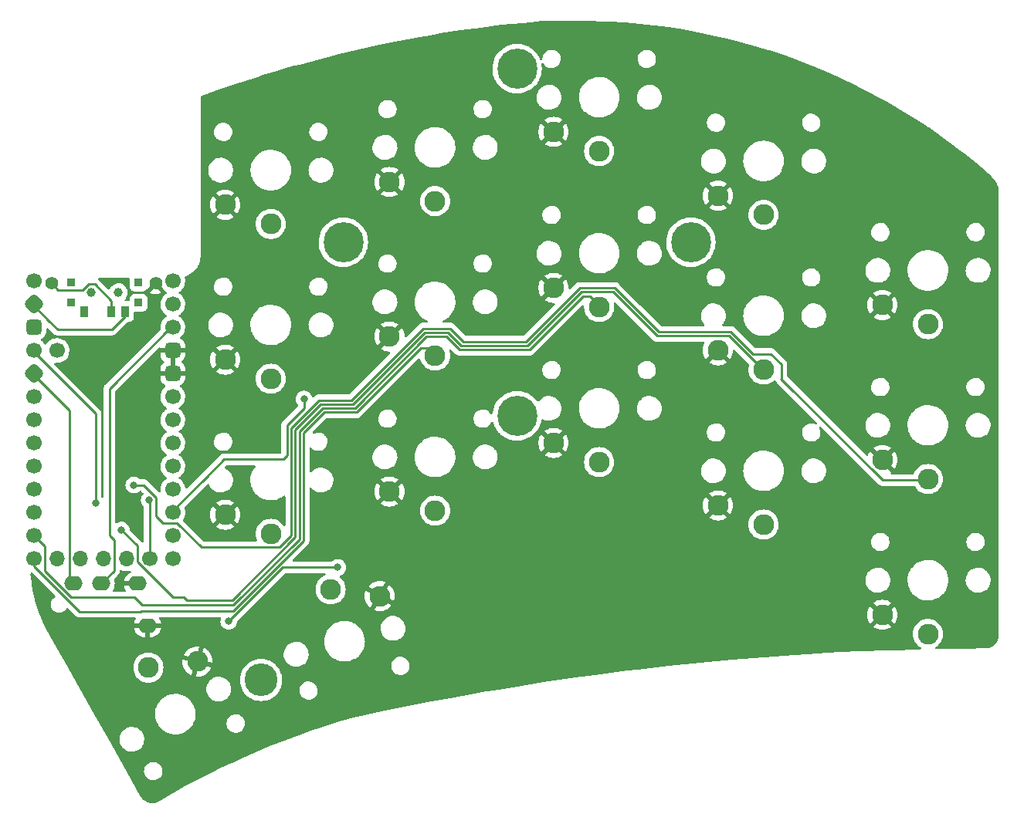
<source format=gbr>
%TF.GenerationSoftware,KiCad,Pcbnew,(6.0.8-1)-1*%
%TF.CreationDate,2023-02-27T10:47:16+02:00*%
%TF.ProjectId,sweepv2,73776565-7076-4322-9e6b-696361645f70,rev?*%
%TF.SameCoordinates,Original*%
%TF.FileFunction,Copper,L2,Bot*%
%TF.FilePolarity,Positive*%
%FSLAX46Y46*%
G04 Gerber Fmt 4.6, Leading zero omitted, Abs format (unit mm)*
G04 Created by KiCad (PCBNEW (6.0.8-1)-1) date 2023-02-27 10:47:16*
%MOMM*%
%LPD*%
G01*
G04 APERTURE LIST*
G04 Aperture macros list*
%AMRoundRect*
0 Rectangle with rounded corners*
0 $1 Rounding radius*
0 $2 $3 $4 $5 $6 $7 $8 $9 X,Y pos of 4 corners*
0 Add a 4 corners polygon primitive as box body*
4,1,4,$2,$3,$4,$5,$6,$7,$8,$9,$2,$3,0*
0 Add four circle primitives for the rounded corners*
1,1,$1+$1,$2,$3*
1,1,$1+$1,$4,$5*
1,1,$1+$1,$6,$7*
1,1,$1+$1,$8,$9*
0 Add four rect primitives between the rounded corners*
20,1,$1+$1,$2,$3,$4,$5,0*
20,1,$1+$1,$4,$5,$6,$7,0*
20,1,$1+$1,$6,$7,$8,$9,0*
20,1,$1+$1,$8,$9,$2,$3,0*%
G04 Aperture macros list end*
%TA.AperFunction,ComponentPad*%
%ADD10C,1.700000*%
%TD*%
%TA.AperFunction,ComponentPad*%
%ADD11RoundRect,0.425000X0.425000X0.425000X-0.425000X0.425000X-0.425000X-0.425000X0.425000X-0.425000X0*%
%TD*%
%TA.AperFunction,ComponentPad*%
%ADD12O,1.700000X1.700000*%
%TD*%
%TA.AperFunction,ComponentPad*%
%ADD13RoundRect,0.425000X0.000000X-0.601041X0.601041X0.000000X0.000000X0.601041X-0.601041X0.000000X0*%
%TD*%
%TA.AperFunction,ComponentPad*%
%ADD14RoundRect,0.425000X-0.425000X-0.425000X0.425000X-0.425000X0.425000X0.425000X-0.425000X0.425000X0*%
%TD*%
%TA.AperFunction,ComponentPad*%
%ADD15O,2.000000X1.600000*%
%TD*%
%TA.AperFunction,ComponentPad*%
%ADD16C,2.282000*%
%TD*%
%TA.AperFunction,ComponentPad*%
%ADD17C,4.400000*%
%TD*%
%TA.AperFunction,ComponentPad*%
%ADD18C,1.397000*%
%TD*%
%TA.AperFunction,ComponentPad*%
%ADD19C,3.600000*%
%TD*%
%TA.AperFunction,WasherPad*%
%ADD20C,1.000000*%
%TD*%
%TA.AperFunction,SMDPad,CuDef*%
%ADD21R,0.900000X0.900000*%
%TD*%
%TA.AperFunction,SMDPad,CuDef*%
%ADD22R,0.900000X1.250000*%
%TD*%
%TA.AperFunction,ViaPad*%
%ADD23C,0.800000*%
%TD*%
%TA.AperFunction,Conductor*%
%ADD24C,0.250000*%
%TD*%
G04 APERTURE END LIST*
D10*
%TO.P,U2,1,USB+*%
%TO.N,unconnected-(U2-Pad1)*%
X37940000Y-50550000D03*
%TO.P,U2,2,IO0/TX*%
%TO.N,Switch10_r*%
X37940000Y-53090000D03*
%TO.P,U2,3,IO1/RX*%
%TO.N,Switch18_r*%
X37940000Y-55630000D03*
D11*
%TO.P,U2,4,GND*%
%TO.N,gnd*%
X37940000Y-58170000D03*
%TO.P,U2,5,GND*%
X37940000Y-60710000D03*
D10*
%TO.P,U2,6,IO2/SDA*%
%TO.N,unconnected-(U2-Pad6)*%
X37940000Y-63250000D03*
%TO.P,U2,7,IO3/SCL*%
%TO.N,unconnected-(U2-Pad7)*%
X37940000Y-65790000D03*
%TO.P,U2,8,IO4*%
%TO.N,Switch13_r*%
X37940000Y-68330000D03*
%TO.P,U2,9,IO5*%
%TO.N,Switch14_r*%
X37940000Y-70870000D03*
%TO.P,U2,10,IO6*%
%TO.N,Switch1_r*%
X37940000Y-73410000D03*
%TO.P,U2,11,IO7*%
%TO.N,Switch15_r*%
X37940000Y-75950000D03*
%TO.P,U2,12,IO8*%
%TO.N,Switch16_r*%
X37940000Y-78490000D03*
%TO.P,U2,13,IO9*%
%TO.N,Switch17_r*%
X37940000Y-81030000D03*
%TO.P,U2,14,IO12*%
%TO.N,Switch11_r*%
X35400000Y-81030000D03*
D12*
%TO.P,U2,15,IO13*%
%TO.N,Switch12_r*%
X32860000Y-81030000D03*
%TO.P,U2,16,IO14*%
%TO.N,unconnected-(U2-Pad16)*%
X30320000Y-81030000D03*
%TO.P,U2,17,IO15*%
%TO.N,unconnected-(U2-Pad17)*%
X27780000Y-81030000D03*
%TO.P,U2,18,IO16*%
%TO.N,unconnected-(U2-Pad18)*%
X25240000Y-81030000D03*
D10*
%TO.P,U2,19,IO21/nCS*%
%TO.N,Switch9_r*%
X22700000Y-81030000D03*
%TO.P,U2,20,IO23/MOSI*%
%TO.N,Switch8_r*%
X22700000Y-78490000D03*
%TO.P,U2,21,IO20/MISO*%
%TO.N,Switch7_r*%
X22700000Y-75950000D03*
%TO.P,U2,22,IO22/SCK*%
%TO.N,Switch6_r*%
X22700000Y-73410000D03*
%TO.P,U2,23,IO26/A0*%
%TO.N,Switch2_r*%
X22700000Y-70870000D03*
%TO.P,U2,24,IO27/A1*%
%TO.N,Switch3_r*%
X22700000Y-68330000D03*
%TO.P,U2,25,IO28/A2*%
%TO.N,Switch4_r*%
X22700000Y-65790000D03*
%TO.P,U2,26,IO29/A3*%
%TO.N,Switch5_r*%
X22700000Y-63250000D03*
D13*
%TO.P,U2,27,3V3*%
%TO.N,vcc*%
X22700000Y-60710000D03*
D10*
%TO.P,U2,28,nRST*%
%TO.N,reset_r*%
X22700000Y-58170000D03*
D14*
%TO.P,U2,29,GND*%
%TO.N,gnd*%
X22700000Y-55630000D03*
D13*
%TO.P,U2,30,RAW/5V*%
%TO.N,raw*%
X22700000Y-53090000D03*
D10*
%TO.P,U2,31,USB-*%
%TO.N,unconnected-(U2-Pad31)*%
X22700000Y-50550000D03*
%TO.P,U2,32,IO25/LED*%
%TO.N,unconnected-(U2-Pad32)*%
X25240000Y-58170000D03*
%TD*%
D15*
%TO.P,J1,R1*%
%TO.N,Switch18_r*%
X30076000Y-83752000D03*
%TO.P,J1,R2*%
%TO.N,vcc*%
X27076000Y-83752000D03*
%TO.P,J1,S*%
%TO.N,gnd*%
X35176000Y-88352000D03*
%TO.P,J1,T*%
X34076000Y-83752000D03*
%TD*%
D16*
%TO.P,SW17_r1,1*%
%TO.N,Switch15_r*%
X48686000Y-78290000D03*
%TO.P,SW17_r1,2*%
%TO.N,gnd*%
X43686000Y-76190000D03*
%TD*%
%TO.P,SW11_r1,1*%
%TO.N,Switch9_r*%
X66700000Y-58732000D03*
%TO.P,SW11_r1,2*%
%TO.N,gnd*%
X61700000Y-56632000D03*
%TD*%
%TO.P,SW15_r1,1*%
%TO.N,Switch13_r*%
X84688000Y-70416000D03*
%TO.P,SW15_r1,2*%
%TO.N,gnd*%
X79688000Y-68316000D03*
%TD*%
%TO.P,SW18_r1,1*%
%TO.N,Switch12_r*%
X102714000Y-77274000D03*
%TO.P,SW18_r1,2*%
%TO.N,gnd*%
X97714000Y-75174000D03*
%TD*%
%TO.P,SW6_r1,1*%
%TO.N,Switch5_r*%
X48686000Y-44282000D03*
%TO.P,SW6_r1,2*%
%TO.N,gnd*%
X43686000Y-42182000D03*
%TD*%
%TO.P,SW5_r1,1*%
%TO.N,Switch4_r*%
X66700000Y-41782000D03*
%TO.P,SW5_r1,2*%
%TO.N,gnd*%
X61700000Y-39682000D03*
%TD*%
%TO.P,SW2_r1,1*%
%TO.N,Switch1_r*%
X120732000Y-55282000D03*
%TO.P,SW2_r1,2*%
%TO.N,gnd*%
X115732000Y-53182000D03*
%TD*%
%TO.P,SW16_r1,1*%
%TO.N,Switch14_r*%
X66700000Y-75750000D03*
%TO.P,SW16_r1,2*%
%TO.N,gnd*%
X61700000Y-73650000D03*
%TD*%
%TO.P,SW4_r1,1*%
%TO.N,Switch3_r*%
X84688000Y-36282000D03*
%TO.P,SW4_r1,2*%
%TO.N,gnd*%
X79688000Y-34182000D03*
%TD*%
%TO.P,SW13_r1,1*%
%TO.N,Switch11_r*%
X120732000Y-89282000D03*
%TO.P,SW13_r1,2*%
%TO.N,gnd*%
X115732000Y-87182000D03*
%TD*%
%TO.P,SW12_r1,1*%
%TO.N,Switch10_r*%
X48686000Y-61272000D03*
%TO.P,SW12_r1,2*%
%TO.N,gnd*%
X43686000Y-59172000D03*
%TD*%
%TO.P,SW3_r1,1*%
%TO.N,Switch2_r*%
X102714000Y-43282000D03*
%TO.P,SW3_r1,2*%
%TO.N,gnd*%
X97714000Y-41182000D03*
%TD*%
%TO.P,SW8_r1,1*%
%TO.N,Switch7_r*%
X102714000Y-60256000D03*
%TO.P,SW8_r1,2*%
%TO.N,gnd*%
X97714000Y-58156000D03*
%TD*%
%TO.P,SW21_r1,1*%
%TO.N,Switch16_r*%
X55250968Y-84383038D03*
%TO.P,SW21_r1,2*%
%TO.N,gnd*%
X60624117Y-85117387D03*
%TD*%
%TO.P,SW9_r1,1*%
%TO.N,Switch8_r*%
X84688000Y-53398000D03*
%TO.P,SW9_r1,2*%
%TO.N,gnd*%
X79688000Y-51298000D03*
%TD*%
%TO.P,SW20_r1,1*%
%TO.N,Switch17_r*%
X35268000Y-92972450D03*
%TO.P,SW20_r1,2*%
%TO.N,gnd*%
X40648127Y-92291103D03*
%TD*%
%TO.P,SW7_r1,1*%
%TO.N,Switch6_r*%
X120732000Y-72282000D03*
%TO.P,SW7_r1,2*%
%TO.N,gnd*%
X115732000Y-70182000D03*
%TD*%
D17*
%TO.P,REF\u002A\u002A,1*%
%TO.N,N/C*%
X94742000Y-46282000D03*
X56642000Y-46282000D03*
X75692000Y-65332000D03*
X75692000Y-27232000D03*
%TD*%
D18*
%TO.P,BatGND4,1,1*%
%TO.N,gnd*%
X36068000Y-50800000D03*
%TD*%
%TO.P,B+,1*%
%TO.N,BT+*%
X24638000Y-50800000D03*
%TD*%
D19*
%TO.P,,1*%
%TO.N,N/C*%
X47625000Y-94325000D03*
%TD*%
D20*
%TO.P,POWER SW,*%
%TO.N,*%
X28980000Y-51816000D03*
X31980000Y-51816000D03*
D21*
%TO.P,POWER SW,0*%
%TO.N,N/C*%
X26780000Y-52916000D03*
X26780000Y-50716000D03*
X34180000Y-50716000D03*
X34180000Y-52916000D03*
D22*
%TO.P,POWER SW,1*%
%TO.N,Net-(SW_POWER1-Pad1)*%
X28230000Y-53891000D03*
%TO.P,POWER SW,2*%
%TO.N,BT+*%
X31230000Y-53891000D03*
%TO.P,POWER SW,3*%
%TO.N,raw*%
X32730000Y-53891000D03*
%TD*%
D23*
%TO.N,reset_r*%
X29464000Y-74930000D03*
%TO.N,Switch11_r*%
X35350000Y-74580000D03*
%TO.N,Switch12_r*%
X56030000Y-81980000D03*
X44074396Y-87880000D03*
%TO.N,Switch1_r*%
X52324000Y-63500000D03*
%TO.N,Switch6_r*%
X33660000Y-72940000D03*
%TO.N,Switch7_r*%
X32310000Y-77870000D03*
%TD*%
D24*
%TO.N,BT+*%
X25360999Y-51522999D02*
X28051999Y-51522999D01*
X24638000Y-50800000D02*
X25360999Y-51522999D01*
X29046501Y-50890501D02*
X29373499Y-50890501D01*
X28738499Y-50836499D02*
X28992499Y-50836499D01*
X31230000Y-52747002D02*
X31230000Y-53891000D01*
X28051999Y-51522999D02*
X28738499Y-50836499D01*
X29373499Y-50890501D02*
X31230000Y-52747002D01*
X28992499Y-50836499D02*
X29046501Y-50890501D01*
%TO.N,vcc*%
X27076000Y-83752000D02*
X26605000Y-83281000D01*
X26605000Y-83281000D02*
X26605000Y-64793600D01*
X26605000Y-64793600D02*
X26590700Y-64779300D01*
X22517400Y-60706000D02*
X26590700Y-64779300D01*
%TO.N,raw*%
X22517400Y-53086000D02*
X24339700Y-54908300D01*
X25311400Y-55880000D02*
X26924000Y-55880000D01*
X32730000Y-54392000D02*
X32730000Y-53891000D01*
X31242000Y-55880000D02*
X32730000Y-54392000D01*
X24339700Y-54908300D02*
X25311400Y-55880000D01*
X26924000Y-55880000D02*
X31242000Y-55880000D01*
%TO.N,Switch18_r*%
X30988000Y-62375400D02*
X30988000Y-78486000D01*
X37737400Y-55626000D02*
X30988000Y-62375400D01*
X31495000Y-78993000D02*
X31495000Y-82333000D01*
X31495000Y-82333000D02*
X30076000Y-83752000D01*
X30988000Y-78486000D02*
X31495000Y-78993000D01*
%TO.N,reset_r*%
X29464000Y-65112600D02*
X29464000Y-74930000D01*
X22517400Y-58166000D02*
X29464000Y-65112600D01*
%TO.N,Switch9_r*%
X54545018Y-64965520D02*
X52278362Y-67232176D01*
X58097479Y-64965520D02*
X54545018Y-64965520D01*
X65151000Y-57912000D02*
X58097479Y-64965520D01*
X34462611Y-86777001D02*
X34412611Y-86827001D01*
X52278362Y-67232176D02*
X52278362Y-79039638D01*
X52278362Y-79039638D02*
X44540999Y-86777001D01*
X34412611Y-86827001D02*
X27710605Y-86827001D01*
X66702000Y-58732000D02*
X65882000Y-57912000D01*
X22700000Y-81816396D02*
X22700000Y-81030000D01*
X27710605Y-86827001D02*
X22700000Y-81816396D01*
X65882000Y-57912000D02*
X65151000Y-57912000D01*
X44540999Y-86777001D02*
X34462611Y-86777001D01*
%TO.N,Switch11_r*%
X35350000Y-74580000D02*
X35400000Y-74630000D01*
X35400000Y-74630000D02*
X35400000Y-81030000D01*
%TO.N,Switch12_r*%
X56030000Y-81980000D02*
X49974396Y-81980000D01*
X49974396Y-81980000D02*
X44074396Y-87880000D01*
%TO.N,Switch1_r*%
X50478324Y-69663676D02*
X50478324Y-66361676D01*
X43688000Y-70104000D02*
X50038000Y-70104000D01*
X50038000Y-70104000D02*
X50478324Y-69663676D01*
X52324000Y-64516000D02*
X52324000Y-63500000D01*
X41601700Y-72081700D02*
X37737400Y-75946000D01*
X50478324Y-66361676D02*
X52324000Y-64516000D01*
X43579400Y-70104000D02*
X41601700Y-72081700D01*
X43688000Y-70104000D02*
X43579400Y-70104000D01*
%TO.N,Switch6_r*%
X101543410Y-58547000D02*
X99130410Y-56134000D01*
X36075000Y-74279695D02*
X34735305Y-72940000D01*
X50928334Y-78482512D02*
X49654846Y-79756000D01*
X115765318Y-72390000D02*
X104618659Y-61243341D01*
X69761299Y-57188299D02*
X68326000Y-55753000D01*
X36835000Y-77125000D02*
X36075000Y-76365000D01*
X34735305Y-72940000D02*
X33660000Y-72940000D01*
X104648000Y-59690000D02*
X103505000Y-58547000D01*
X120650000Y-72390000D02*
X115765318Y-72390000D01*
X104648000Y-61214000D02*
X104648000Y-59690000D01*
X57538886Y-63616960D02*
X53985040Y-63616960D01*
X82550000Y-51308000D02*
X76669701Y-57188299D01*
X68326000Y-55753000D02*
X65402846Y-55753000D01*
X65402846Y-55753000D02*
X57538886Y-63616960D01*
X91250205Y-56134000D02*
X86424205Y-51308000D01*
X86424205Y-51308000D02*
X82550000Y-51308000D01*
X38426701Y-77125000D02*
X36835000Y-77125000D01*
X104618659Y-61243341D02*
X104648000Y-61214000D01*
X53985040Y-63616960D02*
X50928334Y-66673666D01*
X49654846Y-79756000D02*
X41057701Y-79756000D01*
X99130410Y-56134000D02*
X91250205Y-56134000D01*
X50928334Y-66673666D02*
X50928334Y-78482512D01*
X41057701Y-79756000D02*
X38426701Y-77125000D01*
X103505000Y-58547000D02*
X101543410Y-58547000D01*
X36075000Y-76365000D02*
X36075000Y-74279695D01*
X76669701Y-57188299D02*
X69761299Y-57188299D01*
%TO.N,Switch7_r*%
X91064007Y-56583520D02*
X86238007Y-51757520D01*
X44448564Y-85598000D02*
X51378343Y-78668221D01*
X65589044Y-56202520D02*
X68139802Y-56202520D01*
X102616000Y-60256000D02*
X98943520Y-56583520D01*
X39173990Y-85276400D02*
X37984699Y-85276400D01*
X82736890Y-51757520D02*
X77090410Y-57404000D01*
X69575591Y-57638309D02*
X76856101Y-57638309D01*
X98943520Y-56583520D02*
X91064007Y-56583520D01*
X39495590Y-85598000D02*
X44448564Y-85598000D01*
X34035000Y-79595000D02*
X32310000Y-77870000D01*
X86238007Y-51757520D02*
X82736890Y-51757520D01*
X57725084Y-64066480D02*
X65589044Y-56202520D01*
X37984699Y-85276400D02*
X34035000Y-81326701D01*
X39173990Y-85276400D02*
X39495590Y-85598000D01*
X51378343Y-66860067D02*
X54171930Y-64066480D01*
X51378343Y-78668221D02*
X51378343Y-66860067D01*
X34035000Y-81326701D02*
X34035000Y-79595000D01*
X68139802Y-56202520D02*
X69575591Y-57638309D01*
X54171930Y-64066480D02*
X57725084Y-64066480D01*
X76856101Y-57638309D02*
X77280205Y-57214205D01*
%TO.N,Switch8_r*%
X83645040Y-52207040D02*
X82923780Y-52207040D01*
X51828352Y-67046468D02*
X51828352Y-78853930D01*
X26796999Y-85276999D02*
X23900000Y-82380000D01*
X51828352Y-78853930D02*
X44576283Y-86105999D01*
X82923780Y-52207040D02*
X77042501Y-58088319D01*
X23900000Y-79690000D02*
X22700000Y-78490000D01*
X54358820Y-64516000D02*
X51828352Y-67046468D01*
X34544001Y-86105999D02*
X33715001Y-85276999D01*
X44576283Y-86105999D02*
X34544001Y-86105999D01*
X23900000Y-82380000D02*
X23900000Y-79690000D01*
X77042501Y-58088319D02*
X69389883Y-58088319D01*
X67953604Y-56652040D02*
X65775242Y-56652040D01*
X84836000Y-53398000D02*
X83645040Y-52207040D01*
X33715001Y-85276999D02*
X26796999Y-85276999D01*
X65775242Y-56652040D02*
X57911282Y-64516000D01*
X57911282Y-64516000D02*
X54358820Y-64516000D01*
X69389883Y-58088319D02*
X67953604Y-56652040D01*
%TD*%
%TA.AperFunction,Conductor*%
%TO.N,gnd*%
G36*
X80398103Y-22013760D02*
G01*
X82564001Y-22016574D01*
X82583221Y-22018075D01*
X82598461Y-22020449D01*
X82598467Y-22020449D01*
X82607335Y-22021830D01*
X82635374Y-22018163D01*
X82653195Y-22017109D01*
X84234086Y-22035905D01*
X84237066Y-22035976D01*
X84499256Y-22045331D01*
X85855172Y-22093713D01*
X85858164Y-22093856D01*
X87474348Y-22190041D01*
X87477337Y-22190254D01*
X88460267Y-22272243D01*
X89090897Y-22324846D01*
X89093829Y-22325127D01*
X90703680Y-22498039D01*
X90706598Y-22498387D01*
X92311931Y-22709530D01*
X92314862Y-22709952D01*
X92866001Y-22795817D01*
X93914651Y-22959192D01*
X93917606Y-22959688D01*
X95144260Y-23180786D01*
X95511069Y-23246902D01*
X95513994Y-23247465D01*
X97100146Y-23572477D01*
X97103012Y-23573100D01*
X97948336Y-23767361D01*
X98681019Y-23935737D01*
X98683931Y-23936443D01*
X99646309Y-24181832D01*
X100252800Y-24336477D01*
X100255672Y-24337245D01*
X101814671Y-24774491D01*
X101817500Y-24775320D01*
X103270153Y-25220253D01*
X103365651Y-25249503D01*
X103368496Y-25250412D01*
X104904885Y-25761252D01*
X104907687Y-25762221D01*
X106431559Y-26309466D01*
X106434300Y-26310488D01*
X107695668Y-26797622D01*
X107944679Y-26893789D01*
X107947461Y-26894901D01*
X109443594Y-27513967D01*
X109446348Y-27515146D01*
X110927253Y-28169570D01*
X110929937Y-28170794D01*
X111448429Y-28414815D01*
X112394946Y-28860281D01*
X112397641Y-28861589D01*
X113845755Y-29585667D01*
X113848419Y-29587038D01*
X114370805Y-29863954D01*
X115279037Y-30345407D01*
X115281577Y-30346793D01*
X116300229Y-30918209D01*
X116693716Y-31138937D01*
X116696311Y-31140434D01*
X118089159Y-31965894D01*
X118091718Y-31967452D01*
X119464553Y-32825797D01*
X119467074Y-32827415D01*
X120395263Y-33438918D01*
X120754620Y-33675667D01*
X120819134Y-33718170D01*
X120821609Y-33719843D01*
X122152077Y-34642469D01*
X122154513Y-34644201D01*
X122242519Y-34708381D01*
X123462727Y-35598242D01*
X123465126Y-35600036D01*
X124234839Y-36189899D01*
X124731397Y-36570432D01*
X124750229Y-36584864D01*
X124752578Y-36586708D01*
X126013987Y-37601878D01*
X126016190Y-37603694D01*
X127218192Y-38619075D01*
X127233002Y-38633863D01*
X127239802Y-38641887D01*
X127246121Y-38649343D01*
X127253611Y-38654286D01*
X127259925Y-38659886D01*
X127266612Y-38665053D01*
X127272863Y-38671492D01*
X127286706Y-38679339D01*
X127290726Y-38681618D01*
X127308773Y-38694038D01*
X127365909Y-38741175D01*
X127518387Y-38866970D01*
X127526619Y-38874394D01*
X127741887Y-39086487D01*
X127749443Y-39094618D01*
X127807236Y-39162588D01*
X127945188Y-39324832D01*
X127952002Y-39333601D01*
X128126715Y-39580155D01*
X128132731Y-39589491D01*
X128285055Y-39850475D01*
X128290225Y-39860304D01*
X128418979Y-40133689D01*
X128423262Y-40143933D01*
X128469689Y-40270345D01*
X128497277Y-40345461D01*
X128505001Y-40389400D01*
X128495598Y-42754550D01*
X128451660Y-53806809D01*
X128451630Y-53807555D01*
X128451500Y-53808386D01*
X128451500Y-53846775D01*
X128451499Y-53847276D01*
X128451418Y-53867745D01*
X128451359Y-53882491D01*
X128451475Y-53883323D01*
X128451500Y-53884072D01*
X128451500Y-72604498D01*
X128451494Y-72604659D01*
X128451464Y-72604853D01*
X128451500Y-72644089D01*
X128451500Y-72680513D01*
X128451528Y-72680708D01*
X128451534Y-72680867D01*
X128455849Y-77383075D01*
X128466936Y-89466374D01*
X128466941Y-89472330D01*
X128466475Y-89483277D01*
X128465712Y-89492127D01*
X128463678Y-89500879D01*
X128464183Y-89509846D01*
X128464495Y-89515398D01*
X128463276Y-89541327D01*
X128436128Y-89720752D01*
X128431812Y-89739481D01*
X128403671Y-89829541D01*
X128389920Y-89873551D01*
X128370365Y-89936132D01*
X128363249Y-89953988D01*
X128272611Y-90138992D01*
X128262863Y-90155558D01*
X128145133Y-90324633D01*
X128132978Y-90339522D01*
X127990904Y-90488720D01*
X127976626Y-90501588D01*
X127813512Y-90627440D01*
X127797443Y-90637987D01*
X127617088Y-90737563D01*
X127599602Y-90745543D01*
X127406192Y-90816530D01*
X127387695Y-90821757D01*
X127255873Y-90848351D01*
X127185741Y-90862499D01*
X127166671Y-90864852D01*
X127048151Y-90870352D01*
X126992448Y-90872937D01*
X126975457Y-90871762D01*
X126975452Y-90871872D01*
X126966493Y-90871493D01*
X126957668Y-90869847D01*
X126952715Y-90870344D01*
X126952437Y-90870319D01*
X126947636Y-90869521D01*
X126941359Y-90869456D01*
X126939949Y-90869441D01*
X126939944Y-90869441D01*
X126935083Y-90869391D01*
X126931617Y-90869894D01*
X126927613Y-90870042D01*
X125095510Y-90883092D01*
X123470763Y-90894665D01*
X123470434Y-90894671D01*
X123470422Y-90894671D01*
X121653498Y-90927016D01*
X121585032Y-90908230D01*
X121537591Y-90855410D01*
X121526238Y-90785327D01*
X121554577Y-90720232D01*
X121585420Y-90693603D01*
X121642664Y-90658524D01*
X121704550Y-90620600D01*
X121901980Y-90451980D01*
X122070600Y-90254550D01*
X122206260Y-90033173D01*
X122212589Y-90017895D01*
X122303725Y-89797873D01*
X122303726Y-89797871D01*
X122305619Y-89793300D01*
X122337778Y-89659348D01*
X122365075Y-89545650D01*
X122365076Y-89545644D01*
X122366230Y-89540837D01*
X122386601Y-89282000D01*
X122366230Y-89023163D01*
X122359484Y-88995061D01*
X122318598Y-88824763D01*
X122305619Y-88770700D01*
X122298390Y-88753248D01*
X122208155Y-88535401D01*
X122208153Y-88535397D01*
X122206260Y-88530827D01*
X122070600Y-88309450D01*
X121901980Y-88112020D01*
X121704550Y-87943400D01*
X121483173Y-87807740D01*
X121478603Y-87805847D01*
X121478599Y-87805845D01*
X121247873Y-87710275D01*
X121247871Y-87710274D01*
X121243300Y-87708381D01*
X121140888Y-87683794D01*
X120995650Y-87648925D01*
X120995644Y-87648924D01*
X120990837Y-87647770D01*
X120732000Y-87627399D01*
X120473163Y-87647770D01*
X120468356Y-87648924D01*
X120468350Y-87648925D01*
X120323112Y-87683794D01*
X120220700Y-87708381D01*
X120216129Y-87710274D01*
X120216127Y-87710275D01*
X119985401Y-87805845D01*
X119985397Y-87805847D01*
X119980827Y-87807740D01*
X119759450Y-87943400D01*
X119562020Y-88112020D01*
X119393400Y-88309450D01*
X119257740Y-88530827D01*
X119255847Y-88535397D01*
X119255845Y-88535401D01*
X119165610Y-88753248D01*
X119158381Y-88770700D01*
X119145402Y-88824763D01*
X119104517Y-88995061D01*
X119097770Y-89023163D01*
X119077399Y-89282000D01*
X119097770Y-89540837D01*
X119098924Y-89545644D01*
X119098925Y-89545650D01*
X119126222Y-89659348D01*
X119158381Y-89793300D01*
X119160274Y-89797871D01*
X119160275Y-89797873D01*
X119251412Y-90017895D01*
X119257740Y-90033173D01*
X119393400Y-90254550D01*
X119562020Y-90451980D01*
X119759450Y-90620600D01*
X119821336Y-90658524D01*
X119932803Y-90726831D01*
X119980434Y-90779479D01*
X119992041Y-90849520D01*
X119963938Y-90914718D01*
X119905047Y-90954372D01*
X119870558Y-90960213D01*
X116543897Y-91054972D01*
X113082142Y-91190585D01*
X113081841Y-91190600D01*
X113081795Y-91190602D01*
X109622348Y-91363135D01*
X109622301Y-91363138D01*
X109622033Y-91363151D01*
X109621660Y-91363174D01*
X109621635Y-91363175D01*
X108687227Y-91419784D01*
X106163964Y-91572650D01*
X106163733Y-91572666D01*
X106163694Y-91572669D01*
X102708650Y-91819037D01*
X102708632Y-91819038D01*
X102708329Y-91819060D01*
X99255521Y-92102351D01*
X99255290Y-92102372D01*
X99255272Y-92102374D01*
X95806243Y-92422462D01*
X95806180Y-92422468D01*
X95805935Y-92422491D01*
X92359964Y-92779445D01*
X92359590Y-92779488D01*
X92359588Y-92779488D01*
X88918261Y-93173140D01*
X88918234Y-93173143D01*
X88918000Y-93173170D01*
X88917776Y-93173198D01*
X88917743Y-93173202D01*
X87770918Y-93316808D01*
X85480436Y-93603623D01*
X85480090Y-93603670D01*
X85480060Y-93603674D01*
X84212070Y-93776222D01*
X82047664Y-94070754D01*
X78620076Y-94574510D01*
X78619861Y-94574544D01*
X78619808Y-94574552D01*
X75198452Y-95114772D01*
X75198410Y-95114779D01*
X75198061Y-95114834D01*
X73663132Y-95374020D01*
X71782298Y-95691615D01*
X71782238Y-95691626D01*
X71782010Y-95691664D01*
X71533056Y-95736441D01*
X68372567Y-96304888D01*
X68372504Y-96304900D01*
X68372313Y-96304934D01*
X68372153Y-96304965D01*
X68372064Y-96304981D01*
X66349099Y-96691175D01*
X64969358Y-96954574D01*
X61573534Y-97640511D01*
X59319396Y-98120938D01*
X58204251Y-98358610D01*
X58199252Y-98359458D01*
X58197393Y-98359548D01*
X58191617Y-98360738D01*
X58189868Y-98361098D01*
X58189863Y-98361099D01*
X58185099Y-98362081D01*
X58182123Y-98363193D01*
X58174512Y-98364968D01*
X58171348Y-98365287D01*
X58159201Y-98368454D01*
X58154743Y-98370388D01*
X58150135Y-98371978D01*
X58150052Y-98371738D01*
X58143356Y-98374126D01*
X57455758Y-98569592D01*
X56536776Y-98830834D01*
X56536255Y-98830993D01*
X56536252Y-98830994D01*
X54923868Y-99323412D01*
X54923853Y-99323417D01*
X54923325Y-99323578D01*
X54225492Y-99551613D01*
X53320280Y-99847414D01*
X53320240Y-99847427D01*
X53319755Y-99847586D01*
X53319237Y-99847766D01*
X53319197Y-99847780D01*
X52051227Y-100289576D01*
X51726672Y-100402660D01*
X51726114Y-100402867D01*
X51726088Y-100402876D01*
X50379672Y-100901553D01*
X50144677Y-100988589D01*
X50144087Y-100988821D01*
X50144073Y-100988826D01*
X48574966Y-101604917D01*
X48574947Y-101604925D01*
X48574368Y-101605152D01*
X48573843Y-101605370D01*
X48573786Y-101605393D01*
X47016904Y-102251882D01*
X47016870Y-102251897D01*
X47016339Y-102252117D01*
X47015825Y-102252342D01*
X47015774Y-102252364D01*
X45471723Y-102928999D01*
X45471697Y-102929011D01*
X45471176Y-102929239D01*
X45470695Y-102929461D01*
X45470655Y-102929479D01*
X44612692Y-103325507D01*
X43939465Y-103636262D01*
X43028592Y-104078385D01*
X42423241Y-104372213D01*
X42421784Y-104372920D01*
X40918706Y-105138934D01*
X39430799Y-105934014D01*
X37958624Y-106757860D01*
X37958105Y-106758164D01*
X37958068Y-106758185D01*
X36525642Y-107596754D01*
X36517272Y-107601216D01*
X36513010Y-107602882D01*
X36508814Y-107605325D01*
X36508810Y-107605327D01*
X36506906Y-107606436D01*
X36502162Y-107609198D01*
X36498381Y-107612265D01*
X36496895Y-107613291D01*
X36491769Y-107615586D01*
X36484940Y-107621401D01*
X36484932Y-107621406D01*
X36480120Y-107625504D01*
X36459220Y-107639938D01*
X36313726Y-107720063D01*
X36297297Y-107727626D01*
X36118150Y-107794969D01*
X36100796Y-107800103D01*
X36035920Y-107814321D01*
X35913848Y-107841072D01*
X35895930Y-107843667D01*
X35813631Y-107849596D01*
X35705046Y-107857418D01*
X35686945Y-107857418D01*
X35606264Y-107851606D01*
X35496060Y-107843666D01*
X35478141Y-107841071D01*
X35291200Y-107800102D01*
X35273837Y-107794965D01*
X35094696Y-107727623D01*
X35078259Y-107720056D01*
X34910602Y-107627723D01*
X34895430Y-107617884D01*
X34742750Y-107502480D01*
X34729128Y-107490553D01*
X34594573Y-107354467D01*
X34582800Y-107340710D01*
X34488375Y-107212799D01*
X34479651Y-107197657D01*
X34475063Y-107190203D01*
X34471488Y-107181967D01*
X34465748Y-107175069D01*
X34465745Y-107175064D01*
X34461315Y-107169740D01*
X34448475Y-107151140D01*
X32881660Y-104378595D01*
X34789575Y-104378595D01*
X34820069Y-104580229D01*
X34890484Y-104771613D01*
X34997945Y-104944929D01*
X35138061Y-105093098D01*
X35143291Y-105096760D01*
X35143292Y-105096761D01*
X35299875Y-105206401D01*
X35305108Y-105210065D01*
X35405700Y-105253595D01*
X35482047Y-105286633D01*
X35492263Y-105291054D01*
X35498511Y-105292359D01*
X35498510Y-105292359D01*
X35687135Y-105331766D01*
X35687139Y-105331766D01*
X35691880Y-105332757D01*
X35696717Y-105333010D01*
X35696721Y-105333011D01*
X35696787Y-105333014D01*
X35698559Y-105333107D01*
X35848314Y-105333107D01*
X35920960Y-105325728D01*
X35993881Y-105318321D01*
X35993882Y-105318321D01*
X36000230Y-105317676D01*
X36194825Y-105256693D01*
X36373184Y-105157828D01*
X36528020Y-105025117D01*
X36653008Y-104863983D01*
X36743043Y-104681008D01*
X36744653Y-104674828D01*
X36792837Y-104489848D01*
X36792837Y-104489845D01*
X36794447Y-104483666D01*
X36805119Y-104280019D01*
X36774625Y-104078385D01*
X36704210Y-103887001D01*
X36596749Y-103713685D01*
X36456633Y-103565516D01*
X36359772Y-103497693D01*
X36294819Y-103452213D01*
X36294818Y-103452212D01*
X36289586Y-103448549D01*
X36102431Y-103367560D01*
X36051974Y-103357019D01*
X35907559Y-103326848D01*
X35907555Y-103326848D01*
X35902814Y-103325857D01*
X35897977Y-103325604D01*
X35897973Y-103325603D01*
X35897907Y-103325600D01*
X35896135Y-103325507D01*
X35746380Y-103325507D01*
X35673734Y-103332886D01*
X35600813Y-103340293D01*
X35600812Y-103340293D01*
X35594464Y-103340938D01*
X35399869Y-103401921D01*
X35221510Y-103500786D01*
X35066674Y-103633497D01*
X34941686Y-103794631D01*
X34851651Y-103977606D01*
X34850042Y-103983784D01*
X34850041Y-103983786D01*
X34826962Y-104072389D01*
X34800247Y-104174948D01*
X34789575Y-104378595D01*
X32881660Y-104378595D01*
X30841096Y-100767732D01*
X32092060Y-100767732D01*
X32092260Y-100773062D01*
X32092260Y-100773063D01*
X32093852Y-100815473D01*
X32100714Y-100998268D01*
X32148088Y-101224050D01*
X32232827Y-101438622D01*
X32352507Y-101635849D01*
X32356004Y-101639879D01*
X32442628Y-101739704D01*
X32503707Y-101810092D01*
X32507838Y-101813479D01*
X32677975Y-101952984D01*
X32677981Y-101952988D01*
X32682103Y-101956368D01*
X32882595Y-102070494D01*
X32887611Y-102072315D01*
X32887616Y-102072317D01*
X33094435Y-102147389D01*
X33094439Y-102147390D01*
X33099450Y-102149209D01*
X33104699Y-102150158D01*
X33104702Y-102150159D01*
X33322383Y-102189522D01*
X33322390Y-102189523D01*
X33326467Y-102190260D01*
X33344204Y-102191096D01*
X33349152Y-102191330D01*
X33349159Y-102191330D01*
X33350640Y-102191400D01*
X33512785Y-102191400D01*
X33579741Y-102185719D01*
X33679422Y-102177261D01*
X33679426Y-102177260D01*
X33684733Y-102176810D01*
X33689888Y-102175472D01*
X33689894Y-102175471D01*
X33902863Y-102120195D01*
X33902867Y-102120194D01*
X33908032Y-102118853D01*
X33912898Y-102116661D01*
X33912901Y-102116660D01*
X34113509Y-102026293D01*
X34118375Y-102024101D01*
X34122795Y-102021125D01*
X34122799Y-102021123D01*
X34240004Y-101942215D01*
X34309745Y-101895262D01*
X34476672Y-101736022D01*
X34554598Y-101631286D01*
X34611197Y-101555214D01*
X34611199Y-101555211D01*
X34614381Y-101550934D01*
X34669165Y-101443183D01*
X34716518Y-101350046D01*
X34716518Y-101350045D01*
X34718937Y-101345288D01*
X34758203Y-101218831D01*
X34785765Y-101130070D01*
X34785766Y-101130064D01*
X34787349Y-101124967D01*
X34817660Y-100896268D01*
X34809006Y-100665732D01*
X34761632Y-100439950D01*
X34746906Y-100402660D01*
X34713753Y-100318712D01*
X34676893Y-100225378D01*
X34569977Y-100049185D01*
X34559982Y-100032714D01*
X34559981Y-100032713D01*
X34557213Y-100028151D01*
X34470288Y-99927978D01*
X34409513Y-99857941D01*
X34409511Y-99857939D01*
X34406013Y-99853908D01*
X34340357Y-99800073D01*
X34231745Y-99711016D01*
X34231739Y-99711012D01*
X34227617Y-99707632D01*
X34027125Y-99593506D01*
X34022109Y-99591685D01*
X34022104Y-99591683D01*
X33815285Y-99516611D01*
X33815281Y-99516610D01*
X33810270Y-99514791D01*
X33805021Y-99513842D01*
X33805018Y-99513841D01*
X33587337Y-99474478D01*
X33587330Y-99474477D01*
X33583253Y-99473740D01*
X33565516Y-99472904D01*
X33560568Y-99472670D01*
X33560561Y-99472670D01*
X33559080Y-99472600D01*
X33396935Y-99472600D01*
X33329979Y-99478281D01*
X33230298Y-99486739D01*
X33230294Y-99486740D01*
X33224987Y-99487190D01*
X33219832Y-99488528D01*
X33219826Y-99488529D01*
X33006857Y-99543805D01*
X33006853Y-99543806D01*
X33001688Y-99545147D01*
X32996822Y-99547339D01*
X32996819Y-99547340D01*
X32975295Y-99557036D01*
X32791345Y-99639899D01*
X32786925Y-99642875D01*
X32786921Y-99642877D01*
X32777794Y-99649022D01*
X32599975Y-99768738D01*
X32433048Y-99927978D01*
X32423418Y-99940921D01*
X32306310Y-100098321D01*
X32295339Y-100113066D01*
X32292924Y-100117816D01*
X32197755Y-100305000D01*
X32190783Y-100318712D01*
X32164716Y-100402660D01*
X32123955Y-100533930D01*
X32123954Y-100533936D01*
X32122371Y-100539033D01*
X32092060Y-100767732D01*
X30841096Y-100767732D01*
X29349708Y-98128659D01*
X35990514Y-98128659D01*
X35990877Y-98132807D01*
X35990877Y-98132811D01*
X35995174Y-98181921D01*
X36016252Y-98422849D01*
X36017162Y-98426921D01*
X36017163Y-98426926D01*
X36072165Y-98672991D01*
X36080672Y-98711050D01*
X36182644Y-98988199D01*
X36320374Y-99249427D01*
X36361830Y-99307761D01*
X36489019Y-99486735D01*
X36489022Y-99486739D01*
X36491443Y-99490145D01*
X36494287Y-99493195D01*
X36494292Y-99493201D01*
X36586128Y-99591683D01*
X36692846Y-99706124D01*
X36921045Y-99893568D01*
X37172029Y-100049185D01*
X37175846Y-100050901D01*
X37175849Y-100050902D01*
X37223593Y-100072359D01*
X37441390Y-100170241D01*
X37724395Y-100254608D01*
X37728515Y-100255261D01*
X37728517Y-100255261D01*
X38012592Y-100300255D01*
X38012598Y-100300256D01*
X38016073Y-100300806D01*
X38040632Y-100301921D01*
X38107017Y-100304936D01*
X38107038Y-100304936D01*
X38108437Y-100305000D01*
X38292901Y-100305000D01*
X38512664Y-100290403D01*
X38516763Y-100289577D01*
X38516767Y-100289576D01*
X38690190Y-100254608D01*
X38802151Y-100232033D01*
X39081375Y-100135888D01*
X39251089Y-100050902D01*
X39341695Y-100005530D01*
X39341697Y-100005529D01*
X39345431Y-100003659D01*
X39589678Y-99837668D01*
X39809827Y-99640832D01*
X39848125Y-99596149D01*
X39999289Y-99419784D01*
X39999292Y-99419780D01*
X40002009Y-99416610D01*
X40004283Y-99413108D01*
X40004287Y-99413103D01*
X40160570Y-99172449D01*
X40160573Y-99172444D01*
X40162849Y-99168939D01*
X40167761Y-99158595D01*
X43830881Y-99158595D01*
X43861375Y-99360229D01*
X43863581Y-99366224D01*
X43863581Y-99366225D01*
X43903139Y-99473740D01*
X43931790Y-99551613D01*
X44009991Y-99677737D01*
X44030625Y-99711016D01*
X44039251Y-99724929D01*
X44043632Y-99729562D01*
X44043633Y-99729563D01*
X44119949Y-99810265D01*
X44179367Y-99873098D01*
X44184597Y-99876760D01*
X44184598Y-99876761D01*
X44341181Y-99986401D01*
X44346414Y-99990065D01*
X44533569Y-100071054D01*
X44539817Y-100072359D01*
X44539816Y-100072359D01*
X44728441Y-100111766D01*
X44728445Y-100111766D01*
X44733186Y-100112757D01*
X44738023Y-100113010D01*
X44738027Y-100113011D01*
X44738093Y-100113014D01*
X44739865Y-100113107D01*
X44889620Y-100113107D01*
X44962266Y-100105728D01*
X45035187Y-100098321D01*
X45035188Y-100098321D01*
X45041536Y-100097676D01*
X45236131Y-100036693D01*
X45414490Y-99937828D01*
X45569326Y-99805117D01*
X45694314Y-99643983D01*
X45784349Y-99461008D01*
X45795914Y-99416610D01*
X45834143Y-99269848D01*
X45834143Y-99269845D01*
X45835753Y-99263666D01*
X45846425Y-99060019D01*
X45815931Y-98858385D01*
X45745516Y-98667001D01*
X45638055Y-98493685D01*
X45497939Y-98345516D01*
X45470319Y-98326176D01*
X45336125Y-98232213D01*
X45336124Y-98232212D01*
X45330892Y-98228549D01*
X45143737Y-98147560D01*
X45033305Y-98124489D01*
X44948865Y-98106848D01*
X44948861Y-98106848D01*
X44944120Y-98105857D01*
X44939283Y-98105604D01*
X44939279Y-98105603D01*
X44939213Y-98105600D01*
X44937441Y-98105507D01*
X44787686Y-98105507D01*
X44715040Y-98112886D01*
X44642119Y-98120293D01*
X44642118Y-98120293D01*
X44635770Y-98120938D01*
X44441175Y-98181921D01*
X44262816Y-98280786D01*
X44107980Y-98413497D01*
X43982992Y-98574631D01*
X43892957Y-98757606D01*
X43891348Y-98763784D01*
X43891347Y-98763786D01*
X43868268Y-98852389D01*
X43841553Y-98954948D01*
X43830881Y-99158595D01*
X40167761Y-99158595D01*
X40289519Y-98902172D01*
X40301550Y-98864702D01*
X40378515Y-98624983D01*
X40378515Y-98624982D01*
X40379795Y-98620996D01*
X40402702Y-98493685D01*
X40431351Y-98334459D01*
X40431352Y-98334454D01*
X40432090Y-98330350D01*
X40434153Y-98284937D01*
X40445297Y-98039511D01*
X40445297Y-98039506D01*
X40445486Y-98035341D01*
X40438648Y-97957174D01*
X40420112Y-97745312D01*
X40419748Y-97741151D01*
X40397265Y-97640565D01*
X40356240Y-97457028D01*
X40356238Y-97457021D01*
X40355328Y-97452950D01*
X40253356Y-97175801D01*
X40115626Y-96914573D01*
X39999308Y-96750897D01*
X39946981Y-96677265D01*
X39946976Y-96677259D01*
X39944557Y-96673855D01*
X39941713Y-96670805D01*
X39941708Y-96670799D01*
X39746000Y-96460928D01*
X39743154Y-96457876D01*
X39514955Y-96270432D01*
X39263971Y-96114815D01*
X38994610Y-95993759D01*
X38711605Y-95909392D01*
X38707485Y-95908739D01*
X38707483Y-95908739D01*
X38423408Y-95863745D01*
X38423402Y-95863744D01*
X38419927Y-95863194D01*
X38395368Y-95862079D01*
X38328983Y-95859064D01*
X38328962Y-95859064D01*
X38327563Y-95859000D01*
X38143099Y-95859000D01*
X37923336Y-95873597D01*
X37919237Y-95874423D01*
X37919233Y-95874424D01*
X37776639Y-95903176D01*
X37633849Y-95931967D01*
X37354625Y-96028112D01*
X37220147Y-96095453D01*
X37139479Y-96135849D01*
X37090569Y-96160341D01*
X36846322Y-96326332D01*
X36626173Y-96523168D01*
X36623456Y-96526338D01*
X36623455Y-96526339D01*
X36494096Y-96677265D01*
X36433991Y-96747390D01*
X36431717Y-96750892D01*
X36431713Y-96750897D01*
X36299416Y-96954616D01*
X36273151Y-96995061D01*
X36146481Y-97261828D01*
X36056205Y-97543004D01*
X36055464Y-97547123D01*
X36021287Y-97737074D01*
X36003910Y-97833650D01*
X36003721Y-97837817D01*
X36003720Y-97837824D01*
X35990778Y-98122847D01*
X35990514Y-98128659D01*
X29349708Y-98128659D01*
X27732947Y-95267732D01*
X41618340Y-95267732D01*
X41626994Y-95498268D01*
X41674368Y-95724050D01*
X41759107Y-95938622D01*
X41829857Y-96055214D01*
X41871050Y-96123098D01*
X41878787Y-96135849D01*
X41882284Y-96139879D01*
X41997871Y-96273081D01*
X42029987Y-96310092D01*
X42049793Y-96326332D01*
X42204255Y-96452984D01*
X42204261Y-96452988D01*
X42208383Y-96456368D01*
X42408875Y-96570494D01*
X42413891Y-96572315D01*
X42413896Y-96572317D01*
X42620715Y-96647389D01*
X42620719Y-96647390D01*
X42625730Y-96649209D01*
X42630979Y-96650158D01*
X42630982Y-96650159D01*
X42848663Y-96689522D01*
X42848670Y-96689523D01*
X42852747Y-96690260D01*
X42870484Y-96691096D01*
X42875432Y-96691330D01*
X42875439Y-96691330D01*
X42876920Y-96691400D01*
X43039065Y-96691400D01*
X43106021Y-96685719D01*
X43205702Y-96677261D01*
X43205706Y-96677260D01*
X43211013Y-96676810D01*
X43216168Y-96675472D01*
X43216174Y-96675471D01*
X43429143Y-96620195D01*
X43429147Y-96620194D01*
X43434312Y-96618853D01*
X43439178Y-96616661D01*
X43439181Y-96616660D01*
X43639789Y-96526293D01*
X43644655Y-96524101D01*
X43649075Y-96521125D01*
X43649079Y-96521123D01*
X43756002Y-96449137D01*
X43836025Y-96395262D01*
X44002952Y-96236022D01*
X44091490Y-96117022D01*
X44137477Y-96055214D01*
X44137479Y-96055211D01*
X44140661Y-96050934D01*
X44195445Y-95943183D01*
X44242798Y-95850046D01*
X44242798Y-95850045D01*
X44245217Y-95845288D01*
X44305712Y-95650465D01*
X44312045Y-95630070D01*
X44312046Y-95630064D01*
X44313629Y-95624967D01*
X44343940Y-95396268D01*
X44335286Y-95165732D01*
X44287912Y-94939950D01*
X44264128Y-94879724D01*
X44240033Y-94818712D01*
X44203173Y-94725378D01*
X44106239Y-94565636D01*
X44086262Y-94532714D01*
X44086261Y-94532713D01*
X44083493Y-94528151D01*
X43996568Y-94427978D01*
X43935793Y-94357941D01*
X43935791Y-94357939D01*
X43932293Y-94353908D01*
X43897037Y-94325000D01*
X45311547Y-94325000D01*
X45311817Y-94329119D01*
X45330663Y-94616645D01*
X45331339Y-94626966D01*
X45332143Y-94631006D01*
X45332143Y-94631009D01*
X45381616Y-94879724D01*
X45390376Y-94923766D01*
X45391701Y-94927670D01*
X45391702Y-94927673D01*
X45461230Y-95132496D01*
X45487648Y-95210320D01*
X45504908Y-95245319D01*
X45601228Y-95440636D01*
X45621491Y-95481726D01*
X45789614Y-95733341D01*
X45792328Y-95736435D01*
X45792332Y-95736441D01*
X45944007Y-95909392D01*
X45989142Y-95960858D01*
X45992231Y-95963567D01*
X46213559Y-96157668D01*
X46213565Y-96157672D01*
X46216659Y-96160386D01*
X46220085Y-96162675D01*
X46220090Y-96162679D01*
X46385319Y-96273081D01*
X46468273Y-96328509D01*
X46471972Y-96330333D01*
X46471977Y-96330336D01*
X46553791Y-96370682D01*
X46739680Y-96462352D01*
X46743585Y-96463677D01*
X46743586Y-96463678D01*
X47022327Y-96558298D01*
X47022330Y-96558299D01*
X47026234Y-96559624D01*
X47030273Y-96560427D01*
X47030279Y-96560429D01*
X47318991Y-96617857D01*
X47318994Y-96617857D01*
X47323034Y-96618661D01*
X47327145Y-96618930D01*
X47327149Y-96618931D01*
X47620881Y-96638183D01*
X47625000Y-96638453D01*
X47629119Y-96638183D01*
X47922851Y-96618931D01*
X47922855Y-96618930D01*
X47926966Y-96618661D01*
X47931006Y-96617857D01*
X47931009Y-96617857D01*
X48219721Y-96560429D01*
X48219727Y-96560427D01*
X48223766Y-96559624D01*
X48227670Y-96558299D01*
X48227673Y-96558298D01*
X48506414Y-96463678D01*
X48506415Y-96463677D01*
X48510320Y-96462352D01*
X48696209Y-96370682D01*
X48778023Y-96330336D01*
X48778028Y-96330333D01*
X48781727Y-96328509D01*
X48864681Y-96273081D01*
X49029910Y-96162679D01*
X49029915Y-96162675D01*
X49033341Y-96160386D01*
X49036435Y-96157672D01*
X49036441Y-96157668D01*
X49257769Y-95963567D01*
X49260858Y-95960858D01*
X49305993Y-95909392D01*
X49457668Y-95736441D01*
X49457672Y-95736435D01*
X49460386Y-95733341D01*
X49590098Y-95539212D01*
X51815135Y-95539212D01*
X51845629Y-95740846D01*
X51847835Y-95746841D01*
X51847835Y-95746842D01*
X51894370Y-95873320D01*
X51916044Y-95932230D01*
X52023505Y-96105546D01*
X52027886Y-96110179D01*
X52027887Y-96110180D01*
X52146890Y-96236022D01*
X52163621Y-96253715D01*
X52168851Y-96257377D01*
X52168852Y-96257378D01*
X52325435Y-96367018D01*
X52330668Y-96370682D01*
X52517823Y-96451671D01*
X52540306Y-96456368D01*
X52712695Y-96492383D01*
X52712699Y-96492383D01*
X52717440Y-96493374D01*
X52722277Y-96493627D01*
X52722281Y-96493628D01*
X52722347Y-96493631D01*
X52724119Y-96493724D01*
X52873874Y-96493724D01*
X52946520Y-96486345D01*
X53019441Y-96478938D01*
X53019442Y-96478938D01*
X53025790Y-96478293D01*
X53220385Y-96417310D01*
X53398744Y-96318445D01*
X53553580Y-96185734D01*
X53678568Y-96024600D01*
X53768603Y-95841625D01*
X53770213Y-95835445D01*
X53818397Y-95650465D01*
X53818397Y-95650462D01*
X53820007Y-95644283D01*
X53825848Y-95532830D01*
X53830345Y-95447018D01*
X53830345Y-95447014D01*
X53830679Y-95440636D01*
X53800185Y-95239002D01*
X53754525Y-95114901D01*
X53731974Y-95053608D01*
X53731973Y-95053607D01*
X53729770Y-95047618D01*
X53622309Y-94874302D01*
X53482193Y-94726133D01*
X53385332Y-94658310D01*
X53320379Y-94612830D01*
X53320378Y-94612829D01*
X53315146Y-94609166D01*
X53164960Y-94544175D01*
X53133847Y-94530711D01*
X53133846Y-94530711D01*
X53127991Y-94528177D01*
X53077534Y-94517636D01*
X52933119Y-94487465D01*
X52933115Y-94487465D01*
X52928374Y-94486474D01*
X52923537Y-94486221D01*
X52923533Y-94486220D01*
X52923467Y-94486217D01*
X52921695Y-94486124D01*
X52771940Y-94486124D01*
X52699294Y-94493503D01*
X52626373Y-94500910D01*
X52626372Y-94500910D01*
X52620024Y-94501555D01*
X52425429Y-94562538D01*
X52247070Y-94661403D01*
X52092234Y-94794114D01*
X51967246Y-94955248D01*
X51877211Y-95138223D01*
X51875602Y-95144401D01*
X51875601Y-95144403D01*
X51842088Y-95273063D01*
X51825807Y-95335565D01*
X51825473Y-95341944D01*
X51817281Y-95498268D01*
X51815135Y-95539212D01*
X49590098Y-95539212D01*
X49628509Y-95481726D01*
X49648773Y-95440636D01*
X49745092Y-95245319D01*
X49762352Y-95210320D01*
X49788770Y-95132496D01*
X49858298Y-94927673D01*
X49858299Y-94927670D01*
X49859624Y-94923766D01*
X49868385Y-94879724D01*
X49917857Y-94631009D01*
X49917857Y-94631006D01*
X49918661Y-94626966D01*
X49919338Y-94616645D01*
X49938183Y-94329119D01*
X49938453Y-94325000D01*
X49923161Y-94091683D01*
X49918931Y-94027149D01*
X49918930Y-94027145D01*
X49918661Y-94023034D01*
X49917857Y-94018991D01*
X49860429Y-93730279D01*
X49860427Y-93730273D01*
X49859624Y-93726234D01*
X49856541Y-93717150D01*
X49763678Y-93443586D01*
X49763677Y-93443585D01*
X49762352Y-93439680D01*
X49659584Y-93231287D01*
X49630336Y-93171978D01*
X49630333Y-93171973D01*
X49628509Y-93168274D01*
X49460386Y-92916659D01*
X49457672Y-92913565D01*
X49457668Y-92913559D01*
X49263567Y-92692231D01*
X49260858Y-92689142D01*
X49197404Y-92633494D01*
X49036441Y-92492332D01*
X49036435Y-92492328D01*
X49033341Y-92489614D01*
X49029911Y-92487322D01*
X49029910Y-92487321D01*
X48785160Y-92323785D01*
X48781727Y-92321491D01*
X48778028Y-92319667D01*
X48778023Y-92319664D01*
X48578513Y-92221277D01*
X48510320Y-92187648D01*
X48459041Y-92170241D01*
X48227673Y-92091702D01*
X48227670Y-92091701D01*
X48223766Y-92090376D01*
X48219727Y-92089573D01*
X48219721Y-92089571D01*
X47931009Y-92032143D01*
X47931006Y-92032143D01*
X47926966Y-92031339D01*
X47922855Y-92031070D01*
X47922851Y-92031069D01*
X47629119Y-92011817D01*
X47625000Y-92011547D01*
X47620881Y-92011817D01*
X47327149Y-92031069D01*
X47327145Y-92031070D01*
X47323034Y-92031339D01*
X47318994Y-92032143D01*
X47318991Y-92032143D01*
X47030279Y-92089571D01*
X47030273Y-92089573D01*
X47026234Y-92090376D01*
X47022330Y-92091701D01*
X47022327Y-92091702D01*
X46790959Y-92170241D01*
X46739680Y-92187648D01*
X46617019Y-92248138D01*
X46471978Y-92319664D01*
X46471973Y-92319667D01*
X46468274Y-92321491D01*
X46216659Y-92489614D01*
X46213565Y-92492328D01*
X46213559Y-92492332D01*
X46052596Y-92633494D01*
X45989142Y-92689142D01*
X45986433Y-92692231D01*
X45792332Y-92913559D01*
X45792328Y-92913565D01*
X45789614Y-92916659D01*
X45621491Y-93168274D01*
X45619667Y-93171973D01*
X45619664Y-93171978D01*
X45590416Y-93231287D01*
X45487648Y-93439680D01*
X45486323Y-93443585D01*
X45486322Y-93443586D01*
X45393460Y-93717150D01*
X45390376Y-93726234D01*
X45389573Y-93730273D01*
X45389571Y-93730279D01*
X45332143Y-94018991D01*
X45331339Y-94023034D01*
X45331070Y-94027145D01*
X45331069Y-94027149D01*
X45326839Y-94091683D01*
X45311547Y-94325000D01*
X43897037Y-94325000D01*
X43876102Y-94307834D01*
X43758025Y-94211016D01*
X43758019Y-94211012D01*
X43753897Y-94207632D01*
X43553405Y-94093506D01*
X43548389Y-94091685D01*
X43548384Y-94091683D01*
X43341565Y-94016611D01*
X43341561Y-94016610D01*
X43336550Y-94014791D01*
X43331301Y-94013842D01*
X43331298Y-94013841D01*
X43113617Y-93974478D01*
X43113610Y-93974477D01*
X43109533Y-93973740D01*
X43091796Y-93972904D01*
X43086848Y-93972670D01*
X43086841Y-93972670D01*
X43085360Y-93972600D01*
X42923215Y-93972600D01*
X42856259Y-93978281D01*
X42756578Y-93986739D01*
X42756574Y-93986740D01*
X42751267Y-93987190D01*
X42746112Y-93988528D01*
X42746106Y-93988529D01*
X42533137Y-94043805D01*
X42533133Y-94043806D01*
X42527968Y-94045147D01*
X42523102Y-94047339D01*
X42523099Y-94047340D01*
X42471122Y-94070754D01*
X42317625Y-94139899D01*
X42313205Y-94142875D01*
X42313201Y-94142877D01*
X42309093Y-94145643D01*
X42126255Y-94268738D01*
X41959328Y-94427978D01*
X41956140Y-94432263D01*
X41826082Y-94607068D01*
X41821619Y-94613066D01*
X41819204Y-94617816D01*
X41764517Y-94725378D01*
X41717063Y-94818712D01*
X41701241Y-94869668D01*
X41650235Y-95033930D01*
X41650234Y-95033936D01*
X41648651Y-95039033D01*
X41642929Y-95082209D01*
X41621311Y-95245319D01*
X41618340Y-95267732D01*
X27732947Y-95267732D01*
X26435842Y-92972450D01*
X33613399Y-92972450D01*
X33633770Y-93231287D01*
X33694381Y-93483750D01*
X33696274Y-93488321D01*
X33696275Y-93488323D01*
X33791059Y-93717150D01*
X33793740Y-93723623D01*
X33929400Y-93945000D01*
X34098020Y-94142430D01*
X34295450Y-94311050D01*
X34516827Y-94446710D01*
X34521397Y-94448603D01*
X34521401Y-94448605D01*
X34724458Y-94532714D01*
X34756700Y-94546069D01*
X34844470Y-94567141D01*
X35004350Y-94605525D01*
X35004356Y-94605526D01*
X35009163Y-94606680D01*
X35268000Y-94627051D01*
X35526837Y-94606680D01*
X35531644Y-94605526D01*
X35531650Y-94605525D01*
X35691530Y-94567141D01*
X35779300Y-94546069D01*
X35811542Y-94532714D01*
X36014599Y-94448605D01*
X36014603Y-94448603D01*
X36019173Y-94446710D01*
X36240550Y-94311050D01*
X36437980Y-94142430D01*
X36606600Y-93945000D01*
X36625713Y-93913811D01*
X40476284Y-93913811D01*
X40476599Y-93927025D01*
X40490954Y-93932832D01*
X40643197Y-93944814D01*
X40653057Y-93944814D01*
X40901951Y-93925225D01*
X40911698Y-93923682D01*
X41154460Y-93865400D01*
X41163845Y-93862351D01*
X41394498Y-93766811D01*
X41403292Y-93762330D01*
X41616165Y-93631881D01*
X41624147Y-93626081D01*
X41813990Y-93463941D01*
X41820965Y-93456966D01*
X41983105Y-93267123D01*
X41988905Y-93259141D01*
X42119357Y-93046262D01*
X42123831Y-93037482D01*
X42149711Y-92975004D01*
X42151245Y-92960735D01*
X42139512Y-92953679D01*
X40845229Y-92606876D01*
X40829353Y-92607254D01*
X40827827Y-92608287D01*
X40824226Y-92615272D01*
X40476284Y-93913811D01*
X36625713Y-93913811D01*
X36742260Y-93723623D01*
X36744942Y-93717150D01*
X36839725Y-93488323D01*
X36839726Y-93488321D01*
X36841619Y-93483750D01*
X36902230Y-93231287D01*
X36922601Y-92972450D01*
X36902230Y-92713613D01*
X36898914Y-92699798D01*
X36849105Y-92492332D01*
X36841619Y-92461150D01*
X36839725Y-92456577D01*
X36773225Y-92296033D01*
X38994416Y-92296033D01*
X39014005Y-92544927D01*
X39015548Y-92554674D01*
X39073830Y-92797436D01*
X39076879Y-92806821D01*
X39172419Y-93037474D01*
X39176900Y-93046268D01*
X39307349Y-93259141D01*
X39313149Y-93267123D01*
X39475289Y-93456966D01*
X39482264Y-93463941D01*
X39672107Y-93626081D01*
X39680089Y-93631881D01*
X39892968Y-93762333D01*
X39901748Y-93766807D01*
X39964226Y-93792687D01*
X39978495Y-93794221D01*
X39985551Y-93782488D01*
X40332354Y-92488205D01*
X40331976Y-92472329D01*
X40330943Y-92470803D01*
X40323958Y-92467202D01*
X39025419Y-92119260D01*
X39012205Y-92119575D01*
X39006398Y-92133930D01*
X38994416Y-92286173D01*
X38994416Y-92296033D01*
X36773225Y-92296033D01*
X36744155Y-92225851D01*
X36744153Y-92225847D01*
X36742260Y-92221277D01*
X36664265Y-92094001D01*
X40963900Y-92094001D01*
X40964278Y-92109877D01*
X40965311Y-92111403D01*
X40972296Y-92115004D01*
X42270835Y-92462946D01*
X42284049Y-92462631D01*
X42289856Y-92448276D01*
X42301838Y-92296033D01*
X42301838Y-92286173D01*
X42282249Y-92037279D01*
X42280706Y-92027532D01*
X42222424Y-91784770D01*
X42219375Y-91775385D01*
X42123835Y-91544732D01*
X42119354Y-91535938D01*
X42061321Y-91441237D01*
X50102608Y-91441237D01*
X50111262Y-91671773D01*
X50158636Y-91897555D01*
X50160594Y-91902514D01*
X50160595Y-91902516D01*
X50183033Y-91959332D01*
X50243375Y-92112127D01*
X50363055Y-92309354D01*
X50366552Y-92313384D01*
X50496062Y-92462631D01*
X50514255Y-92483597D01*
X50518386Y-92486984D01*
X50688523Y-92626489D01*
X50688529Y-92626493D01*
X50692651Y-92629873D01*
X50893143Y-92743999D01*
X50898159Y-92745820D01*
X50898164Y-92745822D01*
X51104983Y-92820894D01*
X51104987Y-92820895D01*
X51109998Y-92822714D01*
X51115247Y-92823663D01*
X51115250Y-92823664D01*
X51332931Y-92863027D01*
X51332938Y-92863028D01*
X51337015Y-92863765D01*
X51354752Y-92864601D01*
X51359700Y-92864835D01*
X51359707Y-92864835D01*
X51361188Y-92864905D01*
X51523333Y-92864905D01*
X51590289Y-92859224D01*
X51689970Y-92850766D01*
X51689974Y-92850765D01*
X51695281Y-92850315D01*
X51700436Y-92848977D01*
X51700442Y-92848976D01*
X51746040Y-92837141D01*
X61899401Y-92837141D01*
X61929895Y-93038775D01*
X61932101Y-93044770D01*
X61932101Y-93044771D01*
X61959817Y-93120100D01*
X62000310Y-93230159D01*
X62107771Y-93403475D01*
X62112152Y-93408108D01*
X62112153Y-93408109D01*
X62243502Y-93547007D01*
X62247887Y-93551644D01*
X62253117Y-93555306D01*
X62253118Y-93555307D01*
X62362478Y-93631881D01*
X62414934Y-93668611D01*
X62602089Y-93749600D01*
X62608337Y-93750905D01*
X62608336Y-93750905D01*
X62796961Y-93790312D01*
X62796965Y-93790312D01*
X62801706Y-93791303D01*
X62806543Y-93791556D01*
X62806547Y-93791557D01*
X62806613Y-93791560D01*
X62808385Y-93791653D01*
X62958140Y-93791653D01*
X63048368Y-93782488D01*
X63103707Y-93776867D01*
X63103708Y-93776867D01*
X63110056Y-93776222D01*
X63304651Y-93715239D01*
X63483010Y-93616374D01*
X63637846Y-93483663D01*
X63762834Y-93322529D01*
X63852869Y-93139554D01*
X63857921Y-93120161D01*
X63902663Y-92948394D01*
X63902663Y-92948391D01*
X63904273Y-92942212D01*
X63910114Y-92830759D01*
X63914611Y-92744947D01*
X63914611Y-92744943D01*
X63914945Y-92738565D01*
X63884451Y-92536931D01*
X63867042Y-92489614D01*
X63816240Y-92351537D01*
X63816239Y-92351536D01*
X63814036Y-92345547D01*
X63706575Y-92172231D01*
X63573341Y-92031339D01*
X63570844Y-92028699D01*
X63566459Y-92024062D01*
X63551647Y-92013690D01*
X63404645Y-91910759D01*
X63404644Y-91910758D01*
X63399412Y-91907095D01*
X63212257Y-91826106D01*
X63161800Y-91815565D01*
X63017385Y-91785394D01*
X63017381Y-91785394D01*
X63012640Y-91784403D01*
X63007803Y-91784150D01*
X63007799Y-91784149D01*
X63007733Y-91784146D01*
X63005961Y-91784053D01*
X62856206Y-91784053D01*
X62783560Y-91791432D01*
X62710639Y-91798839D01*
X62710638Y-91798839D01*
X62704290Y-91799484D01*
X62509695Y-91860467D01*
X62331336Y-91959332D01*
X62176500Y-92092043D01*
X62051512Y-92253177D01*
X61961477Y-92436152D01*
X61959868Y-92442330D01*
X61959867Y-92442332D01*
X61911898Y-92626489D01*
X61910073Y-92633494D01*
X61909739Y-92639873D01*
X61901482Y-92797436D01*
X61899401Y-92837141D01*
X51746040Y-92837141D01*
X51913411Y-92793700D01*
X51913415Y-92793699D01*
X51918580Y-92792358D01*
X51923446Y-92790166D01*
X51923449Y-92790165D01*
X52124057Y-92699798D01*
X52128923Y-92697606D01*
X52133343Y-92694630D01*
X52133347Y-92694628D01*
X52261592Y-92608287D01*
X52320293Y-92568767D01*
X52487220Y-92409527D01*
X52551014Y-92323785D01*
X52621745Y-92228719D01*
X52621747Y-92228716D01*
X52624929Y-92224439D01*
X52680569Y-92115004D01*
X52727066Y-92023551D01*
X52727066Y-92023550D01*
X52729485Y-92018793D01*
X52767731Y-91895623D01*
X52796313Y-91803575D01*
X52796314Y-91803569D01*
X52797897Y-91798472D01*
X52815396Y-91666442D01*
X52827508Y-91575058D01*
X52827508Y-91575053D01*
X52828208Y-91569773D01*
X52826297Y-91518852D01*
X52819754Y-91344568D01*
X52819554Y-91339237D01*
X52772180Y-91113455D01*
X52687441Y-90898883D01*
X52575843Y-90714975D01*
X52570530Y-90706219D01*
X52570529Y-90706218D01*
X52567761Y-90701656D01*
X52497768Y-90620996D01*
X52420061Y-90531446D01*
X52420059Y-90531444D01*
X52416561Y-90527413D01*
X52319976Y-90448218D01*
X52242293Y-90384521D01*
X52242287Y-90384517D01*
X52238165Y-90381137D01*
X52037673Y-90267011D01*
X52032657Y-90265190D01*
X52032652Y-90265188D01*
X51825833Y-90190116D01*
X51825829Y-90190115D01*
X51820818Y-90188296D01*
X51815569Y-90187347D01*
X51815566Y-90187346D01*
X51597885Y-90147983D01*
X51597878Y-90147982D01*
X51593801Y-90147245D01*
X51576064Y-90146409D01*
X51571116Y-90146175D01*
X51571109Y-90146175D01*
X51569628Y-90146105D01*
X51407483Y-90146105D01*
X51340527Y-90151786D01*
X51240846Y-90160244D01*
X51240842Y-90160245D01*
X51235535Y-90160695D01*
X51230380Y-90162033D01*
X51230374Y-90162034D01*
X51017405Y-90217310D01*
X51017401Y-90217311D01*
X51012236Y-90218652D01*
X51007370Y-90220844D01*
X51007367Y-90220845D01*
X50908929Y-90265188D01*
X50801893Y-90313404D01*
X50797473Y-90316380D01*
X50797469Y-90316382D01*
X50705208Y-90378497D01*
X50610523Y-90442243D01*
X50443596Y-90601483D01*
X50419903Y-90633328D01*
X50311164Y-90779479D01*
X50305887Y-90786571D01*
X50303472Y-90791321D01*
X50248785Y-90898883D01*
X50201331Y-90992217D01*
X50181845Y-91054972D01*
X50134503Y-91207435D01*
X50134502Y-91207441D01*
X50132919Y-91212538D01*
X50128030Y-91249427D01*
X50106337Y-91413103D01*
X50102608Y-91441237D01*
X42061321Y-91441237D01*
X41988905Y-91323065D01*
X41983105Y-91315083D01*
X41820965Y-91125240D01*
X41813990Y-91118265D01*
X41624147Y-90956125D01*
X41616165Y-90950325D01*
X41403286Y-90819873D01*
X41394506Y-90815399D01*
X41332028Y-90789519D01*
X41317759Y-90787985D01*
X41310703Y-90799718D01*
X40963900Y-92094001D01*
X36664265Y-92094001D01*
X36606600Y-91999900D01*
X36437980Y-91802470D01*
X36240550Y-91633850D01*
X36220349Y-91621471D01*
X39145009Y-91621471D01*
X39156742Y-91628527D01*
X40451025Y-91975330D01*
X40466901Y-91974952D01*
X40468427Y-91973919D01*
X40472028Y-91966934D01*
X40819970Y-90668395D01*
X40819655Y-90655181D01*
X40805300Y-90649374D01*
X40653057Y-90637392D01*
X40643197Y-90637392D01*
X40394303Y-90656981D01*
X40384556Y-90658524D01*
X40141794Y-90716806D01*
X40132409Y-90719855D01*
X39901756Y-90815395D01*
X39892962Y-90819876D01*
X39680089Y-90950325D01*
X39672107Y-90956125D01*
X39482264Y-91118265D01*
X39475289Y-91125240D01*
X39313149Y-91315083D01*
X39307349Y-91323065D01*
X39176897Y-91535944D01*
X39172423Y-91544724D01*
X39146543Y-91607202D01*
X39145009Y-91621471D01*
X36220349Y-91621471D01*
X36019173Y-91498190D01*
X36014603Y-91496297D01*
X36014599Y-91496295D01*
X35783873Y-91400725D01*
X35783871Y-91400724D01*
X35779300Y-91398831D01*
X35691530Y-91377759D01*
X35531650Y-91339375D01*
X35531644Y-91339374D01*
X35526837Y-91338220D01*
X35268000Y-91317849D01*
X35009163Y-91338220D01*
X35004356Y-91339374D01*
X35004350Y-91339375D01*
X34844470Y-91377759D01*
X34756700Y-91398831D01*
X34752129Y-91400724D01*
X34752127Y-91400725D01*
X34521401Y-91496295D01*
X34521397Y-91496297D01*
X34516827Y-91498190D01*
X34295450Y-91633850D01*
X34098020Y-91802470D01*
X33929400Y-91999900D01*
X33793740Y-92221277D01*
X33791847Y-92225847D01*
X33791845Y-92225851D01*
X33696275Y-92456577D01*
X33694381Y-92461150D01*
X33686895Y-92492332D01*
X33637087Y-92699798D01*
X33633770Y-92713613D01*
X33613399Y-92972450D01*
X26435842Y-92972450D01*
X24828764Y-90128659D01*
X54550514Y-90128659D01*
X54550877Y-90132807D01*
X54550877Y-90132811D01*
X54562618Y-90267011D01*
X54576252Y-90422849D01*
X54577162Y-90426921D01*
X54577163Y-90426926D01*
X54636844Y-90693924D01*
X54640672Y-90711050D01*
X54642115Y-90714973D01*
X54642116Y-90714975D01*
X54653363Y-90745543D01*
X54742644Y-90988199D01*
X54880374Y-91249427D01*
X54882794Y-91252832D01*
X55049019Y-91486735D01*
X55049024Y-91486741D01*
X55051443Y-91490145D01*
X55054287Y-91493195D01*
X55054292Y-91493201D01*
X55189003Y-91637661D01*
X55252846Y-91706124D01*
X55481045Y-91893568D01*
X55732029Y-92049185D01*
X56001390Y-92170241D01*
X56158432Y-92217057D01*
X56279595Y-92253177D01*
X56284395Y-92254608D01*
X56288515Y-92255261D01*
X56288517Y-92255261D01*
X56572592Y-92300255D01*
X56572598Y-92300256D01*
X56576073Y-92300806D01*
X56600632Y-92301921D01*
X56667017Y-92304936D01*
X56667038Y-92304936D01*
X56668437Y-92305000D01*
X56852901Y-92305000D01*
X57072664Y-92290403D01*
X57076763Y-92289577D01*
X57076767Y-92289576D01*
X57219361Y-92260824D01*
X57362151Y-92232033D01*
X57641375Y-92135888D01*
X57811089Y-92050902D01*
X57901695Y-92005530D01*
X57901697Y-92005529D01*
X57905431Y-92003659D01*
X58149678Y-91837668D01*
X58162610Y-91826106D01*
X58366712Y-91643617D01*
X58369827Y-91640832D01*
X58380374Y-91628527D01*
X58559289Y-91419784D01*
X58559292Y-91419780D01*
X58562009Y-91416610D01*
X58564283Y-91413108D01*
X58564287Y-91413103D01*
X58720570Y-91172449D01*
X58720573Y-91172444D01*
X58722849Y-91168939D01*
X58849519Y-90902172D01*
X58851928Y-90894671D01*
X58938515Y-90624983D01*
X58938515Y-90624982D01*
X58939795Y-90620996D01*
X58963595Y-90488720D01*
X58991351Y-90334459D01*
X58991352Y-90334454D01*
X58992090Y-90330350D01*
X58992725Y-90316382D01*
X59005297Y-90039511D01*
X59005297Y-90039506D01*
X59005486Y-90035341D01*
X59003796Y-90016017D01*
X58980112Y-89745312D01*
X58979748Y-89741151D01*
X58975413Y-89721757D01*
X58916240Y-89457028D01*
X58916238Y-89457021D01*
X58915328Y-89452950D01*
X58813356Y-89175801D01*
X58675626Y-88914573D01*
X58615510Y-88829981D01*
X58506981Y-88677265D01*
X58506976Y-88677259D01*
X58504557Y-88673855D01*
X58501713Y-88670805D01*
X58501708Y-88670799D01*
X58430303Y-88594227D01*
X60727792Y-88594227D01*
X60727992Y-88599557D01*
X60727992Y-88599558D01*
X60728891Y-88623497D01*
X60736446Y-88824763D01*
X60783820Y-89050545D01*
X60785778Y-89055504D01*
X60785779Y-89055506D01*
X60812709Y-89123696D01*
X60868559Y-89265117D01*
X60939309Y-89381709D01*
X60982539Y-89452950D01*
X60988239Y-89462344D01*
X60991736Y-89466374D01*
X61092860Y-89582909D01*
X61139439Y-89636587D01*
X61164486Y-89657124D01*
X61313707Y-89779479D01*
X61313713Y-89779483D01*
X61317835Y-89782863D01*
X61518327Y-89896989D01*
X61523343Y-89898810D01*
X61523348Y-89898812D01*
X61730167Y-89973884D01*
X61730171Y-89973885D01*
X61735182Y-89975704D01*
X61740431Y-89976653D01*
X61740434Y-89976654D01*
X61958115Y-90016017D01*
X61958122Y-90016018D01*
X61962199Y-90016755D01*
X61979936Y-90017591D01*
X61984884Y-90017825D01*
X61984891Y-90017825D01*
X61986372Y-90017895D01*
X62148517Y-90017895D01*
X62215473Y-90012214D01*
X62315154Y-90003756D01*
X62315158Y-90003755D01*
X62320465Y-90003305D01*
X62325620Y-90001967D01*
X62325626Y-90001966D01*
X62538595Y-89946690D01*
X62538599Y-89946689D01*
X62543764Y-89945348D01*
X62548630Y-89943156D01*
X62548633Y-89943155D01*
X62749241Y-89852788D01*
X62754107Y-89850596D01*
X62758527Y-89847620D01*
X62758531Y-89847618D01*
X62859740Y-89779479D01*
X62945477Y-89721757D01*
X63112404Y-89562517D01*
X63168754Y-89486780D01*
X63246929Y-89381709D01*
X63246931Y-89381706D01*
X63250113Y-89377429D01*
X63306861Y-89265814D01*
X63352250Y-89176541D01*
X63352250Y-89176540D01*
X63354669Y-89171783D01*
X63403971Y-89013007D01*
X63421497Y-88956565D01*
X63421498Y-88956559D01*
X63423081Y-88951462D01*
X63443717Y-88795761D01*
X63452692Y-88728048D01*
X63452692Y-88728043D01*
X63453392Y-88722763D01*
X63445699Y-88517820D01*
X114761535Y-88517820D01*
X114765785Y-88523896D01*
X114976835Y-88653227D01*
X114985629Y-88657708D01*
X115216282Y-88753248D01*
X115225667Y-88756297D01*
X115468429Y-88814579D01*
X115478176Y-88816122D01*
X115727070Y-88835711D01*
X115736930Y-88835711D01*
X115985824Y-88816122D01*
X115995571Y-88814579D01*
X116238333Y-88756297D01*
X116247718Y-88753248D01*
X116478371Y-88657708D01*
X116487165Y-88653227D01*
X116696773Y-88524779D01*
X116702538Y-88515946D01*
X116696531Y-88505741D01*
X115744812Y-87554022D01*
X115730868Y-87546408D01*
X115729035Y-87546539D01*
X115722420Y-87550790D01*
X114768928Y-88504282D01*
X114761535Y-88517820D01*
X63445699Y-88517820D01*
X63444738Y-88492227D01*
X63397364Y-88266445D01*
X63312625Y-88051873D01*
X63192945Y-87854646D01*
X63179412Y-87839050D01*
X63045245Y-87684436D01*
X63045243Y-87684434D01*
X63041745Y-87680403D01*
X62949093Y-87604433D01*
X62867477Y-87537511D01*
X62867471Y-87537507D01*
X62863349Y-87534127D01*
X62662857Y-87420001D01*
X62657841Y-87418180D01*
X62657836Y-87418178D01*
X62451017Y-87343106D01*
X62451013Y-87343105D01*
X62446002Y-87341286D01*
X62440753Y-87340337D01*
X62440750Y-87340336D01*
X62223069Y-87300973D01*
X62223062Y-87300972D01*
X62218985Y-87300235D01*
X62201248Y-87299399D01*
X62196300Y-87299165D01*
X62196293Y-87299165D01*
X62194812Y-87299095D01*
X62032667Y-87299095D01*
X61965711Y-87304776D01*
X61866030Y-87313234D01*
X61866026Y-87313235D01*
X61860719Y-87313685D01*
X61855564Y-87315023D01*
X61855558Y-87315024D01*
X61642589Y-87370300D01*
X61642585Y-87370301D01*
X61637420Y-87371642D01*
X61632554Y-87373834D01*
X61632551Y-87373835D01*
X61469908Y-87447100D01*
X61427077Y-87466394D01*
X61422657Y-87469370D01*
X61422653Y-87469372D01*
X61364618Y-87508444D01*
X61235707Y-87595233D01*
X61068780Y-87754473D01*
X61065592Y-87758758D01*
X60937336Y-87931141D01*
X60931071Y-87939561D01*
X60928656Y-87944311D01*
X60873969Y-88051873D01*
X60826515Y-88145207D01*
X60824239Y-88152538D01*
X60759687Y-88360425D01*
X60759686Y-88360431D01*
X60758103Y-88365528D01*
X60750638Y-88421852D01*
X60732479Y-88558866D01*
X60727792Y-88594227D01*
X58430303Y-88594227D01*
X58306000Y-88460928D01*
X58303154Y-88457876D01*
X58074955Y-88270432D01*
X57823971Y-88114815D01*
X57778989Y-88094599D01*
X57709490Y-88063365D01*
X57554610Y-87993759D01*
X57364768Y-87937165D01*
X57275604Y-87910584D01*
X57275602Y-87910584D01*
X57271605Y-87909392D01*
X57267485Y-87908739D01*
X57267483Y-87908739D01*
X56983408Y-87863745D01*
X56983402Y-87863744D01*
X56979927Y-87863194D01*
X56955368Y-87862079D01*
X56888983Y-87859064D01*
X56888962Y-87859064D01*
X56887563Y-87859000D01*
X56703099Y-87859000D01*
X56483336Y-87873597D01*
X56479237Y-87874423D01*
X56479233Y-87874424D01*
X56336639Y-87903176D01*
X56193849Y-87931967D01*
X55914625Y-88028112D01*
X55844226Y-88063365D01*
X55670601Y-88150310D01*
X55650569Y-88160341D01*
X55406322Y-88326332D01*
X55403208Y-88329116D01*
X55403207Y-88329117D01*
X55349296Y-88377319D01*
X55186173Y-88523168D01*
X55183456Y-88526338D01*
X55183455Y-88526339D01*
X55054096Y-88677265D01*
X54993991Y-88747390D01*
X54991717Y-88750892D01*
X54991713Y-88750897D01*
X54835430Y-88991551D01*
X54833151Y-88995061D01*
X54831357Y-88998839D01*
X54831356Y-88998841D01*
X54819807Y-89023163D01*
X54706481Y-89261828D01*
X54705202Y-89265811D01*
X54705201Y-89265814D01*
X54632769Y-89491414D01*
X54616205Y-89543004D01*
X54608152Y-89587761D01*
X54580854Y-89739481D01*
X54563910Y-89833650D01*
X54563721Y-89837817D01*
X54563720Y-89837824D01*
X54554940Y-90031189D01*
X54550514Y-90128659D01*
X24828764Y-90128659D01*
X24002132Y-88665899D01*
X23995098Y-88649725D01*
X23992376Y-88644064D01*
X23989670Y-88635501D01*
X23978289Y-88618522D01*
X33693273Y-88618522D01*
X33740764Y-88795761D01*
X33744510Y-88806053D01*
X33836586Y-89003511D01*
X33842069Y-89013007D01*
X33967028Y-89191467D01*
X33974084Y-89199875D01*
X34128125Y-89353916D01*
X34136533Y-89360972D01*
X34314993Y-89485931D01*
X34324489Y-89491414D01*
X34521947Y-89583490D01*
X34532239Y-89587236D01*
X34742688Y-89643625D01*
X34753481Y-89645528D01*
X34907330Y-89658988D01*
X34919124Y-89655525D01*
X34920329Y-89654135D01*
X34922000Y-89646452D01*
X34922000Y-89641885D01*
X35430000Y-89641885D01*
X35434475Y-89657124D01*
X35435865Y-89658329D01*
X35440553Y-89659348D01*
X35598519Y-89645528D01*
X35609312Y-89643625D01*
X35819761Y-89587236D01*
X35830053Y-89583490D01*
X36027511Y-89491414D01*
X36037007Y-89485931D01*
X36215467Y-89360972D01*
X36223875Y-89353916D01*
X36377916Y-89199875D01*
X36384972Y-89191467D01*
X36509931Y-89013007D01*
X36515414Y-89003511D01*
X36607490Y-88806053D01*
X36611236Y-88795761D01*
X36657394Y-88623497D01*
X36657058Y-88609401D01*
X36649116Y-88606000D01*
X35448115Y-88606000D01*
X35432876Y-88610475D01*
X35431671Y-88611865D01*
X35430000Y-88619548D01*
X35430000Y-89641885D01*
X34922000Y-89641885D01*
X34922000Y-88624115D01*
X34917525Y-88608876D01*
X34916135Y-88607671D01*
X34908452Y-88606000D01*
X33708033Y-88606000D01*
X33694502Y-88609973D01*
X33693273Y-88618522D01*
X23978289Y-88618522D01*
X23975515Y-88614383D01*
X23966064Y-88597651D01*
X23814119Y-88273081D01*
X23671247Y-87967893D01*
X23668946Y-87962675D01*
X23632405Y-87874424D01*
X23389423Y-87287594D01*
X23387367Y-87282291D01*
X23386777Y-87280659D01*
X23173588Y-86691684D01*
X23138698Y-86595293D01*
X23136878Y-86589887D01*
X22919548Y-85892313D01*
X22917975Y-85886830D01*
X22732439Y-85180142D01*
X22731116Y-85174594D01*
X22577756Y-84460243D01*
X22576685Y-84454640D01*
X22455809Y-83734068D01*
X22454993Y-83728423D01*
X22366854Y-83003132D01*
X22366294Y-82997456D01*
X22341237Y-82666891D01*
X22356033Y-82597453D01*
X22406022Y-82547037D01*
X22475331Y-82531651D01*
X22541956Y-82556178D01*
X22555972Y-82568272D01*
X25052192Y-85064492D01*
X25086218Y-85126804D01*
X25081153Y-85197619D01*
X25038606Y-85254455D01*
X25026098Y-85262706D01*
X24939056Y-85312960D01*
X24934149Y-85317378D01*
X24934148Y-85317379D01*
X24863536Y-85380958D01*
X24797134Y-85440747D01*
X24684882Y-85595248D01*
X24682198Y-85601276D01*
X24682197Y-85601278D01*
X24628610Y-85721638D01*
X24607206Y-85769712D01*
X24605834Y-85776169D01*
X24571939Y-85935631D01*
X24567500Y-85956513D01*
X24567500Y-86147487D01*
X24568872Y-86153939D01*
X24568872Y-86153944D01*
X24581098Y-86211462D01*
X24607206Y-86334288D01*
X24609891Y-86340318D01*
X24609891Y-86340319D01*
X24661426Y-86456068D01*
X24684882Y-86508752D01*
X24797134Y-86663253D01*
X24802044Y-86667674D01*
X24802045Y-86667675D01*
X24893439Y-86749966D01*
X24939056Y-86791040D01*
X25104444Y-86886527D01*
X25286072Y-86945542D01*
X25292633Y-86946232D01*
X25292635Y-86946232D01*
X25345889Y-86951829D01*
X25428390Y-86960500D01*
X25523610Y-86960500D01*
X25606111Y-86951829D01*
X25659365Y-86946232D01*
X25659367Y-86946232D01*
X25665928Y-86945542D01*
X25847556Y-86886527D01*
X26012944Y-86791040D01*
X26058562Y-86749966D01*
X26149955Y-86667675D01*
X26149956Y-86667674D01*
X26154866Y-86663253D01*
X26267118Y-86508752D01*
X26268990Y-86504548D01*
X26319834Y-86456068D01*
X26389548Y-86442631D01*
X26455459Y-86469018D01*
X26466666Y-86478966D01*
X27206948Y-87219248D01*
X27214492Y-87227538D01*
X27218605Y-87234019D01*
X27224382Y-87239444D01*
X27268272Y-87280659D01*
X27271114Y-87283414D01*
X27290836Y-87303136D01*
X27293960Y-87305559D01*
X27293964Y-87305563D01*
X27294029Y-87305613D01*
X27303050Y-87313318D01*
X27335284Y-87343587D01*
X27342232Y-87347406D01*
X27342234Y-87347408D01*
X27353037Y-87353347D01*
X27369564Y-87364203D01*
X27379303Y-87371758D01*
X27379305Y-87371759D01*
X27385565Y-87376615D01*
X27426145Y-87394175D01*
X27436793Y-87399392D01*
X27461581Y-87413019D01*
X27475545Y-87420696D01*
X27483221Y-87422667D01*
X27483224Y-87422668D01*
X27495167Y-87425734D01*
X27513872Y-87432138D01*
X27532460Y-87440182D01*
X27540283Y-87441421D01*
X27540293Y-87441424D01*
X27576129Y-87447100D01*
X27587749Y-87449506D01*
X27619564Y-87457674D01*
X27630575Y-87460501D01*
X27650829Y-87460501D01*
X27670539Y-87462052D01*
X27690548Y-87465221D01*
X27698440Y-87464475D01*
X27734566Y-87461060D01*
X27746424Y-87460501D01*
X33761418Y-87460501D01*
X33829539Y-87480503D01*
X33876032Y-87534159D01*
X33886136Y-87604433D01*
X33864631Y-87658772D01*
X33842069Y-87690994D01*
X33836586Y-87700489D01*
X33744510Y-87897947D01*
X33740764Y-87908239D01*
X33694606Y-88080503D01*
X33694942Y-88094599D01*
X33702884Y-88098000D01*
X36643967Y-88098000D01*
X36657498Y-88094027D01*
X36658727Y-88085478D01*
X36611236Y-87908239D01*
X36607490Y-87897947D01*
X36515414Y-87700489D01*
X36509931Y-87690993D01*
X36452359Y-87608772D01*
X36429671Y-87541498D01*
X36446956Y-87472637D01*
X36498726Y-87424053D01*
X36555572Y-87410501D01*
X43098268Y-87410501D01*
X43166389Y-87430503D01*
X43212882Y-87484159D01*
X43222986Y-87554433D01*
X43218101Y-87575437D01*
X43211669Y-87595233D01*
X43180854Y-87690072D01*
X43180164Y-87696633D01*
X43180164Y-87696635D01*
X43174472Y-87750791D01*
X43160892Y-87880000D01*
X43161582Y-87886565D01*
X43167894Y-87946616D01*
X43180854Y-88069928D01*
X43239869Y-88251556D01*
X43335356Y-88416944D01*
X43339774Y-88421851D01*
X43339775Y-88421852D01*
X43442015Y-88535401D01*
X43463143Y-88558866D01*
X43536090Y-88611865D01*
X43610461Y-88665899D01*
X43617644Y-88671118D01*
X43623672Y-88673802D01*
X43623674Y-88673803D01*
X43786077Y-88746109D01*
X43792108Y-88748794D01*
X43873653Y-88766127D01*
X43972452Y-88787128D01*
X43972457Y-88787128D01*
X43978909Y-88788500D01*
X44169883Y-88788500D01*
X44176335Y-88787128D01*
X44176340Y-88787128D01*
X44275139Y-88766127D01*
X44356684Y-88748794D01*
X44362715Y-88746109D01*
X44525118Y-88673803D01*
X44525120Y-88673802D01*
X44531148Y-88671118D01*
X44538332Y-88665899D01*
X44612702Y-88611865D01*
X44685649Y-88558866D01*
X44706777Y-88535401D01*
X44809017Y-88421852D01*
X44809018Y-88421851D01*
X44813436Y-88416944D01*
X44908923Y-88251556D01*
X44967938Y-88069928D01*
X44985303Y-87904706D01*
X45012316Y-87839050D01*
X45021518Y-87828782D01*
X45663370Y-87186930D01*
X114078289Y-87186930D01*
X114097878Y-87435824D01*
X114099421Y-87445571D01*
X114157703Y-87688333D01*
X114160752Y-87697718D01*
X114256292Y-87928371D01*
X114260773Y-87937165D01*
X114389221Y-88146773D01*
X114398054Y-88152538D01*
X114408259Y-88146531D01*
X115359978Y-87194812D01*
X115366356Y-87183132D01*
X116096408Y-87183132D01*
X116096539Y-87184965D01*
X116100790Y-87191580D01*
X117054282Y-88145072D01*
X117067820Y-88152465D01*
X117073896Y-88148215D01*
X117203227Y-87937165D01*
X117207708Y-87928371D01*
X117303248Y-87697718D01*
X117306297Y-87688333D01*
X117364579Y-87445571D01*
X117366122Y-87435824D01*
X117385711Y-87186930D01*
X117385711Y-87177070D01*
X117366122Y-86928176D01*
X117364579Y-86918429D01*
X117306297Y-86675667D01*
X117303248Y-86666282D01*
X117207708Y-86435629D01*
X117203227Y-86426835D01*
X117074779Y-86217227D01*
X117065946Y-86211462D01*
X117055741Y-86217469D01*
X116104022Y-87169188D01*
X116096408Y-87183132D01*
X115366356Y-87183132D01*
X115367592Y-87180868D01*
X115367461Y-87179035D01*
X115363210Y-87172420D01*
X114409718Y-86218928D01*
X114396180Y-86211535D01*
X114390104Y-86215785D01*
X114260773Y-86426835D01*
X114256292Y-86435629D01*
X114160752Y-86666282D01*
X114157703Y-86675667D01*
X114099421Y-86918429D01*
X114097878Y-86928176D01*
X114078289Y-87177070D01*
X114078289Y-87186930D01*
X45663370Y-87186930D01*
X46196214Y-86654086D01*
X60034866Y-86654086D01*
X60045577Y-86662613D01*
X60108399Y-86688635D01*
X60117784Y-86691684D01*
X60360546Y-86749966D01*
X60370293Y-86751509D01*
X60619187Y-86771098D01*
X60629047Y-86771098D01*
X60877941Y-86751509D01*
X60887688Y-86749966D01*
X61130450Y-86691684D01*
X61139835Y-86688635D01*
X61370488Y-86593095D01*
X61379282Y-86588614D01*
X61592155Y-86458165D01*
X61600137Y-86452365D01*
X61789975Y-86290230D01*
X61796957Y-86283248D01*
X61896979Y-86166137D01*
X61902385Y-86154073D01*
X61891928Y-86142652D01*
X61381670Y-85848054D01*
X114761462Y-85848054D01*
X114767469Y-85858259D01*
X115719188Y-86809978D01*
X115733132Y-86817592D01*
X115734965Y-86817461D01*
X115741580Y-86813210D01*
X116695072Y-85859718D01*
X116702465Y-85846180D01*
X116698215Y-85840104D01*
X116487165Y-85710773D01*
X116478371Y-85706292D01*
X116247718Y-85610752D01*
X116238333Y-85607703D01*
X115995571Y-85549421D01*
X115985824Y-85547878D01*
X115736930Y-85528289D01*
X115727070Y-85528289D01*
X115478176Y-85547878D01*
X115468429Y-85549421D01*
X115225667Y-85607703D01*
X115216282Y-85610752D01*
X114985629Y-85706292D01*
X114976835Y-85710773D01*
X114767227Y-85839221D01*
X114761462Y-85848054D01*
X61381670Y-85848054D01*
X60732776Y-85473415D01*
X60717341Y-85469670D01*
X60715601Y-85470273D01*
X60710314Y-85476089D01*
X60038250Y-86640137D01*
X60034866Y-86654086D01*
X46196214Y-86654086D01*
X50199896Y-82650405D01*
X50262208Y-82616379D01*
X50288991Y-82613500D01*
X54579214Y-82613500D01*
X54647335Y-82633502D01*
X54693828Y-82687158D01*
X54703932Y-82757432D01*
X54674438Y-82822012D01*
X54627433Y-82855909D01*
X54596523Y-82868712D01*
X54504369Y-82906883D01*
X54504365Y-82906885D01*
X54499795Y-82908778D01*
X54278418Y-83044438D01*
X54080988Y-83213058D01*
X53912368Y-83410488D01*
X53776708Y-83631865D01*
X53774815Y-83636435D01*
X53774813Y-83636439D01*
X53717813Y-83774050D01*
X53677349Y-83871738D01*
X53666512Y-83916877D01*
X53622324Y-84100934D01*
X53616738Y-84124201D01*
X53596367Y-84383038D01*
X53616738Y-84641875D01*
X53617892Y-84646682D01*
X53617893Y-84646688D01*
X53651516Y-84786735D01*
X53677349Y-84894338D01*
X53679242Y-84898909D01*
X53679243Y-84898911D01*
X53735957Y-85035829D01*
X53776708Y-85134211D01*
X53912368Y-85355588D01*
X54080988Y-85553018D01*
X54278418Y-85721638D01*
X54499795Y-85857298D01*
X54504365Y-85859191D01*
X54504369Y-85859193D01*
X54735095Y-85954763D01*
X54739668Y-85956657D01*
X54766572Y-85963116D01*
X54987318Y-86016113D01*
X54987324Y-86016114D01*
X54992131Y-86017268D01*
X55250968Y-86037639D01*
X55509805Y-86017268D01*
X55514612Y-86016114D01*
X55514618Y-86016113D01*
X55735364Y-85963116D01*
X55762268Y-85956657D01*
X55766841Y-85954763D01*
X55997567Y-85859193D01*
X55997571Y-85859191D01*
X56002141Y-85857298D01*
X56223518Y-85721638D01*
X56420948Y-85553018D01*
X56589568Y-85355588D01*
X56725228Y-85134211D01*
X56730155Y-85122317D01*
X58970406Y-85122317D01*
X58989995Y-85371211D01*
X58991538Y-85380958D01*
X59049820Y-85623720D01*
X59052869Y-85633105D01*
X59148409Y-85863758D01*
X59152890Y-85872552D01*
X59283339Y-86085425D01*
X59289139Y-86093407D01*
X59451274Y-86283245D01*
X59458256Y-86290227D01*
X59575367Y-86390249D01*
X59587431Y-86395655D01*
X59598852Y-86385198D01*
X60268089Y-85226047D01*
X60271834Y-85210612D01*
X60271231Y-85208872D01*
X60265415Y-85203585D01*
X59954646Y-85024162D01*
X60976400Y-85024162D01*
X60977003Y-85025902D01*
X60982819Y-85031189D01*
X62146867Y-85703254D01*
X62160816Y-85706638D01*
X62169343Y-85695927D01*
X62195365Y-85633105D01*
X62198414Y-85623720D01*
X62256696Y-85380958D01*
X62258239Y-85371211D01*
X62277828Y-85122317D01*
X62277828Y-85112457D01*
X62258239Y-84863563D01*
X62256696Y-84853816D01*
X62198414Y-84611054D01*
X62195365Y-84601669D01*
X62099825Y-84371016D01*
X62095344Y-84362222D01*
X61964895Y-84149349D01*
X61959095Y-84141367D01*
X61796960Y-83951529D01*
X61789978Y-83944547D01*
X61672867Y-83844525D01*
X61660803Y-83839119D01*
X61649382Y-83849576D01*
X60980145Y-85008727D01*
X60976400Y-85024162D01*
X59954646Y-85024162D01*
X59101367Y-84531520D01*
X59087418Y-84528136D01*
X59078891Y-84538847D01*
X59052869Y-84601669D01*
X59049820Y-84611054D01*
X58991538Y-84853816D01*
X58989995Y-84863563D01*
X58970406Y-85112457D01*
X58970406Y-85122317D01*
X56730155Y-85122317D01*
X56765980Y-85035829D01*
X56822693Y-84898911D01*
X56822694Y-84898909D01*
X56824587Y-84894338D01*
X56850420Y-84786735D01*
X56884043Y-84646688D01*
X56884044Y-84646682D01*
X56885198Y-84641875D01*
X56905569Y-84383038D01*
X56885198Y-84124201D01*
X56879613Y-84100934D01*
X56874755Y-84080701D01*
X59345849Y-84080701D01*
X59356306Y-84092122D01*
X60515457Y-84761359D01*
X60530892Y-84765104D01*
X60532632Y-84764501D01*
X60537919Y-84758685D01*
X61209984Y-83594637D01*
X61213368Y-83580688D01*
X61202657Y-83572161D01*
X61139835Y-83546139D01*
X61130450Y-83543090D01*
X60887688Y-83484808D01*
X60877941Y-83483265D01*
X60629047Y-83463676D01*
X60619187Y-83463676D01*
X60370293Y-83483265D01*
X60360546Y-83484808D01*
X60117784Y-83543090D01*
X60108399Y-83546139D01*
X59877746Y-83641679D01*
X59868952Y-83646160D01*
X59656079Y-83776609D01*
X59648097Y-83782409D01*
X59458259Y-83944544D01*
X59451277Y-83951526D01*
X59351255Y-84068637D01*
X59345849Y-84080701D01*
X56874755Y-84080701D01*
X56835424Y-83916877D01*
X56824587Y-83871738D01*
X56784123Y-83774050D01*
X56727123Y-83636439D01*
X56727121Y-83636435D01*
X56725228Y-83631865D01*
X56589568Y-83410488D01*
X56510347Y-83317732D01*
X113869200Y-83317732D01*
X113869400Y-83323062D01*
X113869400Y-83323063D01*
X113873364Y-83428659D01*
X113877854Y-83548268D01*
X113925228Y-83774050D01*
X114009967Y-83988622D01*
X114129647Y-84185849D01*
X114133144Y-84189879D01*
X114219768Y-84289704D01*
X114280847Y-84360092D01*
X114284978Y-84363479D01*
X114455115Y-84502984D01*
X114455121Y-84502988D01*
X114459243Y-84506368D01*
X114659735Y-84620494D01*
X114664751Y-84622315D01*
X114664756Y-84622317D01*
X114871575Y-84697389D01*
X114871579Y-84697390D01*
X114876590Y-84699209D01*
X114881839Y-84700158D01*
X114881842Y-84700159D01*
X115099523Y-84739522D01*
X115099530Y-84739523D01*
X115103607Y-84740260D01*
X115121344Y-84741096D01*
X115126292Y-84741330D01*
X115126299Y-84741330D01*
X115127780Y-84741400D01*
X115289925Y-84741400D01*
X115356881Y-84735719D01*
X115456562Y-84727261D01*
X115456566Y-84727260D01*
X115461873Y-84726810D01*
X115467028Y-84725472D01*
X115467034Y-84725471D01*
X115680003Y-84670195D01*
X115680007Y-84670194D01*
X115685172Y-84668853D01*
X115690038Y-84666661D01*
X115690041Y-84666660D01*
X115890649Y-84576293D01*
X115895515Y-84574101D01*
X115899935Y-84571125D01*
X115899939Y-84571123D01*
X116046503Y-84472449D01*
X116086885Y-84445262D01*
X116253812Y-84286022D01*
X116293662Y-84232461D01*
X116388337Y-84105214D01*
X116388339Y-84105211D01*
X116391521Y-84100934D01*
X116416882Y-84051052D01*
X116493658Y-83900046D01*
X116493658Y-83900045D01*
X116496077Y-83895288D01*
X116535343Y-83768831D01*
X116562905Y-83680070D01*
X116562906Y-83680064D01*
X116564489Y-83674967D01*
X116581281Y-83548268D01*
X116594100Y-83451553D01*
X116594100Y-83451548D01*
X116594800Y-83446268D01*
X116594139Y-83428659D01*
X118504514Y-83428659D01*
X118504877Y-83432807D01*
X118504877Y-83432811D01*
X118513327Y-83529393D01*
X118530252Y-83722849D01*
X118531162Y-83726921D01*
X118531163Y-83726926D01*
X118589659Y-83988622D01*
X118594672Y-84011050D01*
X118696644Y-84288199D01*
X118698591Y-84291892D01*
X118698592Y-84291894D01*
X118760203Y-84408749D01*
X118834374Y-84549427D01*
X118849793Y-84571123D01*
X119003019Y-84786735D01*
X119003024Y-84786741D01*
X119005443Y-84790145D01*
X119008287Y-84793195D01*
X119008292Y-84793201D01*
X119189233Y-84987236D01*
X119206846Y-85006124D01*
X119435045Y-85193568D01*
X119686029Y-85349185D01*
X119689846Y-85350901D01*
X119689849Y-85350902D01*
X119735039Y-85371211D01*
X119955390Y-85470241D01*
X120128191Y-85521755D01*
X120215820Y-85547878D01*
X120238395Y-85554608D01*
X120242515Y-85555261D01*
X120242517Y-85555261D01*
X120526592Y-85600255D01*
X120526598Y-85600256D01*
X120530073Y-85600806D01*
X120554632Y-85601921D01*
X120621017Y-85604936D01*
X120621038Y-85604936D01*
X120622437Y-85605000D01*
X120806901Y-85605000D01*
X121026664Y-85590403D01*
X121030763Y-85589577D01*
X121030767Y-85589576D01*
X121173361Y-85560824D01*
X121316151Y-85532033D01*
X121595375Y-85435888D01*
X121765089Y-85350902D01*
X121855695Y-85305530D01*
X121855697Y-85305529D01*
X121859431Y-85303659D01*
X122103678Y-85137668D01*
X122107545Y-85134211D01*
X122228681Y-85025902D01*
X122323827Y-84940832D01*
X122363677Y-84894338D01*
X122513289Y-84719784D01*
X122513292Y-84719780D01*
X122516009Y-84716610D01*
X122518283Y-84713108D01*
X122518287Y-84713103D01*
X122674570Y-84472449D01*
X122674573Y-84472444D01*
X122676849Y-84468939D01*
X122686680Y-84448236D01*
X122801723Y-84205954D01*
X122803519Y-84202172D01*
X122805578Y-84195761D01*
X122892515Y-83924983D01*
X122892515Y-83924982D01*
X122893795Y-83920996D01*
X122925187Y-83746525D01*
X122945351Y-83634459D01*
X122945352Y-83634454D01*
X122946090Y-83630350D01*
X122946379Y-83624000D01*
X122959297Y-83339511D01*
X122959297Y-83339506D01*
X122959486Y-83335341D01*
X122957946Y-83317732D01*
X124869200Y-83317732D01*
X124869400Y-83323062D01*
X124869400Y-83323063D01*
X124873364Y-83428659D01*
X124877854Y-83548268D01*
X124925228Y-83774050D01*
X125009967Y-83988622D01*
X125129647Y-84185849D01*
X125133144Y-84189879D01*
X125219768Y-84289704D01*
X125280847Y-84360092D01*
X125284978Y-84363479D01*
X125455115Y-84502984D01*
X125455121Y-84502988D01*
X125459243Y-84506368D01*
X125659735Y-84620494D01*
X125664751Y-84622315D01*
X125664756Y-84622317D01*
X125871575Y-84697389D01*
X125871579Y-84697390D01*
X125876590Y-84699209D01*
X125881839Y-84700158D01*
X125881842Y-84700159D01*
X126099523Y-84739522D01*
X126099530Y-84739523D01*
X126103607Y-84740260D01*
X126121344Y-84741096D01*
X126126292Y-84741330D01*
X126126299Y-84741330D01*
X126127780Y-84741400D01*
X126289925Y-84741400D01*
X126356881Y-84735719D01*
X126456562Y-84727261D01*
X126456566Y-84727260D01*
X126461873Y-84726810D01*
X126467028Y-84725472D01*
X126467034Y-84725471D01*
X126680003Y-84670195D01*
X126680007Y-84670194D01*
X126685172Y-84668853D01*
X126690038Y-84666661D01*
X126690041Y-84666660D01*
X126890649Y-84576293D01*
X126895515Y-84574101D01*
X126899935Y-84571125D01*
X126899939Y-84571123D01*
X127046503Y-84472449D01*
X127086885Y-84445262D01*
X127253812Y-84286022D01*
X127293662Y-84232461D01*
X127388337Y-84105214D01*
X127388339Y-84105211D01*
X127391521Y-84100934D01*
X127416882Y-84051052D01*
X127493658Y-83900046D01*
X127493658Y-83900045D01*
X127496077Y-83895288D01*
X127535343Y-83768831D01*
X127562905Y-83680070D01*
X127562906Y-83680064D01*
X127564489Y-83674967D01*
X127581281Y-83548268D01*
X127594100Y-83451553D01*
X127594100Y-83451548D01*
X127594800Y-83446268D01*
X127593983Y-83424489D01*
X127586346Y-83221063D01*
X127586146Y-83215732D01*
X127538772Y-82989950D01*
X127506716Y-82908778D01*
X127490893Y-82868712D01*
X127454033Y-82775378D01*
X127334353Y-82578151D01*
X127328006Y-82570837D01*
X127186653Y-82407941D01*
X127186651Y-82407939D01*
X127183153Y-82403908D01*
X127117008Y-82349672D01*
X127008885Y-82261016D01*
X127008879Y-82261012D01*
X127004757Y-82257632D01*
X126804265Y-82143506D01*
X126799249Y-82141685D01*
X126799244Y-82141683D01*
X126592425Y-82066611D01*
X126592421Y-82066610D01*
X126587410Y-82064791D01*
X126582161Y-82063842D01*
X126582158Y-82063841D01*
X126364477Y-82024478D01*
X126364470Y-82024477D01*
X126360393Y-82023740D01*
X126342656Y-82022904D01*
X126337708Y-82022670D01*
X126337701Y-82022670D01*
X126336220Y-82022600D01*
X126174075Y-82022600D01*
X126107119Y-82028281D01*
X126007438Y-82036739D01*
X126007434Y-82036740D01*
X126002127Y-82037190D01*
X125996972Y-82038528D01*
X125996966Y-82038529D01*
X125783997Y-82093805D01*
X125783993Y-82093806D01*
X125778828Y-82095147D01*
X125773962Y-82097339D01*
X125773959Y-82097340D01*
X125573351Y-82187707D01*
X125568485Y-82189899D01*
X125564065Y-82192875D01*
X125564061Y-82192877D01*
X125506075Y-82231916D01*
X125377115Y-82318738D01*
X125210188Y-82477978D01*
X125207000Y-82482263D01*
X125076218Y-82658041D01*
X125072479Y-82663066D01*
X125070064Y-82667816D01*
X124991667Y-82822012D01*
X124967923Y-82868712D01*
X124961779Y-82888500D01*
X124901095Y-83083930D01*
X124901094Y-83083936D01*
X124899511Y-83089033D01*
X124885598Y-83194008D01*
X124871185Y-83302757D01*
X124869200Y-83317732D01*
X122957946Y-83317732D01*
X122934112Y-83045312D01*
X122933748Y-83041151D01*
X122925250Y-83003132D01*
X122870240Y-82757028D01*
X122870238Y-82757021D01*
X122869328Y-82752950D01*
X122865678Y-82743028D01*
X122817684Y-82612586D01*
X122767356Y-82475801D01*
X122759875Y-82461611D01*
X122674231Y-82299174D01*
X122629626Y-82214573D01*
X122529848Y-82074171D01*
X122460981Y-81977265D01*
X122460976Y-81977259D01*
X122458557Y-81973855D01*
X122455713Y-81970805D01*
X122455708Y-81970799D01*
X122260000Y-81760928D01*
X122257154Y-81757876D01*
X122028955Y-81570432D01*
X121777971Y-81414815D01*
X121508610Y-81293759D01*
X121225605Y-81209392D01*
X121221485Y-81208739D01*
X121221483Y-81208739D01*
X120937408Y-81163745D01*
X120937402Y-81163744D01*
X120933927Y-81163194D01*
X120909368Y-81162079D01*
X120842983Y-81159064D01*
X120842962Y-81159064D01*
X120841563Y-81159000D01*
X120657099Y-81159000D01*
X120437336Y-81173597D01*
X120433237Y-81174423D01*
X120433233Y-81174424D01*
X120293654Y-81202568D01*
X120147849Y-81231967D01*
X119868625Y-81328112D01*
X119831905Y-81346500D01*
X119648888Y-81438148D01*
X119604569Y-81460341D01*
X119360322Y-81626332D01*
X119140173Y-81823168D01*
X119137456Y-81826338D01*
X119137455Y-81826339D01*
X118955586Y-82038529D01*
X118947991Y-82047390D01*
X118945717Y-82050892D01*
X118945713Y-82050897D01*
X118789647Y-82291217D01*
X118787151Y-82295061D01*
X118785357Y-82298839D01*
X118785356Y-82298841D01*
X118754405Y-82364025D01*
X118660481Y-82561828D01*
X118659202Y-82565811D01*
X118659201Y-82565814D01*
X118576970Y-82821933D01*
X118570205Y-82843004D01*
X118557905Y-82911364D01*
X118523877Y-83100489D01*
X118517910Y-83133650D01*
X118517721Y-83137817D01*
X118517720Y-83137824D01*
X118504703Y-83424489D01*
X118504514Y-83428659D01*
X116594139Y-83428659D01*
X116593983Y-83424489D01*
X116586346Y-83221063D01*
X116586146Y-83215732D01*
X116538772Y-82989950D01*
X116506716Y-82908778D01*
X116490893Y-82868712D01*
X116454033Y-82775378D01*
X116334353Y-82578151D01*
X116328006Y-82570837D01*
X116186653Y-82407941D01*
X116186651Y-82407939D01*
X116183153Y-82403908D01*
X116117008Y-82349672D01*
X116008885Y-82261016D01*
X116008879Y-82261012D01*
X116004757Y-82257632D01*
X115804265Y-82143506D01*
X115799249Y-82141685D01*
X115799244Y-82141683D01*
X115592425Y-82066611D01*
X115592421Y-82066610D01*
X115587410Y-82064791D01*
X115582161Y-82063842D01*
X115582158Y-82063841D01*
X115364477Y-82024478D01*
X115364470Y-82024477D01*
X115360393Y-82023740D01*
X115342656Y-82022904D01*
X115337708Y-82022670D01*
X115337701Y-82022670D01*
X115336220Y-82022600D01*
X115174075Y-82022600D01*
X115107119Y-82028281D01*
X115007438Y-82036739D01*
X115007434Y-82036740D01*
X115002127Y-82037190D01*
X114996972Y-82038528D01*
X114996966Y-82038529D01*
X114783997Y-82093805D01*
X114783993Y-82093806D01*
X114778828Y-82095147D01*
X114773962Y-82097339D01*
X114773959Y-82097340D01*
X114573351Y-82187707D01*
X114568485Y-82189899D01*
X114564065Y-82192875D01*
X114564061Y-82192877D01*
X114506075Y-82231916D01*
X114377115Y-82318738D01*
X114210188Y-82477978D01*
X114207000Y-82482263D01*
X114076218Y-82658041D01*
X114072479Y-82663066D01*
X114070064Y-82667816D01*
X113991667Y-82822012D01*
X113967923Y-82868712D01*
X113961779Y-82888500D01*
X113901095Y-83083930D01*
X113901094Y-83083936D01*
X113899511Y-83089033D01*
X113885598Y-83194008D01*
X113871185Y-83302757D01*
X113869200Y-83317732D01*
X56510347Y-83317732D01*
X56420948Y-83213058D01*
X56327867Y-83133560D01*
X56252073Y-83068826D01*
X56213264Y-83009376D01*
X56212756Y-82938381D01*
X56250712Y-82878382D01*
X56300011Y-82853632D01*
X56299548Y-82852208D01*
X56305832Y-82850166D01*
X56312288Y-82848794D01*
X56325293Y-82843004D01*
X56480722Y-82773803D01*
X56480724Y-82773802D01*
X56486752Y-82771118D01*
X56508147Y-82755574D01*
X56597622Y-82690566D01*
X56641253Y-82658866D01*
X56645675Y-82653955D01*
X56764621Y-82521852D01*
X56764622Y-82521851D01*
X56769040Y-82516944D01*
X56833613Y-82405101D01*
X56861223Y-82357279D01*
X56861224Y-82357278D01*
X56864527Y-82351556D01*
X56923542Y-82169928D01*
X56925717Y-82149239D01*
X56942814Y-81986565D01*
X56943504Y-81980000D01*
X56936897Y-81917137D01*
X56924232Y-81796635D01*
X56924232Y-81796633D01*
X56923542Y-81790072D01*
X56864527Y-81608444D01*
X56769040Y-81443056D01*
X56664321Y-81326753D01*
X56645675Y-81306045D01*
X56645674Y-81306044D01*
X56641253Y-81301134D01*
X56516622Y-81210584D01*
X56492094Y-81192763D01*
X56492093Y-81192762D01*
X56486752Y-81188882D01*
X56480724Y-81186198D01*
X56480722Y-81186197D01*
X56318319Y-81113891D01*
X56318318Y-81113891D01*
X56312288Y-81111206D01*
X56218887Y-81091353D01*
X56131944Y-81072872D01*
X56131939Y-81072872D01*
X56125487Y-81071500D01*
X55934513Y-81071500D01*
X55928061Y-81072872D01*
X55928056Y-81072872D01*
X55841113Y-81091353D01*
X55747712Y-81111206D01*
X55741682Y-81113891D01*
X55741681Y-81113891D01*
X55579278Y-81186197D01*
X55579276Y-81186198D01*
X55573248Y-81188882D01*
X55567907Y-81192762D01*
X55567906Y-81192763D01*
X55457687Y-81272842D01*
X55418747Y-81301134D01*
X55414332Y-81306037D01*
X55409420Y-81310460D01*
X55408295Y-81309211D01*
X55354986Y-81342051D01*
X55321800Y-81346500D01*
X51171594Y-81346500D01*
X51103473Y-81326498D01*
X51056980Y-81272842D01*
X51046876Y-81202568D01*
X51076370Y-81137988D01*
X51082499Y-81131405D01*
X52670609Y-79543295D01*
X52678899Y-79535751D01*
X52685380Y-79531638D01*
X52732021Y-79481970D01*
X52734775Y-79479129D01*
X52754497Y-79459407D01*
X52756981Y-79456205D01*
X52764679Y-79447193D01*
X52789523Y-79420736D01*
X52794948Y-79414959D01*
X52804709Y-79397204D01*
X52815560Y-79380685D01*
X52827976Y-79364679D01*
X52845536Y-79324101D01*
X52850753Y-79313451D01*
X52872057Y-79274698D01*
X52877095Y-79255075D01*
X52883499Y-79236372D01*
X52885699Y-79231288D01*
X114504228Y-79231288D01*
X114534722Y-79432922D01*
X114536928Y-79438917D01*
X114536928Y-79438918D01*
X114599595Y-79609242D01*
X114605137Y-79624306D01*
X114666772Y-79723712D01*
X114705788Y-79786638D01*
X114712598Y-79797622D01*
X114716979Y-79802255D01*
X114716980Y-79802256D01*
X114783658Y-79872766D01*
X114852714Y-79945791D01*
X114857944Y-79949453D01*
X114857945Y-79949454D01*
X114972760Y-80029848D01*
X115019761Y-80062758D01*
X115206916Y-80143747D01*
X115213164Y-80145052D01*
X115213163Y-80145052D01*
X115401788Y-80184459D01*
X115401792Y-80184459D01*
X115406533Y-80185450D01*
X115411370Y-80185703D01*
X115411374Y-80185704D01*
X115411440Y-80185707D01*
X115413212Y-80185800D01*
X115562967Y-80185800D01*
X115655479Y-80176403D01*
X115708534Y-80171014D01*
X115708535Y-80171014D01*
X115714883Y-80170369D01*
X115909478Y-80109386D01*
X116087837Y-80010521D01*
X116242673Y-79877810D01*
X116367661Y-79716676D01*
X116457696Y-79533701D01*
X116471911Y-79479129D01*
X116507490Y-79342541D01*
X116507490Y-79342538D01*
X116509100Y-79336359D01*
X116513863Y-79245472D01*
X116514606Y-79231288D01*
X124944228Y-79231288D01*
X124974722Y-79432922D01*
X124976928Y-79438917D01*
X124976928Y-79438918D01*
X125039595Y-79609242D01*
X125045137Y-79624306D01*
X125106772Y-79723712D01*
X125145788Y-79786638D01*
X125152598Y-79797622D01*
X125156979Y-79802255D01*
X125156980Y-79802256D01*
X125223658Y-79872766D01*
X125292714Y-79945791D01*
X125297944Y-79949453D01*
X125297945Y-79949454D01*
X125412760Y-80029848D01*
X125459761Y-80062758D01*
X125646916Y-80143747D01*
X125653164Y-80145052D01*
X125653163Y-80145052D01*
X125841788Y-80184459D01*
X125841792Y-80184459D01*
X125846533Y-80185450D01*
X125851370Y-80185703D01*
X125851374Y-80185704D01*
X125851440Y-80185707D01*
X125853212Y-80185800D01*
X126002967Y-80185800D01*
X126095479Y-80176403D01*
X126148534Y-80171014D01*
X126148535Y-80171014D01*
X126154883Y-80170369D01*
X126349478Y-80109386D01*
X126527837Y-80010521D01*
X126682673Y-79877810D01*
X126807661Y-79716676D01*
X126897696Y-79533701D01*
X126911911Y-79479129D01*
X126947490Y-79342541D01*
X126947490Y-79342538D01*
X126949100Y-79336359D01*
X126953863Y-79245472D01*
X126959438Y-79139094D01*
X126959438Y-79139090D01*
X126959772Y-79132712D01*
X126929278Y-78931078D01*
X126897957Y-78845950D01*
X126861067Y-78745684D01*
X126861066Y-78745683D01*
X126858863Y-78739694D01*
X126768217Y-78593497D01*
X126754764Y-78571800D01*
X126754763Y-78571799D01*
X126751402Y-78566378D01*
X126676004Y-78486646D01*
X126615671Y-78422846D01*
X126611286Y-78418209D01*
X126514425Y-78350386D01*
X126449472Y-78304906D01*
X126449471Y-78304905D01*
X126444239Y-78301242D01*
X126257084Y-78220253D01*
X126206627Y-78209712D01*
X126062212Y-78179541D01*
X126062208Y-78179541D01*
X126057467Y-78178550D01*
X126052630Y-78178297D01*
X126052626Y-78178296D01*
X126052560Y-78178293D01*
X126050788Y-78178200D01*
X125901033Y-78178200D01*
X125828387Y-78185579D01*
X125755466Y-78192986D01*
X125755465Y-78192986D01*
X125749117Y-78193631D01*
X125554522Y-78254614D01*
X125376163Y-78353479D01*
X125221327Y-78486190D01*
X125096339Y-78647324D01*
X125006304Y-78830299D01*
X125004695Y-78836477D01*
X125004694Y-78836479D01*
X124966004Y-78985014D01*
X124954900Y-79027641D01*
X124953220Y-79059695D01*
X124944573Y-79224712D01*
X124944228Y-79231288D01*
X116514606Y-79231288D01*
X116519438Y-79139094D01*
X116519438Y-79139090D01*
X116519772Y-79132712D01*
X116489278Y-78931078D01*
X116457957Y-78845950D01*
X116421067Y-78745684D01*
X116421066Y-78745683D01*
X116418863Y-78739694D01*
X116328217Y-78593497D01*
X116314764Y-78571800D01*
X116314763Y-78571799D01*
X116311402Y-78566378D01*
X116236004Y-78486646D01*
X116175671Y-78422846D01*
X116171286Y-78418209D01*
X116074425Y-78350386D01*
X116009472Y-78304906D01*
X116009471Y-78304905D01*
X116004239Y-78301242D01*
X115817084Y-78220253D01*
X115766627Y-78209712D01*
X115622212Y-78179541D01*
X115622208Y-78179541D01*
X115617467Y-78178550D01*
X115612630Y-78178297D01*
X115612626Y-78178296D01*
X115612560Y-78178293D01*
X115610788Y-78178200D01*
X115461033Y-78178200D01*
X115388387Y-78185579D01*
X115315466Y-78192986D01*
X115315465Y-78192986D01*
X115309117Y-78193631D01*
X115114522Y-78254614D01*
X114936163Y-78353479D01*
X114781327Y-78486190D01*
X114656339Y-78647324D01*
X114566304Y-78830299D01*
X114564695Y-78836477D01*
X114564694Y-78836479D01*
X114526004Y-78985014D01*
X114514900Y-79027641D01*
X114513220Y-79059695D01*
X114504573Y-79224712D01*
X114504228Y-79231288D01*
X52885699Y-79231288D01*
X52888395Y-79225058D01*
X52888395Y-79225057D01*
X52891543Y-79217783D01*
X52892782Y-79209960D01*
X52892785Y-79209950D01*
X52898461Y-79174114D01*
X52900867Y-79162494D01*
X52909890Y-79127349D01*
X52909890Y-79127348D01*
X52911862Y-79119668D01*
X52911862Y-79099414D01*
X52913413Y-79079703D01*
X52915342Y-79067524D01*
X52916582Y-79059695D01*
X52912421Y-79015676D01*
X52911862Y-79003819D01*
X52911862Y-75750000D01*
X65045399Y-75750000D01*
X65065770Y-76008837D01*
X65066924Y-76013644D01*
X65066925Y-76013650D01*
X65096556Y-76137072D01*
X65126381Y-76261300D01*
X65128274Y-76265871D01*
X65128275Y-76265873D01*
X65206023Y-76453571D01*
X65225740Y-76501173D01*
X65361400Y-76722550D01*
X65530020Y-76919980D01*
X65727450Y-77088600D01*
X65948827Y-77224260D01*
X65953397Y-77226153D01*
X65953401Y-77226155D01*
X66183987Y-77321667D01*
X66188700Y-77323619D01*
X66251825Y-77338774D01*
X66436350Y-77383075D01*
X66436356Y-77383076D01*
X66441163Y-77384230D01*
X66700000Y-77404601D01*
X66958837Y-77384230D01*
X66963644Y-77383076D01*
X66963650Y-77383075D01*
X67148175Y-77338774D01*
X67211300Y-77323619D01*
X67216013Y-77321667D01*
X67331091Y-77274000D01*
X101059399Y-77274000D01*
X101079770Y-77532837D01*
X101080924Y-77537644D01*
X101080925Y-77537650D01*
X101112641Y-77669753D01*
X101140381Y-77785300D01*
X101142274Y-77789871D01*
X101142275Y-77789873D01*
X101235367Y-78014615D01*
X101239740Y-78025173D01*
X101375400Y-78246550D01*
X101544020Y-78443980D01*
X101741450Y-78612600D01*
X101962827Y-78748260D01*
X101967397Y-78750153D01*
X101967401Y-78750155D01*
X102198127Y-78845725D01*
X102202700Y-78847619D01*
X102290470Y-78868691D01*
X102450350Y-78907075D01*
X102450356Y-78907076D01*
X102455163Y-78908230D01*
X102714000Y-78928601D01*
X102972837Y-78908230D01*
X102977644Y-78907076D01*
X102977650Y-78907075D01*
X103137530Y-78868691D01*
X103225300Y-78847619D01*
X103229873Y-78845725D01*
X103460599Y-78750155D01*
X103460603Y-78750153D01*
X103465173Y-78748260D01*
X103686550Y-78612600D01*
X103883980Y-78443980D01*
X104052600Y-78246550D01*
X104188260Y-78025173D01*
X104192634Y-78014615D01*
X104285725Y-77789873D01*
X104285726Y-77789871D01*
X104287619Y-77785300D01*
X104315359Y-77669753D01*
X104347075Y-77537650D01*
X104347076Y-77537644D01*
X104348230Y-77532837D01*
X104368601Y-77274000D01*
X104348230Y-77015163D01*
X104344880Y-77001206D01*
X104288774Y-76767512D01*
X104287619Y-76762700D01*
X104269242Y-76718333D01*
X104190155Y-76527401D01*
X104190153Y-76527397D01*
X104188260Y-76522827D01*
X104052600Y-76301450D01*
X103883980Y-76104020D01*
X103686550Y-75935400D01*
X103465173Y-75799740D01*
X103460603Y-75797847D01*
X103460599Y-75797845D01*
X103229873Y-75702275D01*
X103229871Y-75702274D01*
X103225300Y-75700381D01*
X103116590Y-75674282D01*
X102977650Y-75640925D01*
X102977644Y-75640924D01*
X102972837Y-75639770D01*
X102714000Y-75619399D01*
X102455163Y-75639770D01*
X102450356Y-75640924D01*
X102450350Y-75640925D01*
X102311410Y-75674282D01*
X102202700Y-75700381D01*
X102198129Y-75702274D01*
X102198127Y-75702275D01*
X101967401Y-75797845D01*
X101967397Y-75797847D01*
X101962827Y-75799740D01*
X101741450Y-75935400D01*
X101544020Y-76104020D01*
X101375400Y-76301450D01*
X101239740Y-76522827D01*
X101237847Y-76527397D01*
X101237845Y-76527401D01*
X101158758Y-76718333D01*
X101140381Y-76762700D01*
X101139226Y-76767512D01*
X101083121Y-77001206D01*
X101079770Y-77015163D01*
X101059399Y-77274000D01*
X67331091Y-77274000D01*
X67446599Y-77226155D01*
X67446603Y-77226153D01*
X67451173Y-77224260D01*
X67672550Y-77088600D01*
X67869980Y-76919980D01*
X68038600Y-76722550D01*
X68168961Y-76509820D01*
X96743535Y-76509820D01*
X96747785Y-76515896D01*
X96958835Y-76645227D01*
X96967629Y-76649708D01*
X97198282Y-76745248D01*
X97207667Y-76748297D01*
X97450429Y-76806579D01*
X97460176Y-76808122D01*
X97709070Y-76827711D01*
X97718930Y-76827711D01*
X97967824Y-76808122D01*
X97977571Y-76806579D01*
X98220333Y-76748297D01*
X98229718Y-76745248D01*
X98460371Y-76649708D01*
X98469165Y-76645227D01*
X98678773Y-76516779D01*
X98684538Y-76507946D01*
X98678531Y-76497741D01*
X97726812Y-75546022D01*
X97712868Y-75538408D01*
X97711035Y-75538539D01*
X97704420Y-75542790D01*
X96750928Y-76496282D01*
X96743535Y-76509820D01*
X68168961Y-76509820D01*
X68174260Y-76501173D01*
X68193978Y-76453571D01*
X68271725Y-76265873D01*
X68271726Y-76265871D01*
X68273619Y-76261300D01*
X68303444Y-76137072D01*
X68333075Y-76013650D01*
X68333076Y-76013644D01*
X68334230Y-76008837D01*
X68354601Y-75750000D01*
X68334230Y-75491163D01*
X68273619Y-75238700D01*
X68265681Y-75219535D01*
X68248862Y-75178930D01*
X96060289Y-75178930D01*
X96079878Y-75427824D01*
X96081421Y-75437571D01*
X96139703Y-75680333D01*
X96142752Y-75689718D01*
X96238292Y-75920371D01*
X96242773Y-75929165D01*
X96371221Y-76138773D01*
X96380054Y-76144538D01*
X96390259Y-76138531D01*
X97341978Y-75186812D01*
X97348356Y-75175132D01*
X98078408Y-75175132D01*
X98078539Y-75176965D01*
X98082790Y-75183580D01*
X99036282Y-76137072D01*
X99049820Y-76144465D01*
X99055896Y-76140215D01*
X99185227Y-75929165D01*
X99189708Y-75920371D01*
X99285248Y-75689718D01*
X99288297Y-75680333D01*
X99346579Y-75437571D01*
X99348122Y-75427824D01*
X99367711Y-75178930D01*
X99367711Y-75169070D01*
X99348122Y-74920176D01*
X99346579Y-74910429D01*
X99288297Y-74667667D01*
X99285248Y-74658282D01*
X99189708Y-74427629D01*
X99185227Y-74418835D01*
X99056779Y-74209227D01*
X99047946Y-74203462D01*
X99037741Y-74209469D01*
X98086022Y-75161188D01*
X98078408Y-75175132D01*
X97348356Y-75175132D01*
X97349592Y-75172868D01*
X97349461Y-75171035D01*
X97345210Y-75164420D01*
X96391718Y-74210928D01*
X96378180Y-74203535D01*
X96372104Y-74207785D01*
X96242773Y-74418835D01*
X96238292Y-74427629D01*
X96142752Y-74658282D01*
X96139703Y-74667667D01*
X96081421Y-74910429D01*
X96079878Y-74920176D01*
X96060289Y-75169070D01*
X96060289Y-75178930D01*
X68248862Y-75178930D01*
X68176155Y-75003401D01*
X68176153Y-75003397D01*
X68174260Y-74998827D01*
X68038600Y-74777450D01*
X67869980Y-74580020D01*
X67672550Y-74411400D01*
X67451173Y-74275740D01*
X67446603Y-74273847D01*
X67446599Y-74273845D01*
X67215873Y-74178275D01*
X67215871Y-74178274D01*
X67211300Y-74176381D01*
X67104868Y-74150829D01*
X66963650Y-74116925D01*
X66963644Y-74116924D01*
X66958837Y-74115770D01*
X66700000Y-74095399D01*
X66441163Y-74115770D01*
X66436356Y-74116924D01*
X66436350Y-74116925D01*
X66295132Y-74150829D01*
X66188700Y-74176381D01*
X66184129Y-74178274D01*
X66184127Y-74178275D01*
X65953401Y-74273845D01*
X65953397Y-74273847D01*
X65948827Y-74275740D01*
X65727450Y-74411400D01*
X65530020Y-74580020D01*
X65361400Y-74777450D01*
X65225740Y-74998827D01*
X65223847Y-75003397D01*
X65223845Y-75003401D01*
X65134319Y-75219535D01*
X65126381Y-75238700D01*
X65065770Y-75491163D01*
X65045399Y-75750000D01*
X52911862Y-75750000D01*
X52911862Y-74985820D01*
X60729535Y-74985820D01*
X60733785Y-74991896D01*
X60944835Y-75121227D01*
X60953629Y-75125708D01*
X61184282Y-75221248D01*
X61193667Y-75224297D01*
X61436429Y-75282579D01*
X61446176Y-75284122D01*
X61695070Y-75303711D01*
X61704930Y-75303711D01*
X61953824Y-75284122D01*
X61963571Y-75282579D01*
X62206333Y-75224297D01*
X62215718Y-75221248D01*
X62446371Y-75125708D01*
X62455165Y-75121227D01*
X62664773Y-74992779D01*
X62670538Y-74983946D01*
X62664531Y-74973741D01*
X61712812Y-74022022D01*
X61698868Y-74014408D01*
X61697035Y-74014539D01*
X61690420Y-74018790D01*
X60736928Y-74972282D01*
X60729535Y-74985820D01*
X52911862Y-74985820D01*
X52911862Y-73333336D01*
X52931864Y-73265215D01*
X52985520Y-73218722D01*
X53055794Y-73208618D01*
X53120374Y-73238112D01*
X53133028Y-73250756D01*
X53185788Y-73311556D01*
X53234847Y-73368092D01*
X53238978Y-73371479D01*
X53409115Y-73510984D01*
X53409121Y-73510988D01*
X53413243Y-73514368D01*
X53613735Y-73628494D01*
X53618751Y-73630315D01*
X53618756Y-73630317D01*
X53825575Y-73705389D01*
X53825579Y-73705390D01*
X53830590Y-73707209D01*
X53835839Y-73708158D01*
X53835842Y-73708159D01*
X54053523Y-73747522D01*
X54053530Y-73747523D01*
X54057607Y-73748260D01*
X54075344Y-73749096D01*
X54080292Y-73749330D01*
X54080299Y-73749330D01*
X54081780Y-73749400D01*
X54243925Y-73749400D01*
X54310881Y-73743719D01*
X54410562Y-73735261D01*
X54410566Y-73735260D01*
X54415873Y-73734810D01*
X54421028Y-73733472D01*
X54421034Y-73733471D01*
X54634003Y-73678195D01*
X54634007Y-73678194D01*
X54639172Y-73676853D01*
X54644038Y-73674661D01*
X54644041Y-73674660D01*
X54687840Y-73654930D01*
X60046289Y-73654930D01*
X60065878Y-73903824D01*
X60067421Y-73913571D01*
X60125703Y-74156333D01*
X60128752Y-74165718D01*
X60224292Y-74396371D01*
X60228773Y-74405165D01*
X60357221Y-74614773D01*
X60366054Y-74620538D01*
X60376259Y-74614531D01*
X61327978Y-73662812D01*
X61334356Y-73651132D01*
X62064408Y-73651132D01*
X62064539Y-73652965D01*
X62068790Y-73659580D01*
X63022282Y-74613072D01*
X63035820Y-74620465D01*
X63041896Y-74616215D01*
X63171227Y-74405165D01*
X63175708Y-74396371D01*
X63271248Y-74165718D01*
X63274297Y-74156333D01*
X63332579Y-73913571D01*
X63334122Y-73903824D01*
X63339141Y-73840054D01*
X96743462Y-73840054D01*
X96749469Y-73850259D01*
X97701188Y-74801978D01*
X97715132Y-74809592D01*
X97716965Y-74809461D01*
X97723580Y-74805210D01*
X98677072Y-73851718D01*
X98684465Y-73838180D01*
X98680215Y-73832104D01*
X98469165Y-73702773D01*
X98460371Y-73698292D01*
X98229718Y-73602752D01*
X98220333Y-73599703D01*
X97977571Y-73541421D01*
X97967824Y-73539878D01*
X97718930Y-73520289D01*
X97709070Y-73520289D01*
X97460176Y-73539878D01*
X97450429Y-73541421D01*
X97207667Y-73599703D01*
X97198282Y-73602752D01*
X96967629Y-73698292D01*
X96958835Y-73702773D01*
X96749227Y-73831221D01*
X96743462Y-73840054D01*
X63339141Y-73840054D01*
X63353711Y-73654930D01*
X63353711Y-73645070D01*
X63334122Y-73396176D01*
X63332579Y-73386429D01*
X63274297Y-73143667D01*
X63271248Y-73134282D01*
X63175708Y-72903629D01*
X63171227Y-72894835D01*
X63042779Y-72685227D01*
X63033946Y-72679462D01*
X63023741Y-72685469D01*
X62072022Y-73637188D01*
X62064408Y-73651132D01*
X61334356Y-73651132D01*
X61335592Y-73648868D01*
X61335461Y-73647035D01*
X61331210Y-73640420D01*
X60377718Y-72686928D01*
X60364180Y-72679535D01*
X60358104Y-72683785D01*
X60228773Y-72894835D01*
X60224292Y-72903629D01*
X60128752Y-73134282D01*
X60125703Y-73143667D01*
X60067421Y-73386429D01*
X60065878Y-73396176D01*
X60046289Y-73645070D01*
X60046289Y-73654930D01*
X54687840Y-73654930D01*
X54844649Y-73584293D01*
X54849515Y-73582101D01*
X54853935Y-73579125D01*
X54853939Y-73579123D01*
X54998419Y-73481852D01*
X55040885Y-73453262D01*
X55207812Y-73294022D01*
X55345521Y-73108934D01*
X55384040Y-73033173D01*
X55447658Y-72908046D01*
X55447658Y-72908045D01*
X55450077Y-72903288D01*
X55502899Y-72733175D01*
X55516905Y-72688070D01*
X55516906Y-72688064D01*
X55518489Y-72682967D01*
X55532871Y-72574457D01*
X55548100Y-72459553D01*
X55548100Y-72459548D01*
X55548800Y-72454268D01*
X55547983Y-72432489D01*
X55543612Y-72316054D01*
X60729462Y-72316054D01*
X60735469Y-72326259D01*
X61687188Y-73277978D01*
X61701132Y-73285592D01*
X61702965Y-73285461D01*
X61709580Y-73281210D01*
X62663072Y-72327718D01*
X62670465Y-72314180D01*
X62666215Y-72308104D01*
X62455165Y-72178773D01*
X62446371Y-72174292D01*
X62215718Y-72078752D01*
X62206333Y-72075703D01*
X61963571Y-72017421D01*
X61953824Y-72015878D01*
X61704930Y-71996289D01*
X61695070Y-71996289D01*
X61446176Y-72015878D01*
X61436429Y-72017421D01*
X61193667Y-72075703D01*
X61184282Y-72078752D01*
X60953629Y-72174292D01*
X60944835Y-72178773D01*
X60735227Y-72307221D01*
X60729462Y-72316054D01*
X55543612Y-72316054D01*
X55542148Y-72277070D01*
X55540146Y-72223732D01*
X55492772Y-71997950D01*
X55408033Y-71783378D01*
X55288353Y-71586151D01*
X55248538Y-71540268D01*
X55140653Y-71415941D01*
X55140651Y-71415939D01*
X55137153Y-71411908D01*
X55088251Y-71371811D01*
X54962885Y-71269016D01*
X54962879Y-71269012D01*
X54958757Y-71265632D01*
X54758265Y-71151506D01*
X54753249Y-71149685D01*
X54753244Y-71149683D01*
X54546425Y-71074611D01*
X54546421Y-71074610D01*
X54541410Y-71072791D01*
X54536161Y-71071842D01*
X54536158Y-71071841D01*
X54318477Y-71032478D01*
X54318470Y-71032477D01*
X54314393Y-71031740D01*
X54296656Y-71030904D01*
X54291708Y-71030670D01*
X54291701Y-71030670D01*
X54290220Y-71030600D01*
X54128075Y-71030600D01*
X54061119Y-71036281D01*
X53961438Y-71044739D01*
X53961434Y-71044740D01*
X53956127Y-71045190D01*
X53950972Y-71046528D01*
X53950966Y-71046529D01*
X53737997Y-71101805D01*
X53737993Y-71101806D01*
X53732828Y-71103147D01*
X53727962Y-71105339D01*
X53727959Y-71105340D01*
X53532315Y-71193471D01*
X53522485Y-71197899D01*
X53518065Y-71200875D01*
X53518061Y-71200877D01*
X53505402Y-71209400D01*
X53331115Y-71326738D01*
X53164188Y-71485978D01*
X53138949Y-71519900D01*
X53082241Y-71562612D01*
X53011441Y-71567885D01*
X52949029Y-71534043D01*
X52914821Y-71471831D01*
X52911862Y-71444686D01*
X52911862Y-69785732D01*
X59837200Y-69785732D01*
X59837400Y-69791062D01*
X59837400Y-69791063D01*
X59841364Y-69896659D01*
X59845854Y-70016268D01*
X59893228Y-70242050D01*
X59895186Y-70247009D01*
X59895187Y-70247011D01*
X59919180Y-70307764D01*
X59977967Y-70456622D01*
X60097647Y-70653849D01*
X60101144Y-70657879D01*
X60187768Y-70757704D01*
X60248847Y-70828092D01*
X60252978Y-70831479D01*
X60423115Y-70970984D01*
X60423121Y-70970988D01*
X60427243Y-70974368D01*
X60627735Y-71088494D01*
X60632751Y-71090315D01*
X60632756Y-71090317D01*
X60839575Y-71165389D01*
X60839579Y-71165390D01*
X60844590Y-71167209D01*
X60849839Y-71168158D01*
X60849842Y-71168159D01*
X61067523Y-71207522D01*
X61067530Y-71207523D01*
X61071607Y-71208260D01*
X61089344Y-71209096D01*
X61094292Y-71209330D01*
X61094299Y-71209330D01*
X61095780Y-71209400D01*
X61257925Y-71209400D01*
X61339079Y-71202514D01*
X61424562Y-71195261D01*
X61424566Y-71195260D01*
X61429873Y-71194810D01*
X61435028Y-71193472D01*
X61435034Y-71193471D01*
X61648003Y-71138195D01*
X61648007Y-71138194D01*
X61653172Y-71136853D01*
X61658038Y-71134661D01*
X61658041Y-71134660D01*
X61858649Y-71044293D01*
X61863515Y-71042101D01*
X61867935Y-71039125D01*
X61867939Y-71039123D01*
X62005343Y-70946616D01*
X62054885Y-70913262D01*
X62221812Y-70754022D01*
X62270686Y-70688333D01*
X62356337Y-70573214D01*
X62356339Y-70573211D01*
X62359521Y-70568934D01*
X62414305Y-70461183D01*
X62461658Y-70368046D01*
X62461658Y-70368045D01*
X62464077Y-70363288D01*
X62516355Y-70194926D01*
X62530905Y-70148070D01*
X62530906Y-70148064D01*
X62532489Y-70142967D01*
X62548590Y-70021486D01*
X62562100Y-69919553D01*
X62562100Y-69919548D01*
X62562800Y-69914268D01*
X62562139Y-69896659D01*
X64472514Y-69896659D01*
X64472877Y-69900807D01*
X64472877Y-69900811D01*
X64486683Y-70058611D01*
X64498252Y-70190849D01*
X64499162Y-70194921D01*
X64499163Y-70194926D01*
X64561034Y-70471721D01*
X64562672Y-70479050D01*
X64664644Y-70756199D01*
X64666591Y-70759892D01*
X64666592Y-70759894D01*
X64726419Y-70873365D01*
X64802374Y-71017427D01*
X64836017Y-71064767D01*
X64971019Y-71254735D01*
X64971024Y-71254741D01*
X64973443Y-71258145D01*
X64976287Y-71261195D01*
X64976292Y-71261201D01*
X65124989Y-71420659D01*
X65174846Y-71474124D01*
X65403045Y-71661568D01*
X65654029Y-71817185D01*
X65657846Y-71818901D01*
X65657849Y-71818902D01*
X65713557Y-71843938D01*
X65923390Y-71938241D01*
X66048914Y-71975661D01*
X66192112Y-72018350D01*
X66206395Y-72022608D01*
X66210515Y-72023261D01*
X66210517Y-72023261D01*
X66494592Y-72068255D01*
X66494598Y-72068256D01*
X66498073Y-72068806D01*
X66520713Y-72069834D01*
X66589017Y-72072936D01*
X66589038Y-72072936D01*
X66590437Y-72073000D01*
X66774901Y-72073000D01*
X66994664Y-72058403D01*
X66998763Y-72057577D01*
X66998767Y-72057576D01*
X67172190Y-72022608D01*
X67284151Y-72000033D01*
X67563375Y-71903888D01*
X67733089Y-71818902D01*
X67823695Y-71773530D01*
X67823697Y-71773529D01*
X67827431Y-71771659D01*
X68071678Y-71605668D01*
X68097906Y-71582218D01*
X68288712Y-71411617D01*
X68291827Y-71408832D01*
X68327804Y-71366857D01*
X68481289Y-71187784D01*
X68481292Y-71187780D01*
X68484009Y-71184610D01*
X68486283Y-71181108D01*
X68486287Y-71181103D01*
X68642570Y-70940449D01*
X68642573Y-70940444D01*
X68644849Y-70936939D01*
X68654680Y-70916236D01*
X68725362Y-70767378D01*
X68771519Y-70670172D01*
X68785128Y-70627787D01*
X68860515Y-70392983D01*
X68860515Y-70392982D01*
X68861795Y-70388996D01*
X68880767Y-70283551D01*
X68913351Y-70102459D01*
X68913352Y-70102454D01*
X68914090Y-70098350D01*
X68914500Y-70089340D01*
X68927297Y-69807511D01*
X68927297Y-69807506D01*
X68927486Y-69803341D01*
X68925946Y-69785732D01*
X70837200Y-69785732D01*
X70837400Y-69791062D01*
X70837400Y-69791063D01*
X70841364Y-69896659D01*
X70845854Y-70016268D01*
X70893228Y-70242050D01*
X70895186Y-70247009D01*
X70895187Y-70247011D01*
X70919180Y-70307764D01*
X70977967Y-70456622D01*
X71097647Y-70653849D01*
X71101144Y-70657879D01*
X71187768Y-70757704D01*
X71248847Y-70828092D01*
X71252978Y-70831479D01*
X71423115Y-70970984D01*
X71423121Y-70970988D01*
X71427243Y-70974368D01*
X71627735Y-71088494D01*
X71632751Y-71090315D01*
X71632756Y-71090317D01*
X71839575Y-71165389D01*
X71839579Y-71165390D01*
X71844590Y-71167209D01*
X71849839Y-71168158D01*
X71849842Y-71168159D01*
X72067523Y-71207522D01*
X72067530Y-71207523D01*
X72071607Y-71208260D01*
X72089344Y-71209096D01*
X72094292Y-71209330D01*
X72094299Y-71209330D01*
X72095780Y-71209400D01*
X72257925Y-71209400D01*
X72339079Y-71202514D01*
X72424562Y-71195261D01*
X72424566Y-71195260D01*
X72429873Y-71194810D01*
X72435028Y-71193472D01*
X72435034Y-71193471D01*
X72648003Y-71138195D01*
X72648007Y-71138194D01*
X72653172Y-71136853D01*
X72658038Y-71134661D01*
X72658041Y-71134660D01*
X72858649Y-71044293D01*
X72863515Y-71042101D01*
X72867935Y-71039125D01*
X72867939Y-71039123D01*
X73005343Y-70946616D01*
X73054885Y-70913262D01*
X73221812Y-70754022D01*
X73270686Y-70688333D01*
X73356337Y-70573214D01*
X73356339Y-70573211D01*
X73359521Y-70568934D01*
X73414305Y-70461183D01*
X73437277Y-70416000D01*
X83033399Y-70416000D01*
X83053770Y-70674837D01*
X83054924Y-70679644D01*
X83054925Y-70679650D01*
X83075987Y-70767378D01*
X83114381Y-70927300D01*
X83116274Y-70931871D01*
X83116275Y-70931873D01*
X83207648Y-71152465D01*
X83213740Y-71167173D01*
X83349400Y-71388550D01*
X83518020Y-71585980D01*
X83715450Y-71754600D01*
X83936827Y-71890260D01*
X83941397Y-71892153D01*
X83941401Y-71892155D01*
X84172127Y-71987725D01*
X84176700Y-71989619D01*
X84233140Y-72003169D01*
X84424350Y-72049075D01*
X84424356Y-72049076D01*
X84429163Y-72050230D01*
X84688000Y-72070601D01*
X84946837Y-72050230D01*
X84951644Y-72049076D01*
X84951650Y-72049075D01*
X85142860Y-72003169D01*
X85199300Y-71989619D01*
X85203873Y-71987725D01*
X85434599Y-71892155D01*
X85434603Y-71892153D01*
X85439173Y-71890260D01*
X85660550Y-71754600D01*
X85857980Y-71585980D01*
X86026600Y-71388550D01*
X86074900Y-71309732D01*
X95851200Y-71309732D01*
X95851400Y-71315062D01*
X95851400Y-71315063D01*
X95855364Y-71420659D01*
X95859854Y-71540268D01*
X95907228Y-71766050D01*
X95991967Y-71980622D01*
X96111647Y-72177849D01*
X96115144Y-72181879D01*
X96253454Y-72341267D01*
X96262847Y-72352092D01*
X96266978Y-72355479D01*
X96437115Y-72494984D01*
X96437121Y-72494988D01*
X96441243Y-72498368D01*
X96641735Y-72612494D01*
X96646751Y-72614315D01*
X96646756Y-72614317D01*
X96853575Y-72689389D01*
X96853579Y-72689390D01*
X96858590Y-72691209D01*
X96863839Y-72692158D01*
X96863842Y-72692159D01*
X97081523Y-72731522D01*
X97081530Y-72731523D01*
X97085607Y-72732260D01*
X97103344Y-72733096D01*
X97108292Y-72733330D01*
X97108299Y-72733330D01*
X97109780Y-72733400D01*
X97271925Y-72733400D01*
X97338881Y-72727719D01*
X97438562Y-72719261D01*
X97438566Y-72719260D01*
X97443873Y-72718810D01*
X97449028Y-72717472D01*
X97449034Y-72717471D01*
X97662003Y-72662195D01*
X97662007Y-72662194D01*
X97667172Y-72660853D01*
X97672038Y-72658661D01*
X97672041Y-72658660D01*
X97872649Y-72568293D01*
X97877515Y-72566101D01*
X97881935Y-72563125D01*
X97881939Y-72563123D01*
X98000054Y-72483602D01*
X98068885Y-72437262D01*
X98235812Y-72278022D01*
X98329007Y-72152763D01*
X98370337Y-72097214D01*
X98370339Y-72097211D01*
X98373521Y-72092934D01*
X98429248Y-71983327D01*
X98475658Y-71892046D01*
X98475658Y-71892045D01*
X98478077Y-71887288D01*
X98531621Y-71714849D01*
X98544905Y-71672070D01*
X98544906Y-71672064D01*
X98546489Y-71666967D01*
X98566505Y-71515946D01*
X98576100Y-71443553D01*
X98576100Y-71443548D01*
X98576800Y-71438268D01*
X98576139Y-71420659D01*
X100486514Y-71420659D01*
X100486877Y-71424807D01*
X100486877Y-71424811D01*
X100501259Y-71589193D01*
X100512252Y-71714849D01*
X100513162Y-71718921D01*
X100513163Y-71718926D01*
X100575161Y-71996289D01*
X100576672Y-72003050D01*
X100578115Y-72006973D01*
X100578116Y-72006975D01*
X100586395Y-72029476D01*
X100678644Y-72280199D01*
X100680591Y-72283892D01*
X100680592Y-72283894D01*
X100715510Y-72350121D01*
X100816374Y-72541427D01*
X100842562Y-72578277D01*
X100985019Y-72778735D01*
X100985024Y-72778741D01*
X100987443Y-72782145D01*
X100990287Y-72785195D01*
X100990292Y-72785201D01*
X101175391Y-72983695D01*
X101188846Y-72998124D01*
X101417045Y-73185568D01*
X101668029Y-73341185D01*
X101671846Y-73342901D01*
X101671849Y-73342902D01*
X101735436Y-73371479D01*
X101937390Y-73462241D01*
X102100896Y-73510984D01*
X102197820Y-73539878D01*
X102220395Y-73546608D01*
X102224515Y-73547261D01*
X102224517Y-73547261D01*
X102508592Y-73592255D01*
X102508598Y-73592256D01*
X102512073Y-73592806D01*
X102536632Y-73593921D01*
X102603017Y-73596936D01*
X102603038Y-73596936D01*
X102604437Y-73597000D01*
X102788901Y-73597000D01*
X103008664Y-73582403D01*
X103012763Y-73581577D01*
X103012767Y-73581576D01*
X103186190Y-73546608D01*
X103298151Y-73524033D01*
X103577375Y-73427888D01*
X103747089Y-73342902D01*
X103837695Y-73297530D01*
X103837697Y-73297529D01*
X103841431Y-73295659D01*
X104085678Y-73129668D01*
X104305827Y-72932832D01*
X104319957Y-72916346D01*
X104495289Y-72711784D01*
X104495292Y-72711780D01*
X104498009Y-72708610D01*
X104500283Y-72705108D01*
X104500287Y-72705103D01*
X104656570Y-72464449D01*
X104656573Y-72464444D01*
X104658849Y-72460939D01*
X104668407Y-72440811D01*
X104731420Y-72308104D01*
X104785519Y-72194172D01*
X104798624Y-72153357D01*
X104874515Y-71916983D01*
X104874515Y-71916982D01*
X104875795Y-71912996D01*
X104907552Y-71736498D01*
X104927351Y-71626459D01*
X104927352Y-71626454D01*
X104928090Y-71622350D01*
X104928535Y-71612568D01*
X104941297Y-71331511D01*
X104941297Y-71331506D01*
X104941486Y-71327341D01*
X104939946Y-71309732D01*
X106851200Y-71309732D01*
X106851400Y-71315062D01*
X106851400Y-71315063D01*
X106855364Y-71420659D01*
X106859854Y-71540268D01*
X106907228Y-71766050D01*
X106991967Y-71980622D01*
X107111647Y-72177849D01*
X107115144Y-72181879D01*
X107253454Y-72341267D01*
X107262847Y-72352092D01*
X107266978Y-72355479D01*
X107437115Y-72494984D01*
X107437121Y-72494988D01*
X107441243Y-72498368D01*
X107641735Y-72612494D01*
X107646751Y-72614315D01*
X107646756Y-72614317D01*
X107853575Y-72689389D01*
X107853579Y-72689390D01*
X107858590Y-72691209D01*
X107863839Y-72692158D01*
X107863842Y-72692159D01*
X108081523Y-72731522D01*
X108081530Y-72731523D01*
X108085607Y-72732260D01*
X108103344Y-72733096D01*
X108108292Y-72733330D01*
X108108299Y-72733330D01*
X108109780Y-72733400D01*
X108271925Y-72733400D01*
X108338881Y-72727719D01*
X108438562Y-72719261D01*
X108438566Y-72719260D01*
X108443873Y-72718810D01*
X108449028Y-72717472D01*
X108449034Y-72717471D01*
X108662003Y-72662195D01*
X108662007Y-72662194D01*
X108667172Y-72660853D01*
X108672038Y-72658661D01*
X108672041Y-72658660D01*
X108872649Y-72568293D01*
X108877515Y-72566101D01*
X108881935Y-72563125D01*
X108881939Y-72563123D01*
X109000054Y-72483602D01*
X109068885Y-72437262D01*
X109235812Y-72278022D01*
X109329007Y-72152763D01*
X109370337Y-72097214D01*
X109370339Y-72097211D01*
X109373521Y-72092934D01*
X109429248Y-71983327D01*
X109475658Y-71892046D01*
X109475658Y-71892045D01*
X109478077Y-71887288D01*
X109531621Y-71714849D01*
X109544905Y-71672070D01*
X109544906Y-71672064D01*
X109546489Y-71666967D01*
X109566505Y-71515946D01*
X109576100Y-71443553D01*
X109576100Y-71443548D01*
X109576800Y-71438268D01*
X109575983Y-71416489D01*
X109571777Y-71304447D01*
X109568146Y-71207732D01*
X109520772Y-70981950D01*
X109509417Y-70953196D01*
X109472893Y-70860712D01*
X109436033Y-70767378D01*
X109316353Y-70570151D01*
X109229428Y-70469978D01*
X109168653Y-70399941D01*
X109168651Y-70399939D01*
X109165153Y-70395908D01*
X109119147Y-70358185D01*
X108990885Y-70253016D01*
X108990879Y-70253012D01*
X108986757Y-70249632D01*
X108786265Y-70135506D01*
X108781249Y-70133685D01*
X108781244Y-70133683D01*
X108574425Y-70058611D01*
X108574421Y-70058610D01*
X108569410Y-70056791D01*
X108564161Y-70055842D01*
X108564158Y-70055841D01*
X108346477Y-70016478D01*
X108346470Y-70016477D01*
X108342393Y-70015740D01*
X108324656Y-70014904D01*
X108319708Y-70014670D01*
X108319701Y-70014670D01*
X108318220Y-70014600D01*
X108156075Y-70014600D01*
X108089119Y-70020281D01*
X107989438Y-70028739D01*
X107989434Y-70028740D01*
X107984127Y-70029190D01*
X107978972Y-70030528D01*
X107978966Y-70030529D01*
X107765997Y-70085805D01*
X107765993Y-70085806D01*
X107760828Y-70087147D01*
X107755962Y-70089339D01*
X107755959Y-70089340D01*
X107561205Y-70177070D01*
X107550485Y-70181899D01*
X107546065Y-70184875D01*
X107546061Y-70184877D01*
X107478162Y-70230590D01*
X107359115Y-70310738D01*
X107192188Y-70469978D01*
X107189000Y-70474263D01*
X107060212Y-70647361D01*
X107054479Y-70655066D01*
X107052064Y-70659816D01*
X106997377Y-70767378D01*
X106949923Y-70860712D01*
X106927402Y-70933240D01*
X106883095Y-71075930D01*
X106883094Y-71075936D01*
X106881511Y-71081033D01*
X106871301Y-71158069D01*
X106857395Y-71262992D01*
X106851200Y-71309732D01*
X104939946Y-71309732D01*
X104916112Y-71037312D01*
X104915748Y-71033151D01*
X104913412Y-71022700D01*
X104852240Y-70749028D01*
X104852238Y-70749021D01*
X104851328Y-70744950D01*
X104749356Y-70467801D01*
X104737636Y-70445571D01*
X104664978Y-70307764D01*
X104611626Y-70206573D01*
X104495109Y-70042617D01*
X104442981Y-69969265D01*
X104442976Y-69969259D01*
X104440557Y-69965855D01*
X104437713Y-69962805D01*
X104437708Y-69962799D01*
X104242000Y-69752928D01*
X104239154Y-69749876D01*
X104010955Y-69562432D01*
X103759971Y-69406815D01*
X103747636Y-69401271D01*
X103621314Y-69344500D01*
X103490610Y-69285759D01*
X103280561Y-69223141D01*
X103211604Y-69202584D01*
X103211602Y-69202584D01*
X103207605Y-69201392D01*
X103203485Y-69200739D01*
X103203483Y-69200739D01*
X102919408Y-69155745D01*
X102919402Y-69155744D01*
X102915927Y-69155194D01*
X102891368Y-69154079D01*
X102824983Y-69151064D01*
X102824962Y-69151064D01*
X102823563Y-69151000D01*
X102639099Y-69151000D01*
X102419336Y-69165597D01*
X102415237Y-69166423D01*
X102415233Y-69166424D01*
X102281065Y-69193477D01*
X102129849Y-69223967D01*
X101850625Y-69320112D01*
X101807285Y-69341815D01*
X101592758Y-69449242D01*
X101586569Y-69452341D01*
X101342322Y-69618332D01*
X101339208Y-69621116D01*
X101339207Y-69621117D01*
X101269176Y-69683732D01*
X101122173Y-69815168D01*
X101119456Y-69818338D01*
X101119455Y-69818339D01*
X100937586Y-70030529D01*
X100929991Y-70039390D01*
X100927717Y-70042892D01*
X100927713Y-70042897D01*
X100791260Y-70253016D01*
X100769151Y-70287061D01*
X100767357Y-70290839D01*
X100767356Y-70290841D01*
X100757908Y-70310738D01*
X100642481Y-70553828D01*
X100641202Y-70557811D01*
X100641201Y-70557814D01*
X100560128Y-70810326D01*
X100552205Y-70835004D01*
X100546661Y-70865815D01*
X100501686Y-71115782D01*
X100499910Y-71125650D01*
X100499721Y-71129817D01*
X100499720Y-71129824D01*
X100486911Y-71411908D01*
X100486514Y-71420659D01*
X98576139Y-71420659D01*
X98575983Y-71416489D01*
X98571777Y-71304447D01*
X98568146Y-71207732D01*
X98520772Y-70981950D01*
X98509417Y-70953196D01*
X98472893Y-70860712D01*
X98436033Y-70767378D01*
X98316353Y-70570151D01*
X98229428Y-70469978D01*
X98168653Y-70399941D01*
X98168651Y-70399939D01*
X98165153Y-70395908D01*
X98119147Y-70358185D01*
X97990885Y-70253016D01*
X97990879Y-70253012D01*
X97986757Y-70249632D01*
X97786265Y-70135506D01*
X97781249Y-70133685D01*
X97781244Y-70133683D01*
X97574425Y-70058611D01*
X97574421Y-70058610D01*
X97569410Y-70056791D01*
X97564161Y-70055842D01*
X97564158Y-70055841D01*
X97346477Y-70016478D01*
X97346470Y-70016477D01*
X97342393Y-70015740D01*
X97324656Y-70014904D01*
X97319708Y-70014670D01*
X97319701Y-70014670D01*
X97318220Y-70014600D01*
X97156075Y-70014600D01*
X97089119Y-70020281D01*
X96989438Y-70028739D01*
X96989434Y-70028740D01*
X96984127Y-70029190D01*
X96978972Y-70030528D01*
X96978966Y-70030529D01*
X96765997Y-70085805D01*
X96765993Y-70085806D01*
X96760828Y-70087147D01*
X96755962Y-70089339D01*
X96755959Y-70089340D01*
X96561205Y-70177070D01*
X96550485Y-70181899D01*
X96546065Y-70184875D01*
X96546061Y-70184877D01*
X96478162Y-70230590D01*
X96359115Y-70310738D01*
X96192188Y-70469978D01*
X96189000Y-70474263D01*
X96060212Y-70647361D01*
X96054479Y-70655066D01*
X96052064Y-70659816D01*
X95997377Y-70767378D01*
X95949923Y-70860712D01*
X95927402Y-70933240D01*
X95883095Y-71075930D01*
X95883094Y-71075936D01*
X95881511Y-71081033D01*
X95871301Y-71158069D01*
X95857395Y-71262992D01*
X95851200Y-71309732D01*
X86074900Y-71309732D01*
X86162260Y-71167173D01*
X86168353Y-71152465D01*
X86259725Y-70931873D01*
X86259726Y-70931871D01*
X86261619Y-70927300D01*
X86300013Y-70767378D01*
X86321075Y-70679650D01*
X86321076Y-70679644D01*
X86322230Y-70674837D01*
X86342601Y-70416000D01*
X86322230Y-70157163D01*
X86317666Y-70138149D01*
X86262774Y-69909512D01*
X86261619Y-69904700D01*
X86259725Y-69900127D01*
X86164155Y-69669401D01*
X86164153Y-69669397D01*
X86162260Y-69664827D01*
X86026600Y-69443450D01*
X85857980Y-69246020D01*
X85660550Y-69077400D01*
X85439173Y-68941740D01*
X85434603Y-68939847D01*
X85434599Y-68939845D01*
X85203873Y-68844275D01*
X85203871Y-68844274D01*
X85199300Y-68842381D01*
X85065490Y-68810256D01*
X84951650Y-68782925D01*
X84951644Y-68782924D01*
X84946837Y-68781770D01*
X84688000Y-68761399D01*
X84429163Y-68781770D01*
X84424356Y-68782924D01*
X84424350Y-68782925D01*
X84310510Y-68810256D01*
X84176700Y-68842381D01*
X84172129Y-68844274D01*
X84172127Y-68844275D01*
X83941401Y-68939845D01*
X83941397Y-68939847D01*
X83936827Y-68941740D01*
X83715450Y-69077400D01*
X83518020Y-69246020D01*
X83349400Y-69443450D01*
X83213740Y-69664827D01*
X83211847Y-69669397D01*
X83211845Y-69669401D01*
X83116275Y-69900127D01*
X83114381Y-69904700D01*
X83113226Y-69909512D01*
X83058335Y-70138149D01*
X83053770Y-70157163D01*
X83033399Y-70416000D01*
X73437277Y-70416000D01*
X73461658Y-70368046D01*
X73461658Y-70368045D01*
X73464077Y-70363288D01*
X73516355Y-70194926D01*
X73530905Y-70148070D01*
X73530906Y-70148064D01*
X73532489Y-70142967D01*
X73548590Y-70021486D01*
X73562100Y-69919553D01*
X73562100Y-69919548D01*
X73562800Y-69914268D01*
X73561983Y-69892489D01*
X73557777Y-69780447D01*
X73554146Y-69683732D01*
X73547450Y-69651820D01*
X78717535Y-69651820D01*
X78721785Y-69657896D01*
X78932835Y-69787227D01*
X78941629Y-69791708D01*
X79172282Y-69887248D01*
X79181667Y-69890297D01*
X79424429Y-69948579D01*
X79434176Y-69950122D01*
X79683070Y-69969711D01*
X79692930Y-69969711D01*
X79941824Y-69950122D01*
X79951571Y-69948579D01*
X80194333Y-69890297D01*
X80203718Y-69887248D01*
X80434371Y-69791708D01*
X80443165Y-69787227D01*
X80652773Y-69658779D01*
X80658538Y-69649946D01*
X80652531Y-69639741D01*
X79700812Y-68688022D01*
X79686868Y-68680408D01*
X79685035Y-68680539D01*
X79678420Y-68684790D01*
X78724928Y-69638282D01*
X78717535Y-69651820D01*
X73547450Y-69651820D01*
X73506772Y-69457950D01*
X73422033Y-69243378D01*
X73317285Y-69070758D01*
X73305122Y-69050714D01*
X73305121Y-69050713D01*
X73302353Y-69046151D01*
X73219146Y-68950263D01*
X73154653Y-68875941D01*
X73154651Y-68875939D01*
X73151153Y-68871908D01*
X73099733Y-68829746D01*
X72976885Y-68729016D01*
X72976879Y-68729012D01*
X72972757Y-68725632D01*
X72772265Y-68611506D01*
X72767249Y-68609685D01*
X72767244Y-68609683D01*
X72560425Y-68534611D01*
X72560421Y-68534610D01*
X72555410Y-68532791D01*
X72550161Y-68531842D01*
X72550158Y-68531841D01*
X72332477Y-68492478D01*
X72332470Y-68492477D01*
X72328393Y-68491740D01*
X72310656Y-68490904D01*
X72305708Y-68490670D01*
X72305701Y-68490670D01*
X72304220Y-68490600D01*
X72142075Y-68490600D01*
X72075119Y-68496281D01*
X71975438Y-68504739D01*
X71975434Y-68504740D01*
X71970127Y-68505190D01*
X71964972Y-68506528D01*
X71964966Y-68506529D01*
X71751997Y-68561805D01*
X71751993Y-68561806D01*
X71746828Y-68563147D01*
X71741962Y-68565339D01*
X71741959Y-68565340D01*
X71581261Y-68637729D01*
X71536485Y-68657899D01*
X71532065Y-68660875D01*
X71532061Y-68660877D01*
X71494350Y-68686266D01*
X71345115Y-68786738D01*
X71178188Y-68945978D01*
X71175000Y-68950263D01*
X71078015Y-69080616D01*
X71040479Y-69131066D01*
X71038064Y-69135816D01*
X70983377Y-69243378D01*
X70935923Y-69336712D01*
X70907939Y-69426835D01*
X70869095Y-69551930D01*
X70869094Y-69551936D01*
X70867511Y-69557033D01*
X70860372Y-69610897D01*
X70841548Y-69752928D01*
X70837200Y-69785732D01*
X68925946Y-69785732D01*
X68902112Y-69513312D01*
X68901748Y-69509151D01*
X68897350Y-69489476D01*
X68838240Y-69225028D01*
X68838238Y-69225021D01*
X68837328Y-69220950D01*
X68735356Y-68943801D01*
X68720867Y-68916319D01*
X68649722Y-68781382D01*
X68597626Y-68682573D01*
X68555306Y-68623023D01*
X68428981Y-68445265D01*
X68428976Y-68445259D01*
X68426557Y-68441855D01*
X68423713Y-68438805D01*
X68423708Y-68438799D01*
X68313793Y-68320930D01*
X78034289Y-68320930D01*
X78053878Y-68569824D01*
X78055421Y-68579571D01*
X78113703Y-68822333D01*
X78116752Y-68831718D01*
X78212292Y-69062371D01*
X78216773Y-69071165D01*
X78345221Y-69280773D01*
X78354054Y-69286538D01*
X78364259Y-69280531D01*
X79315978Y-68328812D01*
X79322356Y-68317132D01*
X80052408Y-68317132D01*
X80052539Y-68318965D01*
X80056790Y-68325580D01*
X81010282Y-69279072D01*
X81023820Y-69286465D01*
X81029896Y-69282215D01*
X81159227Y-69071165D01*
X81163708Y-69062371D01*
X81259248Y-68831718D01*
X81262297Y-68822333D01*
X81320579Y-68579571D01*
X81322122Y-68569824D01*
X81341711Y-68320930D01*
X81341711Y-68311070D01*
X81322122Y-68062176D01*
X81320579Y-68052429D01*
X81262297Y-67809667D01*
X81259248Y-67800282D01*
X81163708Y-67569629D01*
X81159227Y-67560835D01*
X81030779Y-67351227D01*
X81021946Y-67345462D01*
X81011741Y-67351469D01*
X80060022Y-68303188D01*
X80052408Y-68317132D01*
X79322356Y-68317132D01*
X79323592Y-68314868D01*
X79323461Y-68313035D01*
X79319210Y-68306420D01*
X78365718Y-67352928D01*
X78352180Y-67345535D01*
X78346104Y-67349785D01*
X78216773Y-67560835D01*
X78212292Y-67569629D01*
X78116752Y-67800282D01*
X78113703Y-67809667D01*
X78055421Y-68052429D01*
X78053878Y-68062176D01*
X78034289Y-68311070D01*
X78034289Y-68320930D01*
X68313793Y-68320930D01*
X68228000Y-68228928D01*
X68225154Y-68225876D01*
X67996955Y-68038432D01*
X67745971Y-67882815D01*
X67705811Y-67864766D01*
X67646919Y-67838299D01*
X67476610Y-67761759D01*
X67237877Y-67690590D01*
X67197604Y-67678584D01*
X67197602Y-67678584D01*
X67193605Y-67677392D01*
X67189485Y-67676739D01*
X67189483Y-67676739D01*
X66905408Y-67631745D01*
X66905402Y-67631744D01*
X66901927Y-67631194D01*
X66877368Y-67630079D01*
X66810983Y-67627064D01*
X66810962Y-67627064D01*
X66809563Y-67627000D01*
X66625099Y-67627000D01*
X66405336Y-67641597D01*
X66401237Y-67642423D01*
X66401233Y-67642424D01*
X66270159Y-67668853D01*
X66115849Y-67699967D01*
X65836625Y-67796112D01*
X65832897Y-67797979D01*
X65647733Y-67890702D01*
X65572569Y-67928341D01*
X65328322Y-68094332D01*
X65325208Y-68097116D01*
X65325207Y-68097117D01*
X65284836Y-68133213D01*
X65108173Y-68291168D01*
X65105456Y-68294338D01*
X65105455Y-68294339D01*
X64923586Y-68506529D01*
X64915991Y-68515390D01*
X64913717Y-68518892D01*
X64913713Y-68518897D01*
X64777260Y-68729016D01*
X64755151Y-68763061D01*
X64753357Y-68766839D01*
X64753356Y-68766841D01*
X64723487Y-68829746D01*
X64628481Y-69029828D01*
X64627202Y-69033811D01*
X64627201Y-69033814D01*
X64557861Y-69249782D01*
X64538205Y-69311004D01*
X64532661Y-69341815D01*
X64487661Y-69591921D01*
X64485910Y-69601650D01*
X64485721Y-69605817D01*
X64485720Y-69605824D01*
X64472941Y-69887248D01*
X64472514Y-69896659D01*
X62562139Y-69896659D01*
X62561983Y-69892489D01*
X62557777Y-69780447D01*
X62554146Y-69683732D01*
X62506772Y-69457950D01*
X62422033Y-69243378D01*
X62317285Y-69070758D01*
X62305122Y-69050714D01*
X62305121Y-69050713D01*
X62302353Y-69046151D01*
X62219146Y-68950263D01*
X62154653Y-68875941D01*
X62154651Y-68875939D01*
X62151153Y-68871908D01*
X62099733Y-68829746D01*
X61976885Y-68729016D01*
X61976879Y-68729012D01*
X61972757Y-68725632D01*
X61772265Y-68611506D01*
X61767249Y-68609685D01*
X61767244Y-68609683D01*
X61560425Y-68534611D01*
X61560421Y-68534610D01*
X61555410Y-68532791D01*
X61550161Y-68531842D01*
X61550158Y-68531841D01*
X61332477Y-68492478D01*
X61332470Y-68492477D01*
X61328393Y-68491740D01*
X61310656Y-68490904D01*
X61305708Y-68490670D01*
X61305701Y-68490670D01*
X61304220Y-68490600D01*
X61142075Y-68490600D01*
X61075119Y-68496281D01*
X60975438Y-68504739D01*
X60975434Y-68504740D01*
X60970127Y-68505190D01*
X60964972Y-68506528D01*
X60964966Y-68506529D01*
X60751997Y-68561805D01*
X60751993Y-68561806D01*
X60746828Y-68563147D01*
X60741962Y-68565339D01*
X60741959Y-68565340D01*
X60581261Y-68637729D01*
X60536485Y-68657899D01*
X60532065Y-68660875D01*
X60532061Y-68660877D01*
X60494350Y-68686266D01*
X60345115Y-68786738D01*
X60178188Y-68945978D01*
X60175000Y-68950263D01*
X60078015Y-69080616D01*
X60040479Y-69131066D01*
X60038064Y-69135816D01*
X59983377Y-69243378D01*
X59935923Y-69336712D01*
X59907939Y-69426835D01*
X59869095Y-69551930D01*
X59869094Y-69551936D01*
X59867511Y-69557033D01*
X59860372Y-69610897D01*
X59841548Y-69752928D01*
X59837200Y-69785732D01*
X52911862Y-69785732D01*
X52911862Y-68916319D01*
X52931864Y-68848198D01*
X52985520Y-68801705D01*
X53055794Y-68791601D01*
X53120374Y-68821095D01*
X53129410Y-68829745D01*
X53246714Y-68953791D01*
X53251944Y-68957453D01*
X53251945Y-68957454D01*
X53360999Y-69033814D01*
X53413761Y-69070758D01*
X53423139Y-69074816D01*
X53564102Y-69135816D01*
X53600916Y-69151747D01*
X53607164Y-69153052D01*
X53607163Y-69153052D01*
X53795788Y-69192459D01*
X53795792Y-69192459D01*
X53800533Y-69193450D01*
X53805370Y-69193703D01*
X53805374Y-69193704D01*
X53805440Y-69193707D01*
X53807212Y-69193800D01*
X53956967Y-69193800D01*
X54029613Y-69186421D01*
X54102534Y-69179014D01*
X54102535Y-69179014D01*
X54108883Y-69178369D01*
X54303478Y-69117386D01*
X54481837Y-69018521D01*
X54636673Y-68885810D01*
X54761661Y-68724676D01*
X54845345Y-68554608D01*
X54848878Y-68547428D01*
X54851696Y-68541701D01*
X54854017Y-68532791D01*
X54901490Y-68350541D01*
X54901490Y-68350538D01*
X54903100Y-68344359D01*
X54911141Y-68190919D01*
X54913438Y-68147094D01*
X54913438Y-68147090D01*
X54913772Y-68140712D01*
X54883278Y-67939078D01*
X54878639Y-67926470D01*
X54815067Y-67753684D01*
X54815066Y-67753683D01*
X54812863Y-67747694D01*
X54716385Y-67592091D01*
X54708764Y-67579800D01*
X54708763Y-67579799D01*
X54705402Y-67574378D01*
X54676495Y-67543809D01*
X54569671Y-67430846D01*
X54565286Y-67426209D01*
X54554427Y-67418605D01*
X54403472Y-67312906D01*
X54403471Y-67312905D01*
X54398239Y-67309242D01*
X54211084Y-67228253D01*
X54104347Y-67205954D01*
X54016212Y-67187541D01*
X54016208Y-67187541D01*
X54011467Y-67186550D01*
X54006630Y-67186297D01*
X54006626Y-67186296D01*
X54006560Y-67186293D01*
X54004788Y-67186200D01*
X53855033Y-67186200D01*
X53818814Y-67189879D01*
X53709466Y-67200986D01*
X53709465Y-67200986D01*
X53703117Y-67201631D01*
X53508522Y-67262614D01*
X53490361Y-67272681D01*
X53474382Y-67281538D01*
X53405105Y-67297069D01*
X53338428Y-67272681D01*
X53295522Y-67216117D01*
X53290008Y-67145334D01*
X53324201Y-67082241D01*
X54707154Y-65699288D01*
X60472228Y-65699288D01*
X60502722Y-65900922D01*
X60504928Y-65906917D01*
X60504928Y-65906918D01*
X60569722Y-66083023D01*
X60573137Y-66092306D01*
X60634556Y-66191364D01*
X60667628Y-66244703D01*
X60680598Y-66265622D01*
X60684979Y-66270255D01*
X60684980Y-66270256D01*
X60753190Y-66342386D01*
X60820714Y-66413791D01*
X60825944Y-66417453D01*
X60825945Y-66417454D01*
X60938517Y-66496277D01*
X60987761Y-66530758D01*
X61081326Y-66571247D01*
X61157571Y-66604241D01*
X61174916Y-66611747D01*
X61181164Y-66613052D01*
X61181163Y-66613052D01*
X61369788Y-66652459D01*
X61369792Y-66652459D01*
X61374533Y-66653450D01*
X61379370Y-66653703D01*
X61379374Y-66653704D01*
X61379440Y-66653707D01*
X61381212Y-66653800D01*
X61530967Y-66653800D01*
X61642923Y-66642428D01*
X61676534Y-66639014D01*
X61676535Y-66639014D01*
X61682883Y-66638369D01*
X61877478Y-66577386D01*
X62055837Y-66478521D01*
X62210673Y-66345810D01*
X62335661Y-66184676D01*
X62425696Y-66001701D01*
X62427306Y-65995521D01*
X62475490Y-65810541D01*
X62475490Y-65810538D01*
X62477100Y-65804359D01*
X62481818Y-65714329D01*
X62482606Y-65699288D01*
X70912228Y-65699288D01*
X70942722Y-65900922D01*
X70944928Y-65906917D01*
X70944928Y-65906918D01*
X71009722Y-66083023D01*
X71013137Y-66092306D01*
X71074556Y-66191364D01*
X71107628Y-66244703D01*
X71120598Y-66265622D01*
X71124979Y-66270255D01*
X71124980Y-66270256D01*
X71193190Y-66342386D01*
X71260714Y-66413791D01*
X71265944Y-66417453D01*
X71265945Y-66417454D01*
X71378517Y-66496277D01*
X71427761Y-66530758D01*
X71521326Y-66571247D01*
X71597571Y-66604241D01*
X71614916Y-66611747D01*
X71621164Y-66613052D01*
X71621163Y-66613052D01*
X71809788Y-66652459D01*
X71809792Y-66652459D01*
X71814533Y-66653450D01*
X71819370Y-66653703D01*
X71819374Y-66653704D01*
X71819440Y-66653707D01*
X71821212Y-66653800D01*
X71970967Y-66653800D01*
X72082923Y-66642428D01*
X72116534Y-66639014D01*
X72116535Y-66639014D01*
X72122883Y-66638369D01*
X72317478Y-66577386D01*
X72495837Y-66478521D01*
X72650673Y-66345810D01*
X72775661Y-66184676D01*
X72848026Y-66037611D01*
X72896049Y-65985320D01*
X72964719Y-65967294D01*
X73032234Y-65989254D01*
X73077158Y-66044230D01*
X73081798Y-66057139D01*
X73139390Y-66249712D01*
X73143814Y-66264504D01*
X73145327Y-66267975D01*
X73145329Y-66267981D01*
X73225339Y-66451553D01*
X73274297Y-66563881D01*
X73276220Y-66567152D01*
X73276222Y-66567156D01*
X73316964Y-66636460D01*
X73439802Y-66845414D01*
X73442103Y-66848429D01*
X73635631Y-67102012D01*
X73635636Y-67102017D01*
X73637931Y-67105025D01*
X73699931Y-67168670D01*
X73860065Y-67333051D01*
X73865814Y-67338953D01*
X73969597Y-67422546D01*
X74117196Y-67541431D01*
X74117201Y-67541435D01*
X74120149Y-67543809D01*
X74397253Y-67716627D01*
X74693112Y-67854903D01*
X74751257Y-67873964D01*
X74987660Y-67951461D01*
X75003440Y-67956634D01*
X75323742Y-68020346D01*
X75327514Y-68020633D01*
X75327522Y-68020634D01*
X75645602Y-68044829D01*
X75645607Y-68044829D01*
X75649379Y-68045116D01*
X75975633Y-68030586D01*
X76035425Y-68020634D01*
X76294037Y-67977590D01*
X76294042Y-67977589D01*
X76297778Y-67976967D01*
X76611149Y-67885034D01*
X76614616Y-67883544D01*
X76614620Y-67883543D01*
X76907721Y-67757616D01*
X76907723Y-67757615D01*
X76911205Y-67756119D01*
X77193601Y-67592091D01*
X77454245Y-67395324D01*
X77624926Y-67230787D01*
X77686632Y-67171303D01*
X77686635Y-67171300D01*
X77689363Y-67168670D01*
X77841293Y-66982054D01*
X78717462Y-66982054D01*
X78723469Y-66992259D01*
X79675188Y-67943978D01*
X79689132Y-67951592D01*
X79690965Y-67951461D01*
X79697580Y-67947210D01*
X80421502Y-67223288D01*
X96486228Y-67223288D01*
X96516722Y-67424922D01*
X96518928Y-67430917D01*
X96518928Y-67430918D01*
X96573706Y-67579800D01*
X96587137Y-67616306D01*
X96694598Y-67789622D01*
X96698979Y-67794255D01*
X96698980Y-67794256D01*
X96754808Y-67853293D01*
X96834714Y-67937791D01*
X96839944Y-67941453D01*
X96839945Y-67941454D01*
X96996528Y-68051094D01*
X97001761Y-68054758D01*
X97188916Y-68135747D01*
X97209350Y-68140016D01*
X97383788Y-68176459D01*
X97383792Y-68176459D01*
X97388533Y-68177450D01*
X97393370Y-68177703D01*
X97393374Y-68177704D01*
X97393440Y-68177707D01*
X97395212Y-68177800D01*
X97544967Y-68177800D01*
X97617613Y-68170421D01*
X97690534Y-68163014D01*
X97690535Y-68163014D01*
X97696883Y-68162369D01*
X97891478Y-68101386D01*
X98069837Y-68002521D01*
X98224673Y-67869810D01*
X98349661Y-67708676D01*
X98439696Y-67525701D01*
X98444732Y-67506368D01*
X98489490Y-67334541D01*
X98489490Y-67334538D01*
X98491100Y-67328359D01*
X98498110Y-67194598D01*
X98501438Y-67131094D01*
X98501438Y-67131090D01*
X98501772Y-67124712D01*
X98471278Y-66923078D01*
X98469072Y-66917082D01*
X98403067Y-66737684D01*
X98403066Y-66737683D01*
X98400863Y-66731694D01*
X98313436Y-66590689D01*
X98296764Y-66563800D01*
X98296763Y-66563799D01*
X98293402Y-66558378D01*
X98283842Y-66548268D01*
X98157671Y-66414846D01*
X98153286Y-66410209D01*
X98145299Y-66404616D01*
X97991472Y-66296906D01*
X97991471Y-66296905D01*
X97986239Y-66293242D01*
X97799084Y-66212253D01*
X97729132Y-66197639D01*
X97604212Y-66171541D01*
X97604208Y-66171541D01*
X97599467Y-66170550D01*
X97594630Y-66170297D01*
X97594626Y-66170296D01*
X97594560Y-66170293D01*
X97592788Y-66170200D01*
X97443033Y-66170200D01*
X97383413Y-66176256D01*
X97297466Y-66184986D01*
X97297465Y-66184986D01*
X97291117Y-66185631D01*
X97096522Y-66246614D01*
X96918163Y-66345479D01*
X96763327Y-66478190D01*
X96638339Y-66639324D01*
X96548304Y-66822299D01*
X96546695Y-66828477D01*
X96546694Y-66828479D01*
X96504033Y-66992259D01*
X96496900Y-67019641D01*
X96493389Y-67086638D01*
X96486604Y-67216117D01*
X96486228Y-67223288D01*
X80421502Y-67223288D01*
X80651072Y-66993718D01*
X80658465Y-66980180D01*
X80654215Y-66974104D01*
X80443165Y-66844773D01*
X80434371Y-66840292D01*
X80203718Y-66744752D01*
X80194333Y-66741703D01*
X79951571Y-66683421D01*
X79941824Y-66681878D01*
X79692930Y-66662289D01*
X79683070Y-66662289D01*
X79434176Y-66681878D01*
X79424429Y-66683421D01*
X79181667Y-66741703D01*
X79172282Y-66744752D01*
X78941629Y-66840292D01*
X78932835Y-66844773D01*
X78723227Y-66973221D01*
X78717462Y-66982054D01*
X77841293Y-66982054D01*
X77847765Y-66974104D01*
X77893155Y-66918351D01*
X77893158Y-66918347D01*
X77895549Y-66915410D01*
X77981610Y-66779011D01*
X78067788Y-66642428D01*
X78067790Y-66642425D01*
X78069815Y-66639215D01*
X78075993Y-66626176D01*
X78178810Y-66409154D01*
X78209638Y-66344084D01*
X78212555Y-66335341D01*
X78311790Y-66037897D01*
X78311792Y-66037891D01*
X78312992Y-66034293D01*
X78360975Y-65799501D01*
X78394211Y-65736765D01*
X78456089Y-65701957D01*
X78526963Y-65706128D01*
X78546746Y-65715223D01*
X78615735Y-65754494D01*
X78620751Y-65756315D01*
X78620756Y-65756317D01*
X78827575Y-65831389D01*
X78827579Y-65831390D01*
X78832590Y-65833209D01*
X78837839Y-65834158D01*
X78837842Y-65834159D01*
X79055523Y-65873522D01*
X79055530Y-65873523D01*
X79059607Y-65874260D01*
X79077344Y-65875096D01*
X79082292Y-65875330D01*
X79082299Y-65875330D01*
X79083780Y-65875400D01*
X79245925Y-65875400D01*
X79313384Y-65869676D01*
X79412562Y-65861261D01*
X79412566Y-65861260D01*
X79417873Y-65860810D01*
X79423028Y-65859472D01*
X79423034Y-65859471D01*
X79636003Y-65804195D01*
X79636007Y-65804194D01*
X79641172Y-65802853D01*
X79646038Y-65800661D01*
X79646041Y-65800660D01*
X79846649Y-65710293D01*
X79851515Y-65708101D01*
X79855935Y-65705125D01*
X79855939Y-65705123D01*
X79967880Y-65629759D01*
X80042885Y-65579262D01*
X80209812Y-65420022D01*
X80284343Y-65319849D01*
X80344337Y-65239214D01*
X80344339Y-65239211D01*
X80347521Y-65234934D01*
X80402305Y-65127183D01*
X80449658Y-65034046D01*
X80449658Y-65034045D01*
X80452077Y-65029288D01*
X80504355Y-64860926D01*
X80518905Y-64814070D01*
X80518906Y-64814064D01*
X80520489Y-64808967D01*
X80539605Y-64664737D01*
X80550100Y-64585553D01*
X80550100Y-64585548D01*
X80550800Y-64580268D01*
X80550139Y-64562659D01*
X82460514Y-64562659D01*
X82460877Y-64566807D01*
X82460877Y-64566811D01*
X82478366Y-64766706D01*
X82486252Y-64856849D01*
X82487162Y-64860921D01*
X82487163Y-64860926D01*
X82545659Y-65122622D01*
X82550672Y-65145050D01*
X82552115Y-65148973D01*
X82552116Y-65148975D01*
X82581996Y-65230184D01*
X82652644Y-65422199D01*
X82654591Y-65425892D01*
X82654592Y-65425894D01*
X82689745Y-65492568D01*
X82790374Y-65683427D01*
X82801646Y-65699288D01*
X82959019Y-65920735D01*
X82959024Y-65920741D01*
X82961443Y-65924145D01*
X82964287Y-65927195D01*
X82964292Y-65927201D01*
X83110444Y-66083930D01*
X83162846Y-66140124D01*
X83391045Y-66327568D01*
X83642029Y-66483185D01*
X83645846Y-66484901D01*
X83645849Y-66484902D01*
X83671160Y-66496277D01*
X83911390Y-66604241D01*
X84048265Y-66645045D01*
X84171820Y-66681878D01*
X84194395Y-66688608D01*
X84198515Y-66689261D01*
X84198517Y-66689261D01*
X84482592Y-66734255D01*
X84482598Y-66734256D01*
X84486073Y-66734806D01*
X84510632Y-66735921D01*
X84577017Y-66738936D01*
X84577038Y-66738936D01*
X84578437Y-66739000D01*
X84762901Y-66739000D01*
X84982664Y-66724403D01*
X84986763Y-66723577D01*
X84986767Y-66723576D01*
X85160190Y-66688608D01*
X85272151Y-66666033D01*
X85551375Y-66569888D01*
X85724420Y-66483234D01*
X85811695Y-66439530D01*
X85811697Y-66439529D01*
X85815431Y-66437659D01*
X86059678Y-66271668D01*
X86067691Y-66264504D01*
X86271066Y-66082665D01*
X86279827Y-66074832D01*
X86311484Y-66037897D01*
X86469289Y-65853784D01*
X86469292Y-65853780D01*
X86472009Y-65850610D01*
X86474283Y-65847108D01*
X86474287Y-65847103D01*
X86630570Y-65606449D01*
X86630573Y-65606444D01*
X86632849Y-65602939D01*
X86634681Y-65599082D01*
X86725441Y-65407941D01*
X86759519Y-65336172D01*
X86764935Y-65319305D01*
X86848515Y-65058983D01*
X86848515Y-65058982D01*
X86849795Y-65054996D01*
X86871132Y-64936411D01*
X86901351Y-64768459D01*
X86901352Y-64768454D01*
X86902090Y-64764350D01*
X86902505Y-64755227D01*
X86915297Y-64473511D01*
X86915297Y-64473506D01*
X86915486Y-64469341D01*
X86914905Y-64462692D01*
X86913946Y-64451732D01*
X88825200Y-64451732D01*
X88825400Y-64457062D01*
X88825400Y-64457063D01*
X88829364Y-64562659D01*
X88833854Y-64682268D01*
X88881228Y-64908050D01*
X88883186Y-64913009D01*
X88883187Y-64913011D01*
X88908562Y-64977265D01*
X88965967Y-65122622D01*
X89085647Y-65319849D01*
X89089144Y-65323879D01*
X89232827Y-65489459D01*
X89236847Y-65494092D01*
X89240978Y-65497479D01*
X89411115Y-65636984D01*
X89411121Y-65636988D01*
X89415243Y-65640368D01*
X89615735Y-65754494D01*
X89620751Y-65756315D01*
X89620756Y-65756317D01*
X89827575Y-65831389D01*
X89827579Y-65831390D01*
X89832590Y-65833209D01*
X89837839Y-65834158D01*
X89837842Y-65834159D01*
X90055523Y-65873522D01*
X90055530Y-65873523D01*
X90059607Y-65874260D01*
X90077344Y-65875096D01*
X90082292Y-65875330D01*
X90082299Y-65875330D01*
X90083780Y-65875400D01*
X90245925Y-65875400D01*
X90313384Y-65869676D01*
X90412562Y-65861261D01*
X90412566Y-65861260D01*
X90417873Y-65860810D01*
X90423028Y-65859472D01*
X90423034Y-65859471D01*
X90636003Y-65804195D01*
X90636007Y-65804194D01*
X90641172Y-65802853D01*
X90646038Y-65800661D01*
X90646041Y-65800660D01*
X90846649Y-65710293D01*
X90851515Y-65708101D01*
X90855935Y-65705125D01*
X90855939Y-65705123D01*
X90967880Y-65629759D01*
X91042885Y-65579262D01*
X91209812Y-65420022D01*
X91284343Y-65319849D01*
X91344337Y-65239214D01*
X91344339Y-65239211D01*
X91347521Y-65234934D01*
X91402305Y-65127183D01*
X91449658Y-65034046D01*
X91449658Y-65034045D01*
X91452077Y-65029288D01*
X91504355Y-64860926D01*
X91518905Y-64814070D01*
X91518906Y-64814064D01*
X91520489Y-64808967D01*
X91539605Y-64664737D01*
X91550100Y-64585553D01*
X91550100Y-64585548D01*
X91550800Y-64580268D01*
X91549983Y-64558489D01*
X91544117Y-64402237D01*
X91542146Y-64349732D01*
X91494772Y-64123950D01*
X91460412Y-64036944D01*
X91446893Y-64002712D01*
X91410033Y-63909378D01*
X91290353Y-63712151D01*
X91207146Y-63616263D01*
X91142653Y-63541941D01*
X91142651Y-63541939D01*
X91139153Y-63537908D01*
X91058259Y-63471579D01*
X90964885Y-63395016D01*
X90964879Y-63395012D01*
X90960757Y-63391632D01*
X90760265Y-63277506D01*
X90755249Y-63275685D01*
X90755244Y-63275683D01*
X90548425Y-63200611D01*
X90548421Y-63200610D01*
X90543410Y-63198791D01*
X90538161Y-63197842D01*
X90538158Y-63197841D01*
X90320477Y-63158478D01*
X90320470Y-63158477D01*
X90316393Y-63157740D01*
X90298656Y-63156904D01*
X90293708Y-63156670D01*
X90293701Y-63156670D01*
X90292220Y-63156600D01*
X90130075Y-63156600D01*
X90063119Y-63162281D01*
X89963438Y-63170739D01*
X89963434Y-63170740D01*
X89958127Y-63171190D01*
X89952972Y-63172528D01*
X89952966Y-63172529D01*
X89739997Y-63227805D01*
X89739993Y-63227806D01*
X89734828Y-63229147D01*
X89729962Y-63231339D01*
X89729959Y-63231340D01*
X89533345Y-63319908D01*
X89524485Y-63323899D01*
X89520065Y-63326875D01*
X89520061Y-63326877D01*
X89482350Y-63352266D01*
X89333115Y-63452738D01*
X89166188Y-63611978D01*
X89163004Y-63616258D01*
X89163000Y-63616263D01*
X89044911Y-63774981D01*
X89028479Y-63797066D01*
X89026064Y-63801816D01*
X88971377Y-63909378D01*
X88923923Y-64002712D01*
X88913294Y-64036944D01*
X88857095Y-64217930D01*
X88857094Y-64217936D01*
X88855511Y-64223033D01*
X88846137Y-64293759D01*
X88826024Y-64445516D01*
X88825200Y-64451732D01*
X86913946Y-64451732D01*
X86890112Y-64179312D01*
X86889748Y-64175151D01*
X86888837Y-64171074D01*
X86826240Y-63891028D01*
X86826238Y-63891021D01*
X86825328Y-63886950D01*
X86723356Y-63609801D01*
X86687578Y-63541941D01*
X86630955Y-63434547D01*
X86585626Y-63348573D01*
X86515030Y-63249235D01*
X86416981Y-63111265D01*
X86416976Y-63111259D01*
X86414557Y-63107855D01*
X86411713Y-63104805D01*
X86411708Y-63104799D01*
X86216000Y-62894928D01*
X86213154Y-62891876D01*
X85984955Y-62704432D01*
X85733971Y-62548815D01*
X85464610Y-62427759D01*
X85254561Y-62365141D01*
X85185604Y-62344584D01*
X85185602Y-62344584D01*
X85181605Y-62343392D01*
X85177485Y-62342739D01*
X85177483Y-62342739D01*
X84893408Y-62297745D01*
X84893402Y-62297744D01*
X84889927Y-62297194D01*
X84865368Y-62296079D01*
X84798983Y-62293064D01*
X84798962Y-62293064D01*
X84797563Y-62293000D01*
X84613099Y-62293000D01*
X84393336Y-62307597D01*
X84389237Y-62308423D01*
X84389233Y-62308424D01*
X84304337Y-62325542D01*
X84103849Y-62365967D01*
X83824625Y-62462112D01*
X83820897Y-62463979D01*
X83586462Y-62581375D01*
X83560569Y-62594341D01*
X83316322Y-62760332D01*
X83313208Y-62763116D01*
X83313207Y-62763117D01*
X83265297Y-62805954D01*
X83096173Y-62957168D01*
X83093456Y-62960338D01*
X83093455Y-62960339D01*
X82911586Y-63172529D01*
X82903991Y-63181390D01*
X82901717Y-63184892D01*
X82901713Y-63184897D01*
X82765260Y-63395016D01*
X82743151Y-63429061D01*
X82741357Y-63432839D01*
X82741356Y-63432841D01*
X82731908Y-63452738D01*
X82616481Y-63695828D01*
X82615202Y-63699811D01*
X82615201Y-63699814D01*
X82535698Y-63947438D01*
X82526205Y-63977004D01*
X82520661Y-64007815D01*
X82476439Y-64253596D01*
X82473910Y-64267650D01*
X82473721Y-64271817D01*
X82473720Y-64271824D01*
X82461241Y-64546638D01*
X82460514Y-64562659D01*
X80550139Y-64562659D01*
X80549983Y-64558489D01*
X80544117Y-64402237D01*
X80542146Y-64349732D01*
X80494772Y-64123950D01*
X80460412Y-64036944D01*
X80446893Y-64002712D01*
X80410033Y-63909378D01*
X80290353Y-63712151D01*
X80207146Y-63616263D01*
X80142653Y-63541941D01*
X80142651Y-63541939D01*
X80139153Y-63537908D01*
X80058259Y-63471579D01*
X79964885Y-63395016D01*
X79964879Y-63395012D01*
X79960757Y-63391632D01*
X79760265Y-63277506D01*
X79755249Y-63275685D01*
X79755244Y-63275683D01*
X79548425Y-63200611D01*
X79548421Y-63200610D01*
X79543410Y-63198791D01*
X79538161Y-63197842D01*
X79538158Y-63197841D01*
X79320477Y-63158478D01*
X79320470Y-63158477D01*
X79316393Y-63157740D01*
X79298656Y-63156904D01*
X79293708Y-63156670D01*
X79293701Y-63156670D01*
X79292220Y-63156600D01*
X79130075Y-63156600D01*
X79063119Y-63162281D01*
X78963438Y-63170739D01*
X78963434Y-63170740D01*
X78958127Y-63171190D01*
X78952972Y-63172528D01*
X78952966Y-63172529D01*
X78739997Y-63227805D01*
X78739993Y-63227806D01*
X78734828Y-63229147D01*
X78729962Y-63231339D01*
X78729959Y-63231340D01*
X78533345Y-63319908D01*
X78524485Y-63323899D01*
X78520065Y-63326875D01*
X78520061Y-63326877D01*
X78482350Y-63352266D01*
X78333115Y-63452738D01*
X78166188Y-63611978D01*
X78079016Y-63729142D01*
X78022307Y-63771854D01*
X77951506Y-63777127D01*
X77889094Y-63743285D01*
X77878571Y-63731414D01*
X77729732Y-63540565D01*
X77729725Y-63540557D01*
X77727390Y-63537563D01*
X77497070Y-63306034D01*
X77240603Y-63103852D01*
X76961705Y-62933945D01*
X76958261Y-62932379D01*
X76958257Y-62932377D01*
X76724391Y-62826045D01*
X76664414Y-62798775D01*
X76353037Y-62700300D01*
X76135492Y-62659390D01*
X76035809Y-62640645D01*
X76035807Y-62640645D01*
X76032086Y-62639945D01*
X75706208Y-62618586D01*
X75702428Y-62618794D01*
X75702427Y-62618794D01*
X75646482Y-62621873D01*
X75380124Y-62636532D01*
X75376397Y-62637193D01*
X75376393Y-62637193D01*
X75219340Y-62665027D01*
X75058557Y-62693522D01*
X75054941Y-62694624D01*
X75054933Y-62694626D01*
X74760715Y-62784297D01*
X74746167Y-62788731D01*
X74447477Y-62920781D01*
X74341287Y-62983957D01*
X74170074Y-63085817D01*
X74170068Y-63085821D01*
X74166814Y-63087757D01*
X74163812Y-63090073D01*
X73920865Y-63277506D01*
X73908244Y-63287243D01*
X73675513Y-63516347D01*
X73673149Y-63519314D01*
X73673146Y-63519317D01*
X73491828Y-63746857D01*
X73471991Y-63771751D01*
X73300626Y-64049757D01*
X73299037Y-64053204D01*
X73171443Y-64329979D01*
X73163902Y-64346336D01*
X73063797Y-64657192D01*
X73063079Y-64660903D01*
X73063078Y-64660907D01*
X73002482Y-64974105D01*
X73002481Y-64974114D01*
X73001763Y-64977824D01*
X73001495Y-64981602D01*
X73001495Y-64981606D01*
X73000670Y-64993259D01*
X72996838Y-65047390D01*
X72996741Y-65048759D01*
X72971979Y-65115297D01*
X72915174Y-65157885D01*
X72844362Y-65163001D01*
X72782025Y-65129021D01*
X72763970Y-65106258D01*
X72737670Y-65063841D01*
X72719402Y-65034378D01*
X72662169Y-64973855D01*
X72583671Y-64890846D01*
X72579286Y-64886209D01*
X72559518Y-64872367D01*
X72417472Y-64772906D01*
X72417471Y-64772905D01*
X72412239Y-64769242D01*
X72252006Y-64699903D01*
X72230940Y-64690787D01*
X72230939Y-64690787D01*
X72225084Y-64688253D01*
X72158095Y-64674258D01*
X72030212Y-64647541D01*
X72030208Y-64647541D01*
X72025467Y-64646550D01*
X72020630Y-64646297D01*
X72020626Y-64646296D01*
X72020560Y-64646293D01*
X72018788Y-64646200D01*
X71869033Y-64646200D01*
X71810909Y-64652104D01*
X71723466Y-64660986D01*
X71723465Y-64660986D01*
X71717117Y-64661631D01*
X71522522Y-64722614D01*
X71344163Y-64821479D01*
X71189327Y-64954190D01*
X71064339Y-65115324D01*
X70974304Y-65298299D01*
X70972695Y-65304477D01*
X70972694Y-65304479D01*
X70926385Y-65482263D01*
X70922900Y-65495641D01*
X70922566Y-65502020D01*
X70912881Y-65686832D01*
X70912228Y-65699288D01*
X62482606Y-65699288D01*
X62487438Y-65607094D01*
X62487438Y-65607090D01*
X62487772Y-65600712D01*
X62457278Y-65399078D01*
X62455072Y-65393082D01*
X62389067Y-65213684D01*
X62389066Y-65213683D01*
X62386863Y-65207694D01*
X62303190Y-65072744D01*
X62282764Y-65039800D01*
X62282763Y-65039799D01*
X62279402Y-65034378D01*
X62222169Y-64973855D01*
X62143671Y-64890846D01*
X62139286Y-64886209D01*
X62119518Y-64872367D01*
X61977472Y-64772906D01*
X61977471Y-64772905D01*
X61972239Y-64769242D01*
X61812006Y-64699903D01*
X61790940Y-64690787D01*
X61790939Y-64690787D01*
X61785084Y-64688253D01*
X61718095Y-64674258D01*
X61590212Y-64647541D01*
X61590208Y-64647541D01*
X61585467Y-64646550D01*
X61580630Y-64646297D01*
X61580626Y-64646296D01*
X61580560Y-64646293D01*
X61578788Y-64646200D01*
X61429033Y-64646200D01*
X61370909Y-64652104D01*
X61283466Y-64660986D01*
X61283465Y-64660986D01*
X61277117Y-64661631D01*
X61082522Y-64722614D01*
X60904163Y-64821479D01*
X60749327Y-64954190D01*
X60624339Y-65115324D01*
X60534304Y-65298299D01*
X60532695Y-65304477D01*
X60532694Y-65304479D01*
X60486385Y-65482263D01*
X60482900Y-65495641D01*
X60482566Y-65502020D01*
X60472881Y-65686832D01*
X60472228Y-65699288D01*
X54707154Y-65699288D01*
X54770517Y-65635925D01*
X54832829Y-65601899D01*
X54859612Y-65599020D01*
X58018712Y-65599020D01*
X58029895Y-65599547D01*
X58037388Y-65601222D01*
X58045314Y-65600973D01*
X58045315Y-65600973D01*
X58105465Y-65599082D01*
X58109424Y-65599020D01*
X58137335Y-65599020D01*
X58141270Y-65598523D01*
X58141335Y-65598515D01*
X58153172Y-65597582D01*
X58185430Y-65596568D01*
X58189449Y-65596442D01*
X58197368Y-65596193D01*
X58216822Y-65590541D01*
X58236179Y-65586533D01*
X58248409Y-65584988D01*
X58248410Y-65584988D01*
X58256276Y-65583994D01*
X58263647Y-65581075D01*
X58263649Y-65581075D01*
X58297391Y-65567716D01*
X58308621Y-65563871D01*
X58343462Y-65553749D01*
X58343463Y-65553749D01*
X58351072Y-65551538D01*
X58357891Y-65547505D01*
X58357896Y-65547503D01*
X58368507Y-65541227D01*
X58386255Y-65532532D01*
X58405096Y-65525072D01*
X58440866Y-65499084D01*
X58450786Y-65492568D01*
X58482014Y-65474100D01*
X58482017Y-65474098D01*
X58488841Y-65470062D01*
X58503162Y-65455741D01*
X58518196Y-65442900D01*
X58528173Y-65435651D01*
X58534586Y-65430992D01*
X58562777Y-65396915D01*
X58570767Y-65388136D01*
X64887763Y-59071141D01*
X64950075Y-59037115D01*
X65020890Y-59042180D01*
X65077726Y-59084727D01*
X65099377Y-59130821D01*
X65126381Y-59243300D01*
X65128274Y-59247871D01*
X65128275Y-59247873D01*
X65220885Y-59471451D01*
X65225740Y-59483173D01*
X65228326Y-59487393D01*
X65238116Y-59503368D01*
X65361400Y-59704550D01*
X65530020Y-59901980D01*
X65727450Y-60070600D01*
X65948827Y-60206260D01*
X65953397Y-60208153D01*
X65953401Y-60208155D01*
X66183987Y-60303667D01*
X66188700Y-60305619D01*
X66259023Y-60322502D01*
X66436350Y-60365075D01*
X66436356Y-60365076D01*
X66441163Y-60366230D01*
X66700000Y-60386601D01*
X66958837Y-60366230D01*
X66962761Y-60365288D01*
X78460228Y-60365288D01*
X78490722Y-60566922D01*
X78492928Y-60572917D01*
X78492928Y-60572918D01*
X78556719Y-60746297D01*
X78561137Y-60758306D01*
X78668598Y-60931622D01*
X78808714Y-61079791D01*
X78813944Y-61083453D01*
X78813945Y-61083454D01*
X78949757Y-61178550D01*
X78975761Y-61196758D01*
X79162916Y-61277747D01*
X79213373Y-61288288D01*
X79357788Y-61318459D01*
X79357792Y-61318459D01*
X79362533Y-61319450D01*
X79367370Y-61319703D01*
X79367374Y-61319704D01*
X79367440Y-61319707D01*
X79369212Y-61319800D01*
X79518967Y-61319800D01*
X79605474Y-61311013D01*
X79664534Y-61305014D01*
X79664535Y-61305014D01*
X79670883Y-61304369D01*
X79865478Y-61243386D01*
X80043837Y-61144521D01*
X80198673Y-61011810D01*
X80323661Y-60850676D01*
X80413696Y-60667701D01*
X80420071Y-60643227D01*
X80463490Y-60476541D01*
X80463490Y-60476538D01*
X80465100Y-60470359D01*
X80470275Y-60371606D01*
X80470606Y-60365288D01*
X88900228Y-60365288D01*
X88930722Y-60566922D01*
X88932928Y-60572917D01*
X88932928Y-60572918D01*
X88996719Y-60746297D01*
X89001137Y-60758306D01*
X89108598Y-60931622D01*
X89248714Y-61079791D01*
X89253944Y-61083453D01*
X89253945Y-61083454D01*
X89389757Y-61178550D01*
X89415761Y-61196758D01*
X89602916Y-61277747D01*
X89653373Y-61288288D01*
X89797788Y-61318459D01*
X89797792Y-61318459D01*
X89802533Y-61319450D01*
X89807370Y-61319703D01*
X89807374Y-61319704D01*
X89807440Y-61319707D01*
X89809212Y-61319800D01*
X89958967Y-61319800D01*
X90045474Y-61311013D01*
X90104534Y-61305014D01*
X90104535Y-61305014D01*
X90110883Y-61304369D01*
X90305478Y-61243386D01*
X90483837Y-61144521D01*
X90638673Y-61011810D01*
X90763661Y-60850676D01*
X90853696Y-60667701D01*
X90860071Y-60643227D01*
X90903490Y-60476541D01*
X90903490Y-60476538D01*
X90905100Y-60470359D01*
X90910275Y-60371606D01*
X90915438Y-60273094D01*
X90915438Y-60273090D01*
X90915772Y-60266712D01*
X90885278Y-60065078D01*
X90814863Y-59873694D01*
X90707402Y-59700378D01*
X90684636Y-59676303D01*
X90571671Y-59556846D01*
X90567286Y-59552209D01*
X90548512Y-59539063D01*
X90481042Y-59491820D01*
X96743535Y-59491820D01*
X96747785Y-59497896D01*
X96958835Y-59627227D01*
X96967629Y-59631708D01*
X97198282Y-59727248D01*
X97207667Y-59730297D01*
X97450429Y-59788579D01*
X97460176Y-59790122D01*
X97709070Y-59809711D01*
X97718930Y-59809711D01*
X97967824Y-59790122D01*
X97977571Y-59788579D01*
X98220333Y-59730297D01*
X98229718Y-59727248D01*
X98460371Y-59631708D01*
X98469165Y-59627227D01*
X98678773Y-59498779D01*
X98684538Y-59489946D01*
X98678531Y-59479741D01*
X97726812Y-58528022D01*
X97712868Y-58520408D01*
X97711035Y-58520539D01*
X97704420Y-58524790D01*
X96750928Y-59478282D01*
X96743535Y-59491820D01*
X90481042Y-59491820D01*
X90405472Y-59438906D01*
X90405471Y-59438905D01*
X90400239Y-59435242D01*
X90213084Y-59354253D01*
X90129031Y-59336693D01*
X90018212Y-59313541D01*
X90018208Y-59313541D01*
X90013467Y-59312550D01*
X90008630Y-59312297D01*
X90008626Y-59312296D01*
X90008560Y-59312293D01*
X90006788Y-59312200D01*
X89857033Y-59312200D01*
X89784387Y-59319579D01*
X89711466Y-59326986D01*
X89711465Y-59326986D01*
X89705117Y-59327631D01*
X89510522Y-59388614D01*
X89332163Y-59487479D01*
X89177327Y-59620190D01*
X89052339Y-59781324D01*
X88962304Y-59964299D01*
X88960695Y-59970477D01*
X88960694Y-59970479D01*
X88917378Y-60136773D01*
X88910900Y-60161641D01*
X88907986Y-60217244D01*
X88902171Y-60328220D01*
X88900228Y-60365288D01*
X80470606Y-60365288D01*
X80475438Y-60273094D01*
X80475438Y-60273090D01*
X80475772Y-60266712D01*
X80445278Y-60065078D01*
X80374863Y-59873694D01*
X80267402Y-59700378D01*
X80244636Y-59676303D01*
X80131671Y-59556846D01*
X80127286Y-59552209D01*
X80108512Y-59539063D01*
X79965472Y-59438906D01*
X79965471Y-59438905D01*
X79960239Y-59435242D01*
X79773084Y-59354253D01*
X79689031Y-59336693D01*
X79578212Y-59313541D01*
X79578208Y-59313541D01*
X79573467Y-59312550D01*
X79568630Y-59312297D01*
X79568626Y-59312296D01*
X79568560Y-59312293D01*
X79566788Y-59312200D01*
X79417033Y-59312200D01*
X79344387Y-59319579D01*
X79271466Y-59326986D01*
X79271465Y-59326986D01*
X79265117Y-59327631D01*
X79070522Y-59388614D01*
X78892163Y-59487479D01*
X78737327Y-59620190D01*
X78612339Y-59781324D01*
X78522304Y-59964299D01*
X78520695Y-59970477D01*
X78520694Y-59970479D01*
X78477378Y-60136773D01*
X78470900Y-60161641D01*
X78467986Y-60217244D01*
X78462171Y-60328220D01*
X78460228Y-60365288D01*
X66962761Y-60365288D01*
X66963644Y-60365076D01*
X66963650Y-60365075D01*
X67140977Y-60322502D01*
X67211300Y-60305619D01*
X67216013Y-60303667D01*
X67446599Y-60208155D01*
X67446603Y-60208153D01*
X67451173Y-60206260D01*
X67672550Y-60070600D01*
X67869980Y-59901980D01*
X68038600Y-59704550D01*
X68161884Y-59503368D01*
X68171674Y-59487393D01*
X68174260Y-59483173D01*
X68179116Y-59471451D01*
X68271725Y-59247873D01*
X68271726Y-59247871D01*
X68273619Y-59243300D01*
X68305363Y-59111077D01*
X68333075Y-58995650D01*
X68333076Y-58995644D01*
X68334230Y-58990837D01*
X68354601Y-58732000D01*
X68334230Y-58473163D01*
X68330607Y-58458069D01*
X68277434Y-58236590D01*
X68273619Y-58220700D01*
X68271726Y-58216129D01*
X68271723Y-58216121D01*
X68266602Y-58203758D01*
X68259013Y-58133168D01*
X68290793Y-58069681D01*
X68351852Y-58033455D01*
X68422803Y-58035989D01*
X68472106Y-58066446D01*
X68886226Y-58480566D01*
X68893770Y-58488856D01*
X68897883Y-58495337D01*
X68903660Y-58500762D01*
X68947550Y-58541977D01*
X68950392Y-58544732D01*
X68970113Y-58564453D01*
X68973308Y-58566931D01*
X68982330Y-58574637D01*
X69014562Y-58604905D01*
X69021511Y-58608725D01*
X69032315Y-58614665D01*
X69048839Y-58625518D01*
X69064842Y-58637932D01*
X69105426Y-58655495D01*
X69116056Y-58660702D01*
X69154823Y-58682014D01*
X69162500Y-58683985D01*
X69162505Y-58683987D01*
X69174441Y-58687051D01*
X69193149Y-58693456D01*
X69211738Y-58701500D01*
X69219566Y-58702740D01*
X69219573Y-58702742D01*
X69255407Y-58708418D01*
X69267027Y-58710824D01*
X69298842Y-58718992D01*
X69309853Y-58721819D01*
X69330107Y-58721819D01*
X69349817Y-58723370D01*
X69369826Y-58726539D01*
X69377718Y-58725793D01*
X69396463Y-58724021D01*
X69413845Y-58722378D01*
X69425702Y-58721819D01*
X76963734Y-58721819D01*
X76974917Y-58722346D01*
X76982410Y-58724021D01*
X76990336Y-58723772D01*
X76990337Y-58723772D01*
X77050487Y-58721881D01*
X77054446Y-58721819D01*
X77082357Y-58721819D01*
X77086292Y-58721322D01*
X77086357Y-58721314D01*
X77098194Y-58720381D01*
X77130452Y-58719367D01*
X77134471Y-58719241D01*
X77142390Y-58718992D01*
X77161844Y-58713340D01*
X77181201Y-58709332D01*
X77193431Y-58707787D01*
X77193432Y-58707787D01*
X77201298Y-58706793D01*
X77208669Y-58703874D01*
X77208671Y-58703874D01*
X77242413Y-58690515D01*
X77253643Y-58686670D01*
X77288484Y-58676548D01*
X77288485Y-58676548D01*
X77296094Y-58674337D01*
X77302913Y-58670304D01*
X77302918Y-58670302D01*
X77313529Y-58664026D01*
X77331277Y-58655331D01*
X77350118Y-58647871D01*
X77370488Y-58633072D01*
X77385888Y-58621883D01*
X77395808Y-58615367D01*
X77427036Y-58596899D01*
X77427039Y-58596897D01*
X77433863Y-58592861D01*
X77448184Y-58578540D01*
X77463218Y-58565699D01*
X77464933Y-58564453D01*
X77479608Y-58553791D01*
X77507799Y-58519714D01*
X77515789Y-58510935D01*
X82826465Y-53200259D01*
X82888777Y-53166233D01*
X82959592Y-53171298D01*
X83016428Y-53213845D01*
X83041239Y-53280365D01*
X83041172Y-53299235D01*
X83033399Y-53398000D01*
X83053770Y-53656837D01*
X83054924Y-53661644D01*
X83054925Y-53661650D01*
X83086238Y-53792077D01*
X83114381Y-53909300D01*
X83116274Y-53913871D01*
X83116275Y-53913873D01*
X83204775Y-54127529D01*
X83213740Y-54149173D01*
X83349400Y-54370550D01*
X83518020Y-54567980D01*
X83715450Y-54736600D01*
X83936827Y-54872260D01*
X83941397Y-54874153D01*
X83941401Y-54874155D01*
X84172127Y-54969725D01*
X84176700Y-54971619D01*
X84233140Y-54985169D01*
X84424350Y-55031075D01*
X84424356Y-55031076D01*
X84429163Y-55032230D01*
X84688000Y-55052601D01*
X84946837Y-55032230D01*
X84951644Y-55031076D01*
X84951650Y-55031075D01*
X85142860Y-54985169D01*
X85199300Y-54971619D01*
X85203873Y-54969725D01*
X85434599Y-54874155D01*
X85434603Y-54874153D01*
X85439173Y-54872260D01*
X85660550Y-54736600D01*
X85857980Y-54567980D01*
X86026600Y-54370550D01*
X86162260Y-54149173D01*
X86171226Y-54127529D01*
X86259725Y-53913873D01*
X86259726Y-53913871D01*
X86261619Y-53909300D01*
X86289762Y-53792077D01*
X86321075Y-53661650D01*
X86321076Y-53661644D01*
X86322230Y-53656837D01*
X86342601Y-53398000D01*
X86322230Y-53139163D01*
X86317666Y-53120149D01*
X86299675Y-53045215D01*
X86303222Y-52974307D01*
X86344542Y-52916573D01*
X86410515Y-52890343D01*
X86480197Y-52903945D01*
X86511289Y-52926706D01*
X90560350Y-56975767D01*
X90567894Y-56984057D01*
X90572007Y-56990538D01*
X90577784Y-56995963D01*
X90621674Y-57037178D01*
X90624516Y-57039933D01*
X90644238Y-57059655D01*
X90647362Y-57062078D01*
X90647366Y-57062082D01*
X90647431Y-57062132D01*
X90656452Y-57069837D01*
X90688686Y-57100106D01*
X90695634Y-57103925D01*
X90695636Y-57103927D01*
X90706439Y-57109866D01*
X90722966Y-57120722D01*
X90732705Y-57128277D01*
X90732707Y-57128278D01*
X90738967Y-57133134D01*
X90779547Y-57150694D01*
X90790195Y-57155911D01*
X90821373Y-57173051D01*
X90828947Y-57177215D01*
X90836623Y-57179186D01*
X90836626Y-57179187D01*
X90848569Y-57182253D01*
X90867274Y-57188657D01*
X90885862Y-57196701D01*
X90893685Y-57197940D01*
X90893695Y-57197943D01*
X90929531Y-57203619D01*
X90941151Y-57206025D01*
X90976296Y-57215048D01*
X90983977Y-57217020D01*
X91004231Y-57217020D01*
X91023941Y-57218571D01*
X91043950Y-57221740D01*
X91051842Y-57220994D01*
X91087968Y-57217579D01*
X91099826Y-57217020D01*
X96130818Y-57217020D01*
X96198939Y-57237022D01*
X96245432Y-57290678D01*
X96255536Y-57360952D01*
X96243085Y-57400222D01*
X96238294Y-57409625D01*
X96142752Y-57640282D01*
X96139703Y-57649667D01*
X96081421Y-57892429D01*
X96079878Y-57902176D01*
X96060289Y-58151070D01*
X96060289Y-58160930D01*
X96079878Y-58409824D01*
X96081421Y-58419571D01*
X96139703Y-58662333D01*
X96142752Y-58671718D01*
X96238292Y-58902371D01*
X96242773Y-58911165D01*
X96371221Y-59120773D01*
X96380054Y-59126538D01*
X96390259Y-59120531D01*
X97624905Y-57885885D01*
X97687217Y-57851859D01*
X97758032Y-57856924D01*
X97803095Y-57885885D01*
X99036282Y-59119072D01*
X99049820Y-59126465D01*
X99055896Y-59122215D01*
X99185227Y-58911165D01*
X99189708Y-58902371D01*
X99285248Y-58671718D01*
X99288297Y-58662333D01*
X99346579Y-58419571D01*
X99348122Y-58409824D01*
X99365040Y-58194861D01*
X99390325Y-58128520D01*
X99447463Y-58086380D01*
X99518313Y-58081821D01*
X99579747Y-58115652D01*
X101103730Y-59639635D01*
X101137756Y-59701947D01*
X101137154Y-59758141D01*
X101110714Y-59868271D01*
X101095699Y-59930816D01*
X101079770Y-59997163D01*
X101059399Y-60256000D01*
X101079770Y-60514837D01*
X101080924Y-60519644D01*
X101080925Y-60519650D01*
X101114986Y-60661521D01*
X101140381Y-60767300D01*
X101142274Y-60771871D01*
X101142275Y-60771873D01*
X101234251Y-60993921D01*
X101239740Y-61007173D01*
X101375400Y-61228550D01*
X101544020Y-61425980D01*
X101741450Y-61594600D01*
X101962827Y-61730260D01*
X101967397Y-61732153D01*
X101967401Y-61732155D01*
X102198127Y-61827725D01*
X102202700Y-61829619D01*
X102290470Y-61850691D01*
X102450350Y-61889075D01*
X102450356Y-61889076D01*
X102455163Y-61890230D01*
X102714000Y-61910601D01*
X102972837Y-61890230D01*
X102977644Y-61889076D01*
X102977650Y-61889075D01*
X103137530Y-61850691D01*
X103225300Y-61829619D01*
X103229873Y-61827725D01*
X103460599Y-61732155D01*
X103460603Y-61732153D01*
X103465173Y-61730260D01*
X103686550Y-61594600D01*
X103841178Y-61462536D01*
X103905968Y-61433505D01*
X103976168Y-61444110D01*
X104029490Y-61490985D01*
X104032640Y-61496946D01*
X104032646Y-61496943D01*
X104036836Y-61504029D01*
X104046926Y-61525473D01*
X104047031Y-61525764D01*
X104047035Y-61525772D01*
X104049720Y-61533230D01*
X104081305Y-61579706D01*
X104085514Y-61586337D01*
X104114117Y-61634703D01*
X104119937Y-61640523D01*
X104135053Y-61658794D01*
X104139687Y-61665612D01*
X104145635Y-61670856D01*
X104145636Y-61670857D01*
X104181822Y-61702759D01*
X104187592Y-61708178D01*
X108571154Y-66091740D01*
X108605180Y-66154052D01*
X108600115Y-66224867D01*
X108557568Y-66281703D01*
X108491048Y-66306514D01*
X108426698Y-66292182D01*
X108426239Y-66293242D01*
X108420707Y-66290848D01*
X108273625Y-66227200D01*
X108244940Y-66214787D01*
X108244939Y-66214787D01*
X108239084Y-66212253D01*
X108169132Y-66197639D01*
X108044212Y-66171541D01*
X108044208Y-66171541D01*
X108039467Y-66170550D01*
X108034630Y-66170297D01*
X108034626Y-66170296D01*
X108034560Y-66170293D01*
X108032788Y-66170200D01*
X107883033Y-66170200D01*
X107823413Y-66176256D01*
X107737466Y-66184986D01*
X107737465Y-66184986D01*
X107731117Y-66185631D01*
X107536522Y-66246614D01*
X107358163Y-66345479D01*
X107203327Y-66478190D01*
X107078339Y-66639324D01*
X106988304Y-66822299D01*
X106986695Y-66828477D01*
X106986694Y-66828479D01*
X106944033Y-66992259D01*
X106936900Y-67019641D01*
X106933389Y-67086638D01*
X106926604Y-67216117D01*
X106926228Y-67223288D01*
X106956722Y-67424922D01*
X106958928Y-67430917D01*
X106958928Y-67430918D01*
X107013706Y-67579800D01*
X107027137Y-67616306D01*
X107134598Y-67789622D01*
X107138979Y-67794255D01*
X107138980Y-67794256D01*
X107194808Y-67853293D01*
X107274714Y-67937791D01*
X107279944Y-67941453D01*
X107279945Y-67941454D01*
X107436528Y-68051094D01*
X107441761Y-68054758D01*
X107628916Y-68135747D01*
X107649350Y-68140016D01*
X107823788Y-68176459D01*
X107823792Y-68176459D01*
X107828533Y-68177450D01*
X107833370Y-68177703D01*
X107833374Y-68177704D01*
X107833440Y-68177707D01*
X107835212Y-68177800D01*
X107984967Y-68177800D01*
X108057613Y-68170421D01*
X108130534Y-68163014D01*
X108130535Y-68163014D01*
X108136883Y-68162369D01*
X108331478Y-68101386D01*
X108509837Y-68002521D01*
X108664673Y-67869810D01*
X108789661Y-67708676D01*
X108879696Y-67525701D01*
X108884732Y-67506368D01*
X108929490Y-67334541D01*
X108929490Y-67334538D01*
X108931100Y-67328359D01*
X108938110Y-67194598D01*
X108941438Y-67131094D01*
X108941438Y-67131090D01*
X108941772Y-67124712D01*
X108911278Y-66923078D01*
X108909072Y-66917082D01*
X108843067Y-66737684D01*
X108843066Y-66737683D01*
X108840863Y-66731694D01*
X108836343Y-66724403D01*
X108810557Y-66682816D01*
X108791661Y-66614381D01*
X108812762Y-66546593D01*
X108867163Y-66500974D01*
X108937592Y-66492009D01*
X109006739Y-66527325D01*
X115261661Y-72782247D01*
X115269205Y-72790537D01*
X115273318Y-72797018D01*
X115279095Y-72802443D01*
X115322985Y-72843658D01*
X115325827Y-72846413D01*
X115345548Y-72866134D01*
X115348743Y-72868612D01*
X115357765Y-72876318D01*
X115389997Y-72906586D01*
X115396946Y-72910406D01*
X115407750Y-72916346D01*
X115424274Y-72927199D01*
X115440277Y-72939613D01*
X115480861Y-72957176D01*
X115491491Y-72962383D01*
X115530258Y-72983695D01*
X115537935Y-72985666D01*
X115537940Y-72985668D01*
X115549876Y-72988732D01*
X115568584Y-72995137D01*
X115587173Y-73003181D01*
X115594998Y-73004420D01*
X115595000Y-73004421D01*
X115630837Y-73010097D01*
X115642458Y-73012504D01*
X115677607Y-73021528D01*
X115685288Y-73023500D01*
X115705549Y-73023500D01*
X115725258Y-73025051D01*
X115745261Y-73028219D01*
X115753153Y-73027473D01*
X115758380Y-73026979D01*
X115789272Y-73024059D01*
X115801129Y-73023500D01*
X119181249Y-73023500D01*
X119249370Y-73043502D01*
X119288681Y-73083664D01*
X119393400Y-73254550D01*
X119562020Y-73451980D01*
X119759450Y-73620600D01*
X119980827Y-73756260D01*
X119985397Y-73758153D01*
X119985401Y-73758155D01*
X120211282Y-73851718D01*
X120220700Y-73855619D01*
X120268097Y-73866998D01*
X120468350Y-73915075D01*
X120468356Y-73915076D01*
X120473163Y-73916230D01*
X120732000Y-73936601D01*
X120990837Y-73916230D01*
X120995644Y-73915076D01*
X120995650Y-73915075D01*
X121195903Y-73866998D01*
X121243300Y-73855619D01*
X121252718Y-73851718D01*
X121478599Y-73758155D01*
X121478603Y-73758153D01*
X121483173Y-73756260D01*
X121704550Y-73620600D01*
X121901980Y-73451980D01*
X122070600Y-73254550D01*
X122206260Y-73033173D01*
X122209625Y-73025051D01*
X122303725Y-72797873D01*
X122303726Y-72797871D01*
X122305619Y-72793300D01*
X122330566Y-72689389D01*
X122365075Y-72545650D01*
X122365076Y-72545644D01*
X122366230Y-72540837D01*
X122386601Y-72282000D01*
X122366230Y-72023163D01*
X122364852Y-72017421D01*
X122309854Y-71788339D01*
X122305619Y-71770700D01*
X122301531Y-71760831D01*
X122208155Y-71535401D01*
X122208153Y-71535397D01*
X122206260Y-71530827D01*
X122070600Y-71309450D01*
X121901980Y-71112020D01*
X121704550Y-70943400D01*
X121483173Y-70807740D01*
X121478603Y-70805847D01*
X121478599Y-70805845D01*
X121247873Y-70710275D01*
X121247871Y-70710274D01*
X121243300Y-70708381D01*
X121123627Y-70679650D01*
X120995650Y-70648925D01*
X120995644Y-70648924D01*
X120990837Y-70647770D01*
X120732000Y-70627399D01*
X120473163Y-70647770D01*
X120468356Y-70648924D01*
X120468350Y-70648925D01*
X120340373Y-70679650D01*
X120220700Y-70708381D01*
X120216129Y-70710274D01*
X120216127Y-70710275D01*
X119985401Y-70805845D01*
X119985397Y-70805847D01*
X119980827Y-70807740D01*
X119759450Y-70943400D01*
X119562020Y-71112020D01*
X119393400Y-71309450D01*
X119257740Y-71530827D01*
X119255845Y-71535402D01*
X119196481Y-71678718D01*
X119151932Y-71733999D01*
X119080072Y-71756500D01*
X116765402Y-71756500D01*
X116697281Y-71736498D01*
X116650788Y-71682842D01*
X116640684Y-71612568D01*
X116670178Y-71547988D01*
X116695814Y-71526249D01*
X116696103Y-71525805D01*
X116696023Y-71525695D01*
X116696313Y-71525484D01*
X116702538Y-71515946D01*
X116696531Y-71505741D01*
X115373922Y-70183132D01*
X116096408Y-70183132D01*
X116096539Y-70184965D01*
X116100790Y-70191580D01*
X117054282Y-71145072D01*
X117067820Y-71152465D01*
X117073896Y-71148215D01*
X117203227Y-70937165D01*
X117207708Y-70928371D01*
X117303248Y-70697718D01*
X117306297Y-70688333D01*
X117364579Y-70445571D01*
X117366122Y-70435824D01*
X117385711Y-70186930D01*
X117385711Y-70177070D01*
X117366122Y-69928176D01*
X117364579Y-69918429D01*
X117306297Y-69675667D01*
X117303248Y-69666282D01*
X117207708Y-69435629D01*
X117203227Y-69426835D01*
X117074779Y-69217227D01*
X117065946Y-69211462D01*
X117055741Y-69217469D01*
X116104022Y-70169188D01*
X116096408Y-70183132D01*
X115373922Y-70183132D01*
X114409718Y-69218928D01*
X114396180Y-69211535D01*
X114390104Y-69215785D01*
X114260773Y-69426835D01*
X114256292Y-69435629D01*
X114167528Y-69649924D01*
X114122979Y-69705205D01*
X114055616Y-69727626D01*
X113986825Y-69710068D01*
X113962024Y-69690801D01*
X113119277Y-68848054D01*
X114761462Y-68848054D01*
X114767469Y-68858259D01*
X115719188Y-69809978D01*
X115733132Y-69817592D01*
X115734965Y-69817461D01*
X115741580Y-69813210D01*
X116695072Y-68859718D01*
X116702465Y-68846180D01*
X116698215Y-68840104D01*
X116487165Y-68710773D01*
X116478371Y-68706292D01*
X116247718Y-68610752D01*
X116238333Y-68607703D01*
X115995571Y-68549421D01*
X115985824Y-68547878D01*
X115736930Y-68528289D01*
X115727070Y-68528289D01*
X115478176Y-68547878D01*
X115468429Y-68549421D01*
X115225667Y-68607703D01*
X115216282Y-68610752D01*
X114985629Y-68706292D01*
X114976835Y-68710773D01*
X114767227Y-68839221D01*
X114761462Y-68848054D01*
X113119277Y-68848054D01*
X110588955Y-66317732D01*
X113869200Y-66317732D01*
X113869400Y-66323062D01*
X113869400Y-66323063D01*
X113873364Y-66428659D01*
X113877854Y-66548268D01*
X113925228Y-66774050D01*
X113927186Y-66779009D01*
X113927187Y-66779011D01*
X113946348Y-66827529D01*
X114009967Y-66988622D01*
X114078774Y-67102012D01*
X114119223Y-67168670D01*
X114129647Y-67185849D01*
X114133144Y-67189879D01*
X114268152Y-67345462D01*
X114280847Y-67360092D01*
X114284978Y-67363479D01*
X114455115Y-67502984D01*
X114455121Y-67502988D01*
X114459243Y-67506368D01*
X114659735Y-67620494D01*
X114664751Y-67622315D01*
X114664756Y-67622317D01*
X114871575Y-67697389D01*
X114871579Y-67697390D01*
X114876590Y-67699209D01*
X114881839Y-67700158D01*
X114881842Y-67700159D01*
X115099523Y-67739522D01*
X115099530Y-67739523D01*
X115103607Y-67740260D01*
X115121344Y-67741096D01*
X115126292Y-67741330D01*
X115126299Y-67741330D01*
X115127780Y-67741400D01*
X115289925Y-67741400D01*
X115356881Y-67735719D01*
X115456562Y-67727261D01*
X115456566Y-67727260D01*
X115461873Y-67726810D01*
X115467028Y-67725472D01*
X115467034Y-67725471D01*
X115680003Y-67670195D01*
X115680007Y-67670194D01*
X115685172Y-67668853D01*
X115690038Y-67666661D01*
X115690041Y-67666660D01*
X115890649Y-67576293D01*
X115895515Y-67574101D01*
X115899935Y-67571125D01*
X115899939Y-67571123D01*
X116006718Y-67499234D01*
X116086885Y-67445262D01*
X116253812Y-67286022D01*
X116316601Y-67201631D01*
X116388337Y-67105214D01*
X116388339Y-67105211D01*
X116391521Y-67100934D01*
X116446774Y-66992259D01*
X116493658Y-66900046D01*
X116493658Y-66900045D01*
X116496077Y-66895288D01*
X116545859Y-66734966D01*
X116562905Y-66680070D01*
X116562906Y-66680064D01*
X116564489Y-66674967D01*
X116579941Y-66558378D01*
X116594100Y-66451553D01*
X116594100Y-66451548D01*
X116594800Y-66446268D01*
X116594139Y-66428659D01*
X118504514Y-66428659D01*
X118504877Y-66432807D01*
X118504877Y-66432811D01*
X118513126Y-66527094D01*
X118530252Y-66722849D01*
X118531162Y-66726921D01*
X118531163Y-66726926D01*
X118590798Y-66993718D01*
X118594672Y-67011050D01*
X118696644Y-67288199D01*
X118698591Y-67291892D01*
X118698592Y-67291894D01*
X118733649Y-67358386D01*
X118834374Y-67549427D01*
X118836794Y-67552832D01*
X119003019Y-67786735D01*
X119003024Y-67786741D01*
X119005443Y-67790145D01*
X119008287Y-67793195D01*
X119008292Y-67793201D01*
X119160696Y-67956634D01*
X119206846Y-68006124D01*
X119435045Y-68193568D01*
X119686029Y-68349185D01*
X119955390Y-68470241D01*
X120096193Y-68512216D01*
X120215820Y-68547878D01*
X120238395Y-68554608D01*
X120242515Y-68555261D01*
X120242517Y-68555261D01*
X120526592Y-68600255D01*
X120526598Y-68600256D01*
X120530073Y-68600806D01*
X120554632Y-68601921D01*
X120621017Y-68604936D01*
X120621038Y-68604936D01*
X120622437Y-68605000D01*
X120806901Y-68605000D01*
X121026664Y-68590403D01*
X121030763Y-68589577D01*
X121030767Y-68589576D01*
X121204190Y-68554608D01*
X121316151Y-68532033D01*
X121595375Y-68435888D01*
X121765810Y-68350541D01*
X121855695Y-68305530D01*
X121855697Y-68305529D01*
X121859431Y-68303659D01*
X122103678Y-68137668D01*
X122323827Y-67940832D01*
X122373554Y-67882815D01*
X122513289Y-67719784D01*
X122513292Y-67719780D01*
X122516009Y-67716610D01*
X122518283Y-67713108D01*
X122518287Y-67713103D01*
X122674570Y-67472449D01*
X122674573Y-67472444D01*
X122676849Y-67468939D01*
X122686680Y-67448236D01*
X122752017Y-67310635D01*
X122803519Y-67202172D01*
X122806752Y-67192104D01*
X122892515Y-66924983D01*
X122892515Y-66924982D01*
X122893795Y-66920996D01*
X122926541Y-66739000D01*
X122945351Y-66634459D01*
X122945352Y-66634454D01*
X122946090Y-66630350D01*
X122946816Y-66614381D01*
X122959297Y-66339511D01*
X122959297Y-66339506D01*
X122959486Y-66335341D01*
X122957946Y-66317732D01*
X124869200Y-66317732D01*
X124869400Y-66323062D01*
X124869400Y-66323063D01*
X124873364Y-66428659D01*
X124877854Y-66548268D01*
X124925228Y-66774050D01*
X124927186Y-66779009D01*
X124927187Y-66779011D01*
X124946348Y-66827529D01*
X125009967Y-66988622D01*
X125078774Y-67102012D01*
X125119223Y-67168670D01*
X125129647Y-67185849D01*
X125133144Y-67189879D01*
X125268152Y-67345462D01*
X125280847Y-67360092D01*
X125284978Y-67363479D01*
X125455115Y-67502984D01*
X125455121Y-67502988D01*
X125459243Y-67506368D01*
X125659735Y-67620494D01*
X125664751Y-67622315D01*
X125664756Y-67622317D01*
X125871575Y-67697389D01*
X125871579Y-67697390D01*
X125876590Y-67699209D01*
X125881839Y-67700158D01*
X125881842Y-67700159D01*
X126099523Y-67739522D01*
X126099530Y-67739523D01*
X126103607Y-67740260D01*
X126121344Y-67741096D01*
X126126292Y-67741330D01*
X126126299Y-67741330D01*
X126127780Y-67741400D01*
X126289925Y-67741400D01*
X126356881Y-67735719D01*
X126456562Y-67727261D01*
X126456566Y-67727260D01*
X126461873Y-67726810D01*
X126467028Y-67725472D01*
X126467034Y-67725471D01*
X126680003Y-67670195D01*
X126680007Y-67670194D01*
X126685172Y-67668853D01*
X126690038Y-67666661D01*
X126690041Y-67666660D01*
X126890649Y-67576293D01*
X126895515Y-67574101D01*
X126899935Y-67571125D01*
X126899939Y-67571123D01*
X127006718Y-67499234D01*
X127086885Y-67445262D01*
X127253812Y-67286022D01*
X127316601Y-67201631D01*
X127388337Y-67105214D01*
X127388339Y-67105211D01*
X127391521Y-67100934D01*
X127446774Y-66992259D01*
X127493658Y-66900046D01*
X127493658Y-66900045D01*
X127496077Y-66895288D01*
X127545859Y-66734966D01*
X127562905Y-66680070D01*
X127562906Y-66680064D01*
X127564489Y-66674967D01*
X127579941Y-66558378D01*
X127594100Y-66451553D01*
X127594100Y-66451548D01*
X127594800Y-66446268D01*
X127593983Y-66424489D01*
X127587815Y-66260200D01*
X127586146Y-66215732D01*
X127538772Y-65989950D01*
X127519799Y-65941906D01*
X127489138Y-65864269D01*
X127454033Y-65775378D01*
X127346710Y-65598515D01*
X127337122Y-65582714D01*
X127337121Y-65582713D01*
X127334353Y-65578151D01*
X127323401Y-65565530D01*
X127186653Y-65407941D01*
X127186651Y-65407939D01*
X127183153Y-65403908D01*
X127085551Y-65323879D01*
X127008885Y-65261016D01*
X127008879Y-65261012D01*
X127004757Y-65257632D01*
X126804265Y-65143506D01*
X126799249Y-65141685D01*
X126799244Y-65141683D01*
X126592425Y-65066611D01*
X126592421Y-65066610D01*
X126587410Y-65064791D01*
X126582161Y-65063842D01*
X126582158Y-65063841D01*
X126364477Y-65024478D01*
X126364470Y-65024477D01*
X126360393Y-65023740D01*
X126342656Y-65022904D01*
X126337708Y-65022670D01*
X126337701Y-65022670D01*
X126336220Y-65022600D01*
X126174075Y-65022600D01*
X126107119Y-65028281D01*
X126007438Y-65036739D01*
X126007434Y-65036740D01*
X126002127Y-65037190D01*
X125996972Y-65038528D01*
X125996966Y-65038529D01*
X125783997Y-65093805D01*
X125783993Y-65093806D01*
X125778828Y-65095147D01*
X125773962Y-65097339D01*
X125773959Y-65097340D01*
X125584817Y-65182542D01*
X125568485Y-65189899D01*
X125564065Y-65192875D01*
X125564061Y-65192877D01*
X125495235Y-65239214D01*
X125377115Y-65318738D01*
X125210188Y-65477978D01*
X125207000Y-65482263D01*
X125087403Y-65643008D01*
X125072479Y-65663066D01*
X125070064Y-65667816D01*
X124971941Y-65860810D01*
X124967923Y-65868712D01*
X124941401Y-65954125D01*
X124901095Y-66083930D01*
X124901094Y-66083936D01*
X124899511Y-66089033D01*
X124889450Y-66164942D01*
X124869984Y-66311818D01*
X124869200Y-66317732D01*
X122957946Y-66317732D01*
X122934112Y-66045312D01*
X122933748Y-66041151D01*
X122931382Y-66030566D01*
X122870240Y-65757028D01*
X122870238Y-65757021D01*
X122869328Y-65752950D01*
X122842390Y-65679734D01*
X122815663Y-65607094D01*
X122767356Y-65475801D01*
X122753082Y-65448727D01*
X122676557Y-65303585D01*
X122629626Y-65214573D01*
X122577321Y-65140972D01*
X122460981Y-64977265D01*
X122460976Y-64977259D01*
X122458557Y-64973855D01*
X122455713Y-64970805D01*
X122455708Y-64970799D01*
X122260000Y-64760928D01*
X122257154Y-64757876D01*
X122028955Y-64570432D01*
X121777971Y-64414815D01*
X121766092Y-64409476D01*
X121645017Y-64355063D01*
X121508610Y-64293759D01*
X121261293Y-64220031D01*
X121229604Y-64210584D01*
X121229602Y-64210584D01*
X121225605Y-64209392D01*
X121221485Y-64208739D01*
X121221483Y-64208739D01*
X120937408Y-64163745D01*
X120937402Y-64163744D01*
X120933927Y-64163194D01*
X120909368Y-64162079D01*
X120842983Y-64159064D01*
X120842962Y-64159064D01*
X120841563Y-64159000D01*
X120657099Y-64159000D01*
X120437336Y-64173597D01*
X120433237Y-64174423D01*
X120433233Y-64174424D01*
X120290639Y-64203176D01*
X120147849Y-64231967D01*
X119868625Y-64328112D01*
X119749205Y-64387913D01*
X119634384Y-64445411D01*
X119604569Y-64460341D01*
X119360322Y-64626332D01*
X119357208Y-64629116D01*
X119357207Y-64629117D01*
X119329831Y-64653594D01*
X119140173Y-64823168D01*
X119137456Y-64826338D01*
X119137455Y-64826339D01*
X118954496Y-65039801D01*
X118947991Y-65047390D01*
X118945717Y-65050892D01*
X118945713Y-65050897D01*
X118809260Y-65261016D01*
X118787151Y-65295061D01*
X118785357Y-65298839D01*
X118785356Y-65298841D01*
X118775908Y-65318738D01*
X118660481Y-65561828D01*
X118659202Y-65565811D01*
X118659201Y-65565814D01*
X118580628Y-65810541D01*
X118570205Y-65843004D01*
X118565406Y-65869676D01*
X118519176Y-66126616D01*
X118517910Y-66133650D01*
X118517721Y-66137817D01*
X118517720Y-66137824D01*
X118504703Y-66424489D01*
X118504514Y-66428659D01*
X116594139Y-66428659D01*
X116593983Y-66424489D01*
X116587815Y-66260200D01*
X116586146Y-66215732D01*
X116538772Y-65989950D01*
X116519799Y-65941906D01*
X116489138Y-65864269D01*
X116454033Y-65775378D01*
X116346710Y-65598515D01*
X116337122Y-65582714D01*
X116337121Y-65582713D01*
X116334353Y-65578151D01*
X116323401Y-65565530D01*
X116186653Y-65407941D01*
X116186651Y-65407939D01*
X116183153Y-65403908D01*
X116085551Y-65323879D01*
X116008885Y-65261016D01*
X116008879Y-65261012D01*
X116004757Y-65257632D01*
X115804265Y-65143506D01*
X115799249Y-65141685D01*
X115799244Y-65141683D01*
X115592425Y-65066611D01*
X115592421Y-65066610D01*
X115587410Y-65064791D01*
X115582161Y-65063842D01*
X115582158Y-65063841D01*
X115364477Y-65024478D01*
X115364470Y-65024477D01*
X115360393Y-65023740D01*
X115342656Y-65022904D01*
X115337708Y-65022670D01*
X115337701Y-65022670D01*
X115336220Y-65022600D01*
X115174075Y-65022600D01*
X115107119Y-65028281D01*
X115007438Y-65036739D01*
X115007434Y-65036740D01*
X115002127Y-65037190D01*
X114996972Y-65038528D01*
X114996966Y-65038529D01*
X114783997Y-65093805D01*
X114783993Y-65093806D01*
X114778828Y-65095147D01*
X114773962Y-65097339D01*
X114773959Y-65097340D01*
X114584817Y-65182542D01*
X114568485Y-65189899D01*
X114564065Y-65192875D01*
X114564061Y-65192877D01*
X114495235Y-65239214D01*
X114377115Y-65318738D01*
X114210188Y-65477978D01*
X114207000Y-65482263D01*
X114087403Y-65643008D01*
X114072479Y-65663066D01*
X114070064Y-65667816D01*
X113971941Y-65860810D01*
X113967923Y-65868712D01*
X113941401Y-65954125D01*
X113901095Y-66083930D01*
X113901094Y-66083936D01*
X113899511Y-66089033D01*
X113889450Y-66164942D01*
X113869984Y-66311818D01*
X113869200Y-66317732D01*
X110588955Y-66317732D01*
X106502511Y-62231288D01*
X114504228Y-62231288D01*
X114534722Y-62432922D01*
X114536928Y-62438917D01*
X114536928Y-62438918D01*
X114600091Y-62610590D01*
X114605137Y-62624306D01*
X114712598Y-62797622D01*
X114716979Y-62802255D01*
X114716980Y-62802256D01*
X114783658Y-62872766D01*
X114852714Y-62945791D01*
X114857944Y-62949453D01*
X114857945Y-62949454D01*
X114996258Y-63046301D01*
X115019761Y-63062758D01*
X115127512Y-63109386D01*
X115197287Y-63139580D01*
X115206916Y-63143747D01*
X115243969Y-63151488D01*
X115401788Y-63184459D01*
X115401792Y-63184459D01*
X115406533Y-63185450D01*
X115411370Y-63185703D01*
X115411374Y-63185704D01*
X115411440Y-63185707D01*
X115413212Y-63185800D01*
X115562967Y-63185800D01*
X115637630Y-63178216D01*
X115708534Y-63171014D01*
X115708535Y-63171014D01*
X115714883Y-63170369D01*
X115909478Y-63109386D01*
X116087837Y-63010521D01*
X116242673Y-62877810D01*
X116367661Y-62716676D01*
X116457696Y-62533701D01*
X116459306Y-62527521D01*
X116507490Y-62342541D01*
X116507490Y-62342538D01*
X116509100Y-62336359D01*
X116514606Y-62231288D01*
X124944228Y-62231288D01*
X124974722Y-62432922D01*
X124976928Y-62438917D01*
X124976928Y-62438918D01*
X125040091Y-62610590D01*
X125045137Y-62624306D01*
X125152598Y-62797622D01*
X125156979Y-62802255D01*
X125156980Y-62802256D01*
X125223658Y-62872766D01*
X125292714Y-62945791D01*
X125297944Y-62949453D01*
X125297945Y-62949454D01*
X125436258Y-63046301D01*
X125459761Y-63062758D01*
X125567512Y-63109386D01*
X125637287Y-63139580D01*
X125646916Y-63143747D01*
X125683969Y-63151488D01*
X125841788Y-63184459D01*
X125841792Y-63184459D01*
X125846533Y-63185450D01*
X125851370Y-63185703D01*
X125851374Y-63185704D01*
X125851440Y-63185707D01*
X125853212Y-63185800D01*
X126002967Y-63185800D01*
X126077630Y-63178216D01*
X126148534Y-63171014D01*
X126148535Y-63171014D01*
X126154883Y-63170369D01*
X126349478Y-63109386D01*
X126527837Y-63010521D01*
X126682673Y-62877810D01*
X126807661Y-62716676D01*
X126897696Y-62533701D01*
X126899306Y-62527521D01*
X126947490Y-62342541D01*
X126947490Y-62342538D01*
X126949100Y-62336359D01*
X126958344Y-62159962D01*
X126959438Y-62139094D01*
X126959438Y-62139090D01*
X126959772Y-62132712D01*
X126929278Y-61931078D01*
X126890092Y-61824572D01*
X126861067Y-61745684D01*
X126861066Y-61745683D01*
X126858863Y-61739694D01*
X126770503Y-61597184D01*
X126754764Y-61571800D01*
X126754763Y-61571799D01*
X126751402Y-61566378D01*
X126726253Y-61539783D01*
X126615671Y-61422846D01*
X126611286Y-61418209D01*
X126568182Y-61388027D01*
X126449472Y-61304906D01*
X126449471Y-61304905D01*
X126444239Y-61301242D01*
X126276257Y-61228550D01*
X126262940Y-61222787D01*
X126262939Y-61222787D01*
X126257084Y-61220253D01*
X126206627Y-61209712D01*
X126062212Y-61179541D01*
X126062208Y-61179541D01*
X126057467Y-61178550D01*
X126052630Y-61178297D01*
X126052626Y-61178296D01*
X126052560Y-61178293D01*
X126050788Y-61178200D01*
X125901033Y-61178200D01*
X125828387Y-61185579D01*
X125755466Y-61192986D01*
X125755465Y-61192986D01*
X125749117Y-61193631D01*
X125554522Y-61254614D01*
X125376163Y-61353479D01*
X125221327Y-61486190D01*
X125096339Y-61647324D01*
X125006304Y-61830299D01*
X125004695Y-61836477D01*
X125004694Y-61836479D01*
X124957455Y-62017834D01*
X124954900Y-62027641D01*
X124952053Y-62081972D01*
X124946393Y-62189980D01*
X124944228Y-62231288D01*
X116514606Y-62231288D01*
X116518344Y-62159962D01*
X116519438Y-62139094D01*
X116519438Y-62139090D01*
X116519772Y-62132712D01*
X116489278Y-61931078D01*
X116450092Y-61824572D01*
X116421067Y-61745684D01*
X116421066Y-61745683D01*
X116418863Y-61739694D01*
X116330503Y-61597184D01*
X116314764Y-61571800D01*
X116314763Y-61571799D01*
X116311402Y-61566378D01*
X116286253Y-61539783D01*
X116175671Y-61422846D01*
X116171286Y-61418209D01*
X116128182Y-61388027D01*
X116009472Y-61304906D01*
X116009471Y-61304905D01*
X116004239Y-61301242D01*
X115836257Y-61228550D01*
X115822940Y-61222787D01*
X115822939Y-61222787D01*
X115817084Y-61220253D01*
X115766627Y-61209712D01*
X115622212Y-61179541D01*
X115622208Y-61179541D01*
X115617467Y-61178550D01*
X115612630Y-61178297D01*
X115612626Y-61178296D01*
X115612560Y-61178293D01*
X115610788Y-61178200D01*
X115461033Y-61178200D01*
X115388387Y-61185579D01*
X115315466Y-61192986D01*
X115315465Y-61192986D01*
X115309117Y-61193631D01*
X115114522Y-61254614D01*
X114936163Y-61353479D01*
X114781327Y-61486190D01*
X114656339Y-61647324D01*
X114566304Y-61830299D01*
X114564695Y-61836477D01*
X114564694Y-61836479D01*
X114517455Y-62017834D01*
X114514900Y-62027641D01*
X114512053Y-62081972D01*
X114506393Y-62189980D01*
X114504228Y-62231288D01*
X106502511Y-62231288D01*
X105318405Y-61047182D01*
X105284379Y-60984870D01*
X105281500Y-60958087D01*
X105281500Y-59768767D01*
X105282027Y-59757584D01*
X105283702Y-59750091D01*
X105282077Y-59698381D01*
X105281562Y-59682014D01*
X105281500Y-59678055D01*
X105281500Y-59650144D01*
X105280995Y-59646144D01*
X105280062Y-59634301D01*
X105279534Y-59617485D01*
X105278673Y-59590110D01*
X105273022Y-59570658D01*
X105269014Y-59551306D01*
X105267467Y-59539063D01*
X105266474Y-59531203D01*
X105253637Y-59498779D01*
X105250200Y-59490097D01*
X105246355Y-59478870D01*
X105244199Y-59471451D01*
X105234018Y-59436407D01*
X105223707Y-59418972D01*
X105215012Y-59401224D01*
X105207552Y-59382383D01*
X105181564Y-59346613D01*
X105175048Y-59336693D01*
X105156580Y-59305465D01*
X105156578Y-59305462D01*
X105152542Y-59298638D01*
X105138221Y-59284317D01*
X105125380Y-59269283D01*
X105118131Y-59259306D01*
X105113472Y-59252893D01*
X105079395Y-59224702D01*
X105070616Y-59216712D01*
X104008652Y-58154747D01*
X104001112Y-58146461D01*
X103997000Y-58139982D01*
X103947348Y-58093356D01*
X103944507Y-58090602D01*
X103924770Y-58070865D01*
X103921573Y-58068385D01*
X103912551Y-58060680D01*
X103886100Y-58035841D01*
X103880321Y-58030414D01*
X103873375Y-58026595D01*
X103873372Y-58026593D01*
X103862566Y-58020652D01*
X103846047Y-58009801D01*
X103845583Y-58009441D01*
X103830041Y-57997386D01*
X103822772Y-57994241D01*
X103822768Y-57994238D01*
X103789463Y-57979826D01*
X103778813Y-57974609D01*
X103740060Y-57953305D01*
X103720437Y-57948267D01*
X103701734Y-57941863D01*
X103690420Y-57936967D01*
X103690419Y-57936967D01*
X103683145Y-57933819D01*
X103675322Y-57932580D01*
X103675312Y-57932577D01*
X103639476Y-57926901D01*
X103627856Y-57924495D01*
X103592711Y-57915472D01*
X103592710Y-57915472D01*
X103585030Y-57913500D01*
X103564776Y-57913500D01*
X103545065Y-57911949D01*
X103532886Y-57910020D01*
X103525057Y-57908780D01*
X103517165Y-57909526D01*
X103481039Y-57912941D01*
X103469181Y-57913500D01*
X101858005Y-57913500D01*
X101789884Y-57893498D01*
X101768910Y-57876595D01*
X99634062Y-55741747D01*
X99626522Y-55733461D01*
X99622410Y-55726982D01*
X99608077Y-55713522D01*
X99572759Y-55680357D01*
X99569917Y-55677602D01*
X99550180Y-55657865D01*
X99546983Y-55655385D01*
X99537961Y-55647680D01*
X99532821Y-55642853D01*
X99505731Y-55617414D01*
X99498785Y-55613595D01*
X99498782Y-55613593D01*
X99487976Y-55607652D01*
X99471457Y-55596801D01*
X99465075Y-55591851D01*
X99455451Y-55584386D01*
X99448182Y-55581241D01*
X99448178Y-55581238D01*
X99414873Y-55566826D01*
X99404223Y-55561609D01*
X99365470Y-55540305D01*
X99357537Y-55538268D01*
X99345848Y-55535267D01*
X99327144Y-55528863D01*
X99315830Y-55523967D01*
X99315829Y-55523967D01*
X99308555Y-55520819D01*
X99300732Y-55519580D01*
X99300722Y-55519577D01*
X99264886Y-55513901D01*
X99253266Y-55511495D01*
X99218121Y-55502472D01*
X99218120Y-55502472D01*
X99210440Y-55500500D01*
X99190186Y-55500500D01*
X99170475Y-55498949D01*
X99158296Y-55497020D01*
X99150467Y-55495780D01*
X99142575Y-55496526D01*
X99106449Y-55499941D01*
X99094591Y-55500500D01*
X98298351Y-55500500D01*
X98230230Y-55480498D01*
X98183737Y-55426842D01*
X98173633Y-55356568D01*
X98203127Y-55291988D01*
X98211379Y-55283330D01*
X98231952Y-55263705D01*
X98231956Y-55263700D01*
X98235812Y-55260022D01*
X98310343Y-55159849D01*
X98370337Y-55079214D01*
X98370339Y-55079211D01*
X98373521Y-55074934D01*
X98428593Y-54966615D01*
X98475658Y-54874046D01*
X98475658Y-54874045D01*
X98478077Y-54869288D01*
X98531621Y-54696849D01*
X98544905Y-54654070D01*
X98544906Y-54654064D01*
X98546489Y-54648967D01*
X98562706Y-54526607D01*
X98576100Y-54425553D01*
X98576100Y-54425548D01*
X98576800Y-54420268D01*
X98576139Y-54402659D01*
X100486514Y-54402659D01*
X100486877Y-54406807D01*
X100486877Y-54406811D01*
X100501259Y-54571193D01*
X100512252Y-54696849D01*
X100513162Y-54700921D01*
X100513163Y-54700926D01*
X100575161Y-54978289D01*
X100576672Y-54985050D01*
X100578115Y-54988973D01*
X100578116Y-54988975D01*
X100588924Y-55018350D01*
X100678644Y-55262199D01*
X100680591Y-55265892D01*
X100680592Y-55265894D01*
X100735264Y-55369588D01*
X100816374Y-55523427D01*
X100831793Y-55545123D01*
X100985019Y-55760735D01*
X100985024Y-55760741D01*
X100987443Y-55764145D01*
X100990287Y-55767195D01*
X100990292Y-55767201D01*
X101179378Y-55969971D01*
X101188846Y-55980124D01*
X101417045Y-56167568D01*
X101668029Y-56323185D01*
X101671846Y-56324901D01*
X101671849Y-56324902D01*
X101727986Y-56350131D01*
X101937390Y-56444241D01*
X102061364Y-56481199D01*
X102183047Y-56517474D01*
X102220395Y-56528608D01*
X102224515Y-56529261D01*
X102224517Y-56529261D01*
X102508592Y-56574255D01*
X102508598Y-56574256D01*
X102512073Y-56574806D01*
X102536632Y-56575921D01*
X102603017Y-56578936D01*
X102603038Y-56578936D01*
X102604437Y-56579000D01*
X102788901Y-56579000D01*
X103008664Y-56564403D01*
X103012763Y-56563577D01*
X103012767Y-56563576D01*
X103186190Y-56528608D01*
X103298151Y-56506033D01*
X103577375Y-56409888D01*
X103747089Y-56324902D01*
X103837695Y-56279530D01*
X103837697Y-56279529D01*
X103841431Y-56277659D01*
X104085678Y-56111668D01*
X104305827Y-55914832D01*
X104335523Y-55880185D01*
X104495289Y-55693784D01*
X104495292Y-55693780D01*
X104498009Y-55690610D01*
X104500283Y-55687108D01*
X104500287Y-55687103D01*
X104656570Y-55446449D01*
X104656573Y-55446444D01*
X104658849Y-55442939D01*
X104666493Y-55426842D01*
X104716660Y-55321189D01*
X104785519Y-55176172D01*
X104787174Y-55171019D01*
X104874515Y-54898983D01*
X104874515Y-54898982D01*
X104875795Y-54894996D01*
X104897293Y-54775512D01*
X104927351Y-54608459D01*
X104927352Y-54608454D01*
X104928090Y-54604350D01*
X104929913Y-54564218D01*
X104941297Y-54313511D01*
X104941297Y-54313506D01*
X104941486Y-54309341D01*
X104939946Y-54291732D01*
X106851200Y-54291732D01*
X106851400Y-54297062D01*
X106851400Y-54297063D01*
X106855364Y-54402659D01*
X106859854Y-54522268D01*
X106907228Y-54748050D01*
X106909186Y-54753009D01*
X106909187Y-54753011D01*
X106914071Y-54765378D01*
X106991967Y-54962622D01*
X107062607Y-55079033D01*
X107099493Y-55139819D01*
X107111647Y-55159849D01*
X107115144Y-55163879D01*
X107258872Y-55329511D01*
X107262847Y-55334092D01*
X107266978Y-55337479D01*
X107437115Y-55476984D01*
X107437121Y-55476988D01*
X107441243Y-55480368D01*
X107641735Y-55594494D01*
X107646751Y-55596315D01*
X107646756Y-55596317D01*
X107853575Y-55671389D01*
X107853579Y-55671390D01*
X107858590Y-55673209D01*
X107863839Y-55674158D01*
X107863842Y-55674159D01*
X108081523Y-55713522D01*
X108081530Y-55713523D01*
X108085607Y-55714260D01*
X108103344Y-55715096D01*
X108108292Y-55715330D01*
X108108299Y-55715330D01*
X108109780Y-55715400D01*
X108271925Y-55715400D01*
X108338881Y-55709719D01*
X108438562Y-55701261D01*
X108438566Y-55701260D01*
X108443873Y-55700810D01*
X108449028Y-55699472D01*
X108449034Y-55699471D01*
X108662003Y-55644195D01*
X108662007Y-55644194D01*
X108667172Y-55642853D01*
X108672038Y-55640661D01*
X108672041Y-55640660D01*
X108872649Y-55550293D01*
X108877515Y-55548101D01*
X108881935Y-55545125D01*
X108881939Y-55545123D01*
X109028503Y-55446449D01*
X109068885Y-55419262D01*
X109212773Y-55282000D01*
X119077399Y-55282000D01*
X119097770Y-55540837D01*
X119098924Y-55545644D01*
X119098925Y-55545650D01*
X119128172Y-55667469D01*
X119158381Y-55793300D01*
X119160274Y-55797871D01*
X119160275Y-55797873D01*
X119236864Y-55982773D01*
X119257740Y-56033173D01*
X119393400Y-56254550D01*
X119562020Y-56451980D01*
X119759450Y-56620600D01*
X119980827Y-56756260D01*
X119985397Y-56758153D01*
X119985401Y-56758155D01*
X120216127Y-56853725D01*
X120220700Y-56855619D01*
X120292556Y-56872870D01*
X120468350Y-56915075D01*
X120468356Y-56915076D01*
X120473163Y-56916230D01*
X120732000Y-56936601D01*
X120990837Y-56916230D01*
X120995644Y-56915076D01*
X120995650Y-56915075D01*
X121171444Y-56872870D01*
X121243300Y-56855619D01*
X121247873Y-56853725D01*
X121478599Y-56758155D01*
X121478603Y-56758153D01*
X121483173Y-56756260D01*
X121704550Y-56620600D01*
X121901980Y-56451980D01*
X122070600Y-56254550D01*
X122206260Y-56033173D01*
X122227137Y-55982773D01*
X122303725Y-55797873D01*
X122303726Y-55797871D01*
X122305619Y-55793300D01*
X122335828Y-55667469D01*
X122365075Y-55545650D01*
X122365076Y-55545644D01*
X122366230Y-55540837D01*
X122386601Y-55282000D01*
X122366230Y-55023163D01*
X122364930Y-55017745D01*
X122316153Y-54814579D01*
X122305619Y-54770700D01*
X122303415Y-54765378D01*
X122208155Y-54535401D01*
X122208153Y-54535397D01*
X122206260Y-54530827D01*
X122070600Y-54309450D01*
X121901980Y-54112020D01*
X121704550Y-53943400D01*
X121483173Y-53807740D01*
X121478603Y-53805847D01*
X121478599Y-53805845D01*
X121247873Y-53710275D01*
X121247871Y-53710274D01*
X121243300Y-53708381D01*
X121155530Y-53687309D01*
X120995650Y-53648925D01*
X120995644Y-53648924D01*
X120990837Y-53647770D01*
X120732000Y-53627399D01*
X120473163Y-53647770D01*
X120468356Y-53648924D01*
X120468350Y-53648925D01*
X120308470Y-53687309D01*
X120220700Y-53708381D01*
X120216129Y-53710274D01*
X120216127Y-53710275D01*
X119985401Y-53805845D01*
X119985397Y-53805847D01*
X119980827Y-53807740D01*
X119759450Y-53943400D01*
X119562020Y-54112020D01*
X119393400Y-54309450D01*
X119257740Y-54530827D01*
X119255847Y-54535397D01*
X119255845Y-54535401D01*
X119160585Y-54765378D01*
X119158381Y-54770700D01*
X119147847Y-54814579D01*
X119099071Y-55017745D01*
X119097770Y-55023163D01*
X119077399Y-55282000D01*
X109212773Y-55282000D01*
X109235812Y-55260022D01*
X109310343Y-55159849D01*
X109370337Y-55079214D01*
X109370339Y-55079211D01*
X109373521Y-55074934D01*
X109428593Y-54966615D01*
X109475658Y-54874046D01*
X109475658Y-54874045D01*
X109478077Y-54869288D01*
X109531621Y-54696849D01*
X109544905Y-54654070D01*
X109544906Y-54654064D01*
X109546489Y-54648967D01*
X109562706Y-54526607D01*
X109563871Y-54517820D01*
X114761535Y-54517820D01*
X114765785Y-54523896D01*
X114976835Y-54653227D01*
X114985629Y-54657708D01*
X115216282Y-54753248D01*
X115225667Y-54756297D01*
X115468429Y-54814579D01*
X115478176Y-54816122D01*
X115727070Y-54835711D01*
X115736930Y-54835711D01*
X115985824Y-54816122D01*
X115995571Y-54814579D01*
X116238333Y-54756297D01*
X116247718Y-54753248D01*
X116478371Y-54657708D01*
X116487165Y-54653227D01*
X116696773Y-54524779D01*
X116702538Y-54515946D01*
X116696531Y-54505741D01*
X115744812Y-53554022D01*
X115730868Y-53546408D01*
X115729035Y-53546539D01*
X115722420Y-53550790D01*
X114768928Y-54504282D01*
X114761535Y-54517820D01*
X109563871Y-54517820D01*
X109576100Y-54425553D01*
X109576100Y-54425548D01*
X109576800Y-54420268D01*
X109575983Y-54398489D01*
X109571742Y-54285516D01*
X109568146Y-54189732D01*
X109520772Y-53963950D01*
X109514536Y-53948158D01*
X109472893Y-53842712D01*
X109436033Y-53749378D01*
X109332247Y-53578344D01*
X109319122Y-53556714D01*
X109319121Y-53556713D01*
X109316353Y-53552151D01*
X109311483Y-53546539D01*
X109168653Y-53381941D01*
X109168651Y-53381939D01*
X109165153Y-53377908D01*
X109092227Y-53318112D01*
X108990885Y-53235016D01*
X108990879Y-53235012D01*
X108986757Y-53231632D01*
X108908226Y-53186930D01*
X114078289Y-53186930D01*
X114097878Y-53435824D01*
X114099421Y-53445571D01*
X114157703Y-53688333D01*
X114160752Y-53697718D01*
X114256292Y-53928371D01*
X114260773Y-53937165D01*
X114389221Y-54146773D01*
X114398054Y-54152538D01*
X114408259Y-54146531D01*
X115359978Y-53194812D01*
X115366356Y-53183132D01*
X116096408Y-53183132D01*
X116096539Y-53184965D01*
X116100790Y-53191580D01*
X117054282Y-54145072D01*
X117067820Y-54152465D01*
X117073896Y-54148215D01*
X117203227Y-53937165D01*
X117207708Y-53928371D01*
X117303248Y-53697718D01*
X117306297Y-53688333D01*
X117364579Y-53445571D01*
X117366122Y-53435824D01*
X117385711Y-53186930D01*
X117385711Y-53177070D01*
X117366122Y-52928176D01*
X117364579Y-52918429D01*
X117306297Y-52675667D01*
X117303248Y-52666282D01*
X117207708Y-52435629D01*
X117203227Y-52426835D01*
X117074779Y-52217227D01*
X117065946Y-52211462D01*
X117055741Y-52217469D01*
X116104022Y-53169188D01*
X116096408Y-53183132D01*
X115366356Y-53183132D01*
X115367592Y-53180868D01*
X115367461Y-53179035D01*
X115363210Y-53172420D01*
X114409718Y-52218928D01*
X114396180Y-52211535D01*
X114390104Y-52215785D01*
X114260773Y-52426835D01*
X114256292Y-52435629D01*
X114160752Y-52666282D01*
X114157703Y-52675667D01*
X114099421Y-52918429D01*
X114097878Y-52928176D01*
X114078289Y-53177070D01*
X114078289Y-53186930D01*
X108908226Y-53186930D01*
X108786265Y-53117506D01*
X108781249Y-53115685D01*
X108781244Y-53115683D01*
X108574425Y-53040611D01*
X108574421Y-53040610D01*
X108569410Y-53038791D01*
X108564161Y-53037842D01*
X108564158Y-53037841D01*
X108346477Y-52998478D01*
X108346470Y-52998477D01*
X108342393Y-52997740D01*
X108324656Y-52996904D01*
X108319708Y-52996670D01*
X108319701Y-52996670D01*
X108318220Y-52996600D01*
X108156075Y-52996600D01*
X108089119Y-53002281D01*
X107989438Y-53010739D01*
X107989434Y-53010740D01*
X107984127Y-53011190D01*
X107978972Y-53012528D01*
X107978966Y-53012529D01*
X107765997Y-53067805D01*
X107765993Y-53067806D01*
X107760828Y-53069147D01*
X107755962Y-53071339D01*
X107755959Y-53071340D01*
X107574249Y-53153194D01*
X107550485Y-53163899D01*
X107546065Y-53166875D01*
X107546061Y-53166877D01*
X107468892Y-53218831D01*
X107359115Y-53292738D01*
X107192188Y-53451978D01*
X107189000Y-53456263D01*
X107061383Y-53627787D01*
X107054479Y-53637066D01*
X107052064Y-53641816D01*
X106997377Y-53749378D01*
X106949923Y-53842712D01*
X106920594Y-53937165D01*
X106883095Y-54057930D01*
X106883094Y-54057936D01*
X106881511Y-54063033D01*
X106870412Y-54146773D01*
X106852024Y-54285516D01*
X106851200Y-54291732D01*
X104939946Y-54291732D01*
X104916112Y-54019312D01*
X104915748Y-54015151D01*
X104914837Y-54011074D01*
X104852240Y-53731028D01*
X104852238Y-53731021D01*
X104851328Y-53726950D01*
X104749356Y-53449801D01*
X104722045Y-53398000D01*
X104656955Y-53274547D01*
X104611626Y-53188573D01*
X104559826Y-53115683D01*
X104442981Y-52951265D01*
X104442976Y-52951259D01*
X104440557Y-52947855D01*
X104437713Y-52944805D01*
X104437708Y-52944799D01*
X104242000Y-52734928D01*
X104239154Y-52731876D01*
X104010955Y-52544432D01*
X103759971Y-52388815D01*
X103713950Y-52368132D01*
X103669788Y-52348285D01*
X103490610Y-52267759D01*
X103302009Y-52211535D01*
X103211604Y-52184584D01*
X103211602Y-52184584D01*
X103207605Y-52183392D01*
X103203485Y-52182739D01*
X103203483Y-52182739D01*
X102919408Y-52137745D01*
X102919402Y-52137744D01*
X102915927Y-52137194D01*
X102891368Y-52136079D01*
X102824983Y-52133064D01*
X102824962Y-52133064D01*
X102823563Y-52133000D01*
X102639099Y-52133000D01*
X102419336Y-52147597D01*
X102415237Y-52148423D01*
X102415233Y-52148424D01*
X102281065Y-52175477D01*
X102129849Y-52205967D01*
X101850625Y-52302112D01*
X101807285Y-52323815D01*
X101612462Y-52421375D01*
X101586569Y-52434341D01*
X101342322Y-52600332D01*
X101339208Y-52603116D01*
X101339207Y-52603117D01*
X101298072Y-52639896D01*
X101122173Y-52797168D01*
X101119456Y-52800338D01*
X101119455Y-52800339D01*
X100934761Y-53015825D01*
X100929991Y-53021390D01*
X100927717Y-53024892D01*
X100927713Y-53024897D01*
X100791260Y-53235016D01*
X100769151Y-53269061D01*
X100767357Y-53272839D01*
X100767356Y-53272841D01*
X100758528Y-53291433D01*
X100642481Y-53535828D01*
X100641202Y-53539811D01*
X100641201Y-53539814D01*
X100554059Y-53811229D01*
X100552205Y-53817004D01*
X100543075Y-53867745D01*
X100506986Y-54068325D01*
X100499910Y-54107650D01*
X100499721Y-54111817D01*
X100499720Y-54111824D01*
X100486911Y-54393908D01*
X100486514Y-54402659D01*
X98576139Y-54402659D01*
X98575983Y-54398489D01*
X98571742Y-54285516D01*
X98568146Y-54189732D01*
X98520772Y-53963950D01*
X98514536Y-53948158D01*
X9847289
... [216293 chars truncated]
</source>
